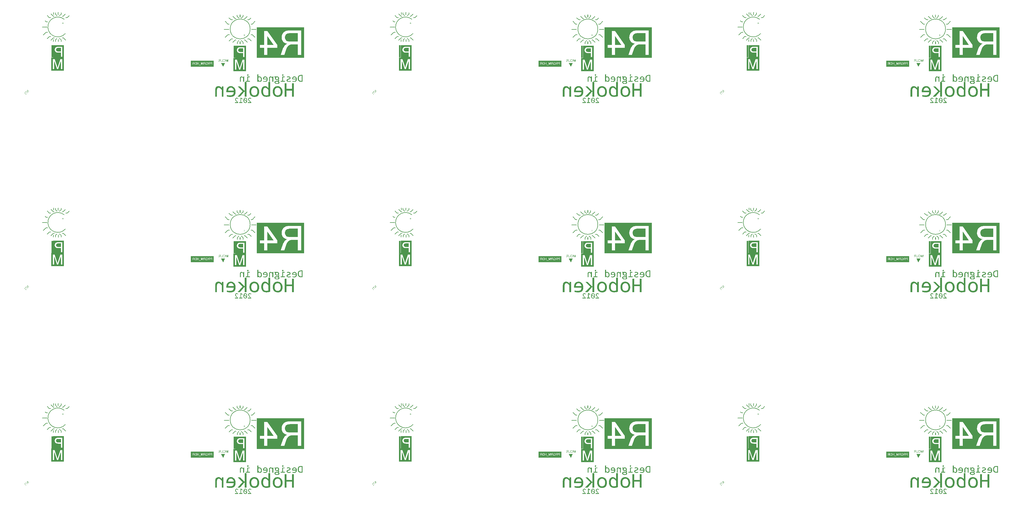
<source format=gbo>
%FSAX24Y24*%
%MOIN*%
G70*
G01*
G75*
G04 Layer_Color=32896*
%ADD10C,0.0630*%
%ADD11R,0.0630X0.0709*%
G04:AMPARAMS|DCode=12|XSize=24mil|YSize=59.1mil|CornerRadius=0.6mil|HoleSize=0mil|Usage=FLASHONLY|Rotation=270.000|XOffset=0mil|YOffset=0mil|HoleType=Round|Shape=RoundedRectangle|*
%AMROUNDEDRECTD12*
21,1,0.0240,0.0579,0,0,270.0*
21,1,0.0228,0.0591,0,0,270.0*
1,1,0.0012,-0.0289,-0.0114*
1,1,0.0012,-0.0289,0.0114*
1,1,0.0012,0.0289,0.0114*
1,1,0.0012,0.0289,-0.0114*
%
%ADD12ROUNDEDRECTD12*%
G04:AMPARAMS|DCode=13|XSize=24mil|YSize=59.1mil|CornerRadius=0.6mil|HoleSize=0mil|Usage=FLASHONLY|Rotation=180.000|XOffset=0mil|YOffset=0mil|HoleType=Round|Shape=RoundedRectangle|*
%AMROUNDEDRECTD13*
21,1,0.0240,0.0579,0,0,180.0*
21,1,0.0228,0.0591,0,0,180.0*
1,1,0.0012,-0.0114,0.0289*
1,1,0.0012,0.0114,0.0289*
1,1,0.0012,0.0114,-0.0289*
1,1,0.0012,-0.0114,-0.0289*
%
%ADD13ROUNDEDRECTD13*%
%ADD14O,0.0217X0.0689*%
%ADD15O,0.0689X0.0217*%
%ADD16O,0.0787X0.0248*%
%ADD17O,0.0866X0.0236*%
%ADD18R,0.1417X0.0591*%
%ADD19R,0.1378X0.0669*%
%ADD20R,0.0669X0.0984*%
%ADD21R,0.0945X0.1024*%
%ADD22R,0.0591X0.0512*%
%ADD23R,0.0236X0.0453*%
%ADD24R,0.0709X0.0630*%
%ADD25O,0.0591X0.0236*%
%ADD26R,0.0512X0.0591*%
%ADD27R,0.1024X0.0945*%
%ADD28O,0.0236X0.0787*%
%ADD29R,0.1063X0.0630*%
%ADD30R,0.0472X0.1575*%
%ADD31C,0.0394*%
%ADD32C,0.0118*%
%ADD33C,0.0236*%
%ADD34C,0.0330*%
%ADD35C,0.0079*%
%ADD36C,0.0197*%
%ADD37C,0.0157*%
%ADD38R,0.0394X0.0394*%
%ADD39P,0.1114X4X270.0*%
%ADD40R,0.0945X0.0984*%
%ADD41C,0.1250*%
%ADD42O,0.0472X0.0984*%
%ADD43C,0.0600*%
%ADD44C,0.0700*%
%ADD45R,0.0700X0.0700*%
%ADD46C,0.0394*%
%ADD47C,0.1600*%
%ADD48R,0.0591X0.0591*%
%ADD49C,0.0591*%
%ADD50R,0.0500X0.0500*%
%ADD51C,0.0500*%
%ADD52C,0.0709*%
%ADD53C,0.0315*%
%ADD54C,0.0400*%
%ADD55R,0.6594X0.5118*%
%ADD56C,0.1650*%
%ADD57C,0.0636*%
%ADD58C,0.0597*%
G04:AMPARAMS|DCode=59|XSize=83.622mil|YSize=83.622mil|CornerRadius=0mil|HoleSize=0mil|Usage=FLASHONLY|Rotation=0.000|XOffset=0mil|YOffset=0mil|HoleType=Round|Shape=Relief|Width=10mil|Gap=10mil|Entries=4|*
%AMTHD59*
7,0,0,0.0836,0.0636,0.0100,45*
%
%ADD59THD59*%
G04:AMPARAMS|DCode=60|XSize=90mil|YSize=90mil|CornerRadius=0mil|HoleSize=0mil|Usage=FLASHONLY|Rotation=0.000|XOffset=0mil|YOffset=0mil|HoleType=Round|Shape=Relief|Width=10mil|Gap=10mil|Entries=4|*
%AMTHD60*
7,0,0,0.0900,0.0700,0.0100,45*
%
%ADD60THD60*%
%ADD61C,0.0754*%
G04:AMPARAMS|DCode=62|XSize=95.433mil|YSize=95.433mil|CornerRadius=0mil|HoleSize=0mil|Usage=FLASHONLY|Rotation=0.000|XOffset=0mil|YOffset=0mil|HoleType=Round|Shape=Relief|Width=10mil|Gap=10mil|Entries=4|*
%AMTHD62*
7,0,0,0.0954,0.0754,0.0100,45*
%
%ADD62THD62*%
G04:AMPARAMS|DCode=63|XSize=88mil|YSize=88mil|CornerRadius=0mil|HoleSize=0mil|Usage=FLASHONLY|Rotation=0.000|XOffset=0mil|YOffset=0mil|HoleType=Round|Shape=Relief|Width=10mil|Gap=10mil|Entries=4|*
%AMTHD63*
7,0,0,0.0880,0.0680,0.0100,45*
%
%ADD63THD63*%
%ADD64C,0.0680*%
%ADD65C,0.0872*%
%ADD66C,0.0518*%
G04:AMPARAMS|DCode=67|XSize=71.811mil|YSize=71.811mil|CornerRadius=0mil|HoleSize=0mil|Usage=FLASHONLY|Rotation=0.000|XOffset=0mil|YOffset=0mil|HoleType=Round|Shape=Relief|Width=10mil|Gap=10mil|Entries=4|*
%AMTHD67*
7,0,0,0.0718,0.0518,0.0100,45*
%
%ADD67THD67*%
%ADD68C,0.0787*%
%ADD69C,0.0295*%
%ADD70R,0.5118X0.3543*%
%ADD71R,1.4173X0.3543*%
%ADD72C,0.0098*%
%ADD73C,0.0050*%
%ADD74C,0.0080*%
%ADD75C,0.0039*%
%ADD76C,0.0059*%
%ADD77C,0.0100*%
%ADD78R,0.1715X0.0705*%
%ADD79R,0.0815X0.0830*%
%ADD80R,0.0910X0.0580*%
%ADD81R,0.0310X0.1160*%
%ADD82R,0.1673X0.1525*%
%ADD83R,0.4331X0.0320*%
%ADD84R,0.0810X0.0092*%
%ADD85R,0.0663X0.0165*%
%ADD86R,0.0744X0.0120*%
%ADD87R,0.0220X0.0200*%
%ADD88R,0.0040X0.0150*%
%ADD89R,0.0050X0.0230*%
%ADD90R,0.0040X0.0190*%
%ADD91R,0.0110X0.0200*%
%ADD92R,0.0070X0.0160*%
%ADD93R,0.0049X0.0126*%
%ADD94C,0.1417*%
%ADD95R,0.0710X0.0789*%
G04:AMPARAMS|DCode=96|XSize=32mil|YSize=67.1mil|CornerRadius=4.6mil|HoleSize=0mil|Usage=FLASHONLY|Rotation=270.000|XOffset=0mil|YOffset=0mil|HoleType=Round|Shape=RoundedRectangle|*
%AMROUNDEDRECTD96*
21,1,0.0320,0.0579,0,0,270.0*
21,1,0.0228,0.0671,0,0,270.0*
1,1,0.0092,-0.0289,-0.0114*
1,1,0.0092,-0.0289,0.0114*
1,1,0.0092,0.0289,0.0114*
1,1,0.0092,0.0289,-0.0114*
%
%ADD96ROUNDEDRECTD96*%
G04:AMPARAMS|DCode=97|XSize=32mil|YSize=67.1mil|CornerRadius=4.6mil|HoleSize=0mil|Usage=FLASHONLY|Rotation=180.000|XOffset=0mil|YOffset=0mil|HoleType=Round|Shape=RoundedRectangle|*
%AMROUNDEDRECTD97*
21,1,0.0320,0.0579,0,0,180.0*
21,1,0.0228,0.0671,0,0,180.0*
1,1,0.0092,-0.0114,0.0289*
1,1,0.0092,0.0114,0.0289*
1,1,0.0092,0.0114,-0.0289*
1,1,0.0092,-0.0114,-0.0289*
%
%ADD97ROUNDEDRECTD97*%
%ADD98O,0.0374X0.0846*%
%ADD99O,0.0846X0.0374*%
%ADD100O,0.0867X0.0328*%
%ADD101O,0.0946X0.0316*%
%ADD102R,0.1497X0.0671*%
%ADD103R,0.1458X0.0749*%
%ADD104R,0.0749X0.1064*%
%ADD105R,0.1025X0.1104*%
%ADD106R,0.0671X0.0592*%
%ADD107R,0.0316X0.0533*%
%ADD108R,0.0789X0.0710*%
%ADD109O,0.0671X0.0316*%
%ADD110R,0.0592X0.0671*%
%ADD111R,0.1104X0.1025*%
%ADD112O,0.0316X0.0867*%
%ADD113R,0.1143X0.0710*%
%ADD114R,0.0552X0.1655*%
%ADD115C,0.1329*%
%ADD116O,0.0552X0.1064*%
%ADD117C,0.0780*%
%ADD118R,0.0780X0.0780*%
%ADD119C,0.2387*%
%ADD120R,0.0671X0.0671*%
%ADD121C,0.0671*%
%ADD122R,0.0580X0.0580*%
%ADD123C,0.0580*%
%ADD124C,0.0945*%
%ADD125C,0.0789*%
%ADD126C,0.0335*%
%ADD127R,0.0241X0.1575*%
G36*
X039912Y044527D02*
X039950Y044524D01*
X039964Y044521D01*
X039976D01*
X039982Y044518D01*
X039985D01*
X040023Y044506D01*
X040058Y044495D01*
X040069Y044486D01*
X040081Y044483D01*
X040087Y044477D01*
X040090D01*
X040128Y044454D01*
X040160Y044430D01*
X040174Y044422D01*
X040186Y044413D01*
X040192Y044407D01*
X040195Y044404D01*
X040233Y044369D01*
X040270Y044331D01*
X040285Y044317D01*
X040297Y044305D01*
X040303Y044296D01*
X040305Y044293D01*
X040314Y044506D01*
X040515D01*
Y043188D01*
X040288D01*
Y044060D01*
X040265Y044089D01*
X040244Y044113D01*
X040227Y044136D01*
X040209Y044156D01*
X040195Y044171D01*
X040186Y044183D01*
X040180Y044188D01*
X040177Y044191D01*
X040139Y044226D01*
X040110Y044253D01*
X040098Y044261D01*
X040090Y044267D01*
X040084Y044273D01*
X040081D01*
X040049Y044293D01*
X040023Y044308D01*
X040005Y044314D01*
X040002Y044317D01*
X039999D01*
X039970Y044325D01*
X039941Y044328D01*
X039929Y044331D01*
X039915D01*
X039874Y044328D01*
X039839Y044320D01*
X039810Y044308D01*
X039786Y044293D01*
X039766Y044279D01*
X039754Y044267D01*
X039746Y044258D01*
X039743Y044255D01*
X039722Y044226D01*
X039708Y044188D01*
X039699Y044150D01*
X039690Y044115D01*
X039687Y044080D01*
X039684Y044054D01*
Y044043D01*
Y044034D01*
Y044031D01*
Y044028D01*
Y043188D01*
X039457D01*
Y044045D01*
X039463Y044130D01*
X039474Y044203D01*
X039489Y044267D01*
X039509Y044317D01*
X039530Y044358D01*
X039544Y044384D01*
X039556Y044401D01*
X039562Y044407D01*
X039606Y044448D01*
X039655Y044477D01*
X039705Y044500D01*
X039754Y044515D01*
X039801Y044524D01*
X039821Y044527D01*
X039836D01*
X039851Y044530D01*
X039871D01*
X039912Y044527D01*
D02*
G37*
G36*
X041504D02*
X041551Y044521D01*
X041594Y044512D01*
X041632Y044503D01*
X041661Y044492D01*
X041685Y044483D01*
X041699Y044477D01*
X041705Y044474D01*
X041746Y044451D01*
X041781Y044427D01*
X041813Y044401D01*
X041842Y044378D01*
X041863Y044355D01*
X041880Y044337D01*
X041892Y044325D01*
X041895Y044323D01*
X041921Y044288D01*
X041944Y044250D01*
X041965Y044212D01*
X041982Y044180D01*
X041994Y044148D01*
X042003Y044124D01*
X042008Y044110D01*
X042011Y044107D01*
Y044104D01*
X042023Y044057D01*
X042032Y044011D01*
X042040Y043967D01*
X042043Y043929D01*
X042046Y043894D01*
X042049Y043868D01*
Y043850D01*
Y043847D01*
Y043844D01*
X042046Y043786D01*
X042043Y043731D01*
X042038Y043684D01*
X042032Y043640D01*
X042026Y043605D01*
X042020Y043579D01*
X042014Y043561D01*
Y043559D01*
Y043556D01*
X042000Y043512D01*
X041979Y043468D01*
X041962Y043433D01*
X041941Y043401D01*
X041924Y043378D01*
X041909Y043357D01*
X041900Y043346D01*
X041898Y043343D01*
X041865Y043311D01*
X041833Y043284D01*
X041798Y043261D01*
X041766Y043244D01*
X041740Y043229D01*
X041717Y043217D01*
X041702Y043212D01*
X041696Y043209D01*
X041650Y043194D01*
X041600Y043182D01*
X041551Y043177D01*
X041504Y043171D01*
X041466Y043168D01*
X041434Y043165D01*
X041358D01*
X041314Y043168D01*
X041274Y043171D01*
X041236Y043174D01*
X041206Y043177D01*
X041183Y043179D01*
X041169Y043182D01*
X041163D01*
X041119Y043188D01*
X041078Y043194D01*
X041043Y043203D01*
X041011Y043209D01*
X040985Y043214D01*
X040967Y043220D01*
X040953Y043223D01*
X040950D01*
Y043410D01*
X040982Y043401D01*
X041014Y043395D01*
X041026Y043392D01*
X041034Y043389D01*
X041040Y043386D01*
X041043D01*
X041081Y043381D01*
X041113Y043375D01*
X041128Y043372D01*
X041139D01*
X041145Y043369D01*
X041148D01*
X041186Y043366D01*
X041224Y043360D01*
X041239D01*
X041250Y043357D01*
X041259D01*
X041300Y043354D01*
X041373D01*
X041448Y043360D01*
X041513Y043372D01*
X041568Y043389D01*
X041615Y043410D01*
X041653Y043427D01*
X041679Y043445D01*
X041693Y043456D01*
X041699Y043462D01*
X041737Y043506D01*
X041763Y043556D01*
X041784Y043608D01*
X041796Y043658D01*
X041804Y043704D01*
X041807Y043725D01*
Y043742D01*
X041810Y043754D01*
Y043766D01*
Y043771D01*
Y043774D01*
X040886D01*
X040883Y043795D01*
Y043812D01*
Y043827D01*
Y043833D01*
X040880Y043862D01*
Y043888D01*
Y043900D01*
Y043908D01*
Y043914D01*
Y043917D01*
X040883Y043970D01*
X040886Y044016D01*
X040892Y044057D01*
X040897Y044095D01*
X040906Y044124D01*
X040912Y044148D01*
X040915Y044162D01*
X040918Y044168D01*
X040932Y044209D01*
X040950Y044247D01*
X040970Y044279D01*
X040988Y044308D01*
X041002Y044328D01*
X041017Y044346D01*
X041026Y044358D01*
X041029Y044360D01*
X041058Y044390D01*
X041087Y044416D01*
X041119Y044436D01*
X041145Y044454D01*
X041171Y044468D01*
X041192Y044477D01*
X041204Y044483D01*
X041209Y044486D01*
X041250Y044500D01*
X041291Y044512D01*
X041332Y044518D01*
X041370Y044524D01*
X041402Y044527D01*
X041428Y044530D01*
X041451D01*
X041504Y044527D01*
D02*
G37*
G36*
X043443Y043188D02*
X043216D01*
Y043894D01*
X042600Y043188D01*
X042285D01*
X042939Y043897D01*
X042320Y044506D01*
X042624D01*
X043216Y043903D01*
Y045043D01*
X043443D01*
Y043188D01*
D02*
G37*
G36*
X047423Y044527D02*
X047473Y044521D01*
X047517Y044512D01*
X047558Y044503D01*
X047590Y044495D01*
X047613Y044486D01*
X047628Y044480D01*
X047633Y044477D01*
X047674Y044457D01*
X047712Y044433D01*
X047747Y044410D01*
X047776Y044387D01*
X047800Y044366D01*
X047817Y044349D01*
X047829Y044337D01*
X047832Y044334D01*
X047861Y044299D01*
X047884Y044261D01*
X047907Y044226D01*
X047925Y044191D01*
X047940Y044162D01*
X047948Y044136D01*
X047954Y044121D01*
X047957Y044118D01*
Y044115D01*
X047972Y044069D01*
X047980Y044019D01*
X047989Y043973D01*
X047992Y043929D01*
X047995Y043894D01*
X047998Y043865D01*
Y043853D01*
Y043844D01*
Y043841D01*
Y043838D01*
X047995Y043780D01*
X047992Y043725D01*
X047986Y043675D01*
X047977Y043631D01*
X047969Y043596D01*
X047963Y043570D01*
X047960Y043553D01*
X047957Y043550D01*
Y043547D01*
X047940Y043503D01*
X047922Y043462D01*
X047902Y043424D01*
X047884Y043395D01*
X047867Y043369D01*
X047852Y043351D01*
X047843Y043340D01*
X047840Y043337D01*
X047808Y043308D01*
X047776Y043281D01*
X047747Y043258D01*
X047715Y043241D01*
X047689Y043226D01*
X047668Y043217D01*
X047657Y043212D01*
X047651Y043209D01*
X047607Y043194D01*
X047563Y043182D01*
X047520Y043177D01*
X047479Y043171D01*
X047447Y043168D01*
X047418Y043165D01*
X047394D01*
X047339Y043168D01*
X047289Y043174D01*
X047245Y043179D01*
X047205Y043191D01*
X047173Y043200D01*
X047149Y043206D01*
X047135Y043212D01*
X047129Y043214D01*
X047088Y043235D01*
X047047Y043258D01*
X047015Y043281D01*
X046986Y043302D01*
X046963Y043322D01*
X046945Y043340D01*
X046933Y043351D01*
X046931Y043354D01*
X046901Y043389D01*
X046875Y043427D01*
X046855Y043465D01*
X046837Y043500D01*
X046823Y043529D01*
X046814Y043553D01*
X046808Y043567D01*
X046805Y043573D01*
X046791Y043623D01*
X046779Y043672D01*
X046773Y043719D01*
X046767Y043763D01*
X046764Y043801D01*
X046761Y043830D01*
Y043841D01*
Y043850D01*
Y043853D01*
Y043856D01*
X046764Y043914D01*
X046767Y043970D01*
X046776Y044019D01*
X046782Y044063D01*
X046791Y044095D01*
X046799Y044121D01*
X046802Y044139D01*
X046805Y044145D01*
X046823Y044188D01*
X046840Y044229D01*
X046861Y044267D01*
X046881Y044296D01*
X046898Y044323D01*
X046913Y044340D01*
X046922Y044352D01*
X046925Y044355D01*
X046954Y044384D01*
X046986Y044410D01*
X047018Y044433D01*
X047047Y044451D01*
X047073Y044465D01*
X047094Y044474D01*
X047108Y044480D01*
X047114Y044483D01*
X047158Y044497D01*
X047202Y044509D01*
X047243Y044518D01*
X047283Y044524D01*
X047315Y044527D01*
X047345Y044530D01*
X047368D01*
X047423Y044527D01*
D02*
G37*
G36*
X043614Y046021D02*
X043626Y046020D01*
X043633Y046017D01*
X043635Y046015D01*
X043636D01*
X043648Y046010D01*
X043657Y046002D01*
X043662Y045998D01*
X043665Y045995D01*
X043673Y045986D01*
X043678Y045978D01*
X043683Y045970D01*
X043684Y045969D01*
Y045967D01*
X043687Y045956D01*
X043689Y045944D01*
X043690Y045935D01*
Y045934D01*
Y045932D01*
X043689Y045919D01*
X043687Y045908D01*
X043686Y045900D01*
X043684Y045899D01*
Y045897D01*
X043678Y045886D01*
X043673Y045877D01*
X043667Y045871D01*
X043665Y045868D01*
X043655Y045861D01*
X043646Y045855D01*
X043639Y045851D01*
X043636Y045849D01*
X043625Y045846D01*
X043613Y045845D01*
X043604Y045843D01*
X043601D01*
X043588Y045845D01*
X043576Y045846D01*
X043569Y045848D01*
X043566Y045849D01*
X043555Y045855D01*
X043546Y045861D01*
X043540Y045867D01*
X043538Y045868D01*
X043530Y045878D01*
X043524Y045887D01*
X043520Y045894D01*
X043518Y045897D01*
X043514Y045909D01*
X043512Y045921D01*
X043511Y045929D01*
Y045931D01*
Y045932D01*
X043512Y045945D01*
X043514Y045957D01*
X043517Y045964D01*
X043518Y045967D01*
X043524Y045979D01*
X043531Y045988D01*
X043536Y045994D01*
X043538Y045995D01*
X043547Y046004D01*
X043556Y046010D01*
X043563Y046014D01*
X043565Y046015D01*
X043566D01*
X043578Y046020D01*
X043590Y046021D01*
X043598Y046023D01*
X043601D01*
X043614Y046021D01*
D02*
G37*
G36*
X048050D02*
X048061Y046020D01*
X048068Y046017D01*
X048070Y046015D01*
X048071D01*
X048083Y046010D01*
X048092Y046002D01*
X048098Y045998D01*
X048101Y045995D01*
X048108Y045986D01*
X048114Y045978D01*
X048118Y045970D01*
X048120Y045969D01*
Y045967D01*
X048122Y045956D01*
X048124Y045944D01*
X048125Y045935D01*
Y045934D01*
Y045932D01*
X048124Y045919D01*
X048122Y045908D01*
X048121Y045900D01*
X048120Y045899D01*
Y045897D01*
X048114Y045886D01*
X048108Y045877D01*
X048102Y045871D01*
X048101Y045868D01*
X048090Y045861D01*
X048082Y045855D01*
X048074Y045851D01*
X048071Y045849D01*
X048060Y045846D01*
X048048Y045845D01*
X048039Y045843D01*
X048036D01*
X048023Y045845D01*
X048012Y045846D01*
X048004Y045848D01*
X048001Y045849D01*
X047990Y045855D01*
X047981Y045861D01*
X047975Y045867D01*
X047974Y045868D01*
X047965Y045878D01*
X047959Y045887D01*
X047955Y045894D01*
X047953Y045897D01*
X047949Y045909D01*
X047947Y045921D01*
X047946Y045929D01*
Y045931D01*
Y045932D01*
X047947Y045945D01*
X047949Y045957D01*
X047952Y045964D01*
X047953Y045967D01*
X047959Y045979D01*
X047966Y045988D01*
X047971Y045994D01*
X047974Y045995D01*
X047982Y046004D01*
X047991Y046010D01*
X047998Y046014D01*
X048000Y046015D01*
X048001D01*
X048013Y046020D01*
X048025Y046021D01*
X048033Y046023D01*
X048036D01*
X048050Y046021D01*
D02*
G37*
G36*
X044467Y044527D02*
X044516Y044521D01*
X044560Y044512D01*
X044601Y044503D01*
X044633Y044495D01*
X044656Y044486D01*
X044671Y044480D01*
X044677Y044477D01*
X044717Y044457D01*
X044755Y044433D01*
X044790Y044410D01*
X044819Y044387D01*
X044843Y044366D01*
X044860Y044349D01*
X044872Y044337D01*
X044875Y044334D01*
X044904Y044299D01*
X044927Y044261D01*
X044951Y044226D01*
X044968Y044191D01*
X044983Y044162D01*
X044991Y044136D01*
X044997Y044121D01*
X045000Y044118D01*
Y044115D01*
X045015Y044069D01*
X045024Y044019D01*
X045032Y043973D01*
X045035Y043929D01*
X045038Y043894D01*
X045041Y043865D01*
Y043853D01*
Y043844D01*
Y043841D01*
Y043838D01*
X045038Y043780D01*
X045035Y043725D01*
X045029Y043675D01*
X045021Y043631D01*
X045012Y043596D01*
X045006Y043570D01*
X045003Y043553D01*
X045000Y043550D01*
Y043547D01*
X044983Y043503D01*
X044965Y043462D01*
X044945Y043424D01*
X044927Y043395D01*
X044910Y043369D01*
X044895Y043351D01*
X044886Y043340D01*
X044884Y043337D01*
X044851Y043308D01*
X044819Y043281D01*
X044790Y043258D01*
X044758Y043241D01*
X044732Y043226D01*
X044711Y043217D01*
X044700Y043212D01*
X044694Y043209D01*
X044650Y043194D01*
X044607Y043182D01*
X044563Y043177D01*
X044522Y043171D01*
X044490Y043168D01*
X044461Y043165D01*
X044437D01*
X044382Y043168D01*
X044332Y043174D01*
X044289Y043179D01*
X044248Y043191D01*
X044216Y043200D01*
X044192Y043206D01*
X044178Y043212D01*
X044172Y043214D01*
X044131Y043235D01*
X044090Y043258D01*
X044058Y043281D01*
X044029Y043302D01*
X044006Y043322D01*
X043988Y043340D01*
X043977Y043351D01*
X043974Y043354D01*
X043945Y043389D01*
X043918Y043427D01*
X043898Y043465D01*
X043880Y043500D01*
X043866Y043529D01*
X043857Y043553D01*
X043851Y043567D01*
X043848Y043573D01*
X043834Y043623D01*
X043822Y043672D01*
X043816Y043719D01*
X043810Y043763D01*
X043808Y043801D01*
X043805Y043830D01*
Y043841D01*
Y043850D01*
Y043853D01*
Y043856D01*
X043808Y043914D01*
X043810Y043970D01*
X043819Y044019D01*
X043825Y044063D01*
X043834Y044095D01*
X043843Y044121D01*
X043845Y044139D01*
X043848Y044145D01*
X043866Y044188D01*
X043883Y044229D01*
X043904Y044267D01*
X043924Y044296D01*
X043942Y044323D01*
X043956Y044340D01*
X043965Y044352D01*
X043968Y044355D01*
X043997Y044384D01*
X044029Y044410D01*
X044061Y044433D01*
X044090Y044451D01*
X044117Y044465D01*
X044137Y044474D01*
X044152Y044480D01*
X044157Y044483D01*
X044201Y044497D01*
X044245Y044509D01*
X044286Y044518D01*
X044327Y044524D01*
X044359Y044527D01*
X044388Y044530D01*
X044411D01*
X044467Y044527D01*
D02*
G37*
G36*
X042204Y043054D02*
X042225Y043052D01*
X042244Y043048D01*
X042260Y043043D01*
X042273Y043039D01*
X042283Y043035D01*
X042289Y043032D01*
X042291Y043031D01*
X042292D01*
X042309Y043022D01*
X042324Y043012D01*
X042339Y043002D01*
X042351Y042992D01*
X042361Y042983D01*
X042368Y042977D01*
X042373Y042972D01*
X042375Y042970D01*
X042328Y042914D01*
X042317Y042924D01*
X042307Y042934D01*
X042296Y042942D01*
X042287Y042948D01*
X042279Y042954D01*
X042272Y042958D01*
X042268Y042960D01*
X042267Y042961D01*
X042253Y042968D01*
X042240Y042972D01*
X042228Y042975D01*
X042216Y042978D01*
X042206Y042979D01*
X042199Y042980D01*
X042181D01*
X042171Y042979D01*
X042164Y042977D01*
X042156Y042975D01*
X042150Y042973D01*
X042145Y042971D01*
X042143Y042970D01*
X042142D01*
X042128Y042961D01*
X042116Y042954D01*
X042112Y042949D01*
X042109Y042947D01*
X042108Y042945D01*
X042107Y042944D01*
X042098Y042931D01*
X042092Y042919D01*
X042089Y042913D01*
X042088Y042909D01*
X042087Y042907D01*
Y042906D01*
X042083Y042890D01*
X042082Y042875D01*
X042081Y042869D01*
Y042865D01*
Y042862D01*
Y042861D01*
X042082Y042843D01*
X042083Y042834D01*
Y042828D01*
X042084Y042822D01*
X042085Y042818D01*
X042086Y042815D01*
Y042814D01*
X042091Y042797D01*
X042097Y042783D01*
X042100Y042777D01*
X042104Y042772D01*
X042105Y042769D01*
X042106Y042768D01*
X042118Y042749D01*
X042124Y042740D01*
X042131Y042732D01*
X042136Y042725D01*
X042141Y042720D01*
X042144Y042715D01*
X042145Y042714D01*
X042155Y042703D01*
X042166Y042691D01*
X042177Y042679D01*
X042188Y042668D01*
X042198Y042659D01*
X042205Y042651D01*
X042210Y042646D01*
X042212Y042644D01*
X042377Y042479D01*
Y042403D01*
X041953D01*
Y042485D01*
X042265D01*
X042150Y042598D01*
X042134Y042613D01*
X042121Y042627D01*
X042109Y042639D01*
X042098Y042650D01*
X042091Y042659D01*
X042084Y042665D01*
X042080Y042669D01*
X042079Y042671D01*
X042068Y042683D01*
X042058Y042695D01*
X042049Y042706D01*
X042041Y042715D01*
X042036Y042724D01*
X042032Y042730D01*
X042029Y042734D01*
X042028Y042735D01*
X042015Y042758D01*
X042010Y042769D01*
X042005Y042779D01*
X042002Y042786D01*
X042000Y042793D01*
X041998Y042797D01*
Y042798D01*
X041992Y042822D01*
X041990Y042834D01*
X041989Y042844D01*
X041988Y042854D01*
Y042861D01*
Y042866D01*
Y042867D01*
X041989Y042884D01*
X041990Y042898D01*
X041992Y042911D01*
X041994Y042923D01*
X041998Y042933D01*
X042000Y042939D01*
X042001Y042945D01*
X042002Y042946D01*
X042007Y042959D01*
X042014Y042970D01*
X042021Y042980D01*
X042027Y042989D01*
X042034Y042995D01*
X042038Y043001D01*
X042041Y043004D01*
X042042Y043005D01*
X042062Y043021D01*
X042072Y043027D01*
X042082Y043032D01*
X042091Y043037D01*
X042097Y043040D01*
X042101Y043041D01*
X042103Y043042D01*
X042116Y043047D01*
X042130Y043050D01*
X042143Y043052D01*
X042155Y043054D01*
X042166D01*
X042174Y043055D01*
X042181D01*
X042204Y043054D01*
D02*
G37*
G36*
X043867D02*
X043887Y043052D01*
X043906Y043048D01*
X043922Y043043D01*
X043936Y043039D01*
X043945Y043035D01*
X043952Y043032D01*
X043953Y043031D01*
X043954D01*
X043972Y043022D01*
X043987Y043012D01*
X044001Y043002D01*
X044013Y042992D01*
X044023Y042983D01*
X044031Y042977D01*
X044035Y042972D01*
X044037Y042970D01*
X043990Y042914D01*
X043979Y042924D01*
X043969Y042934D01*
X043958Y042942D01*
X043950Y042948D01*
X043941Y042954D01*
X043934Y042958D01*
X043930Y042960D01*
X043929Y042961D01*
X043916Y042968D01*
X043903Y042972D01*
X043891Y042975D01*
X043879Y042978D01*
X043869Y042979D01*
X043861Y042980D01*
X043844D01*
X043834Y042979D01*
X043826Y042977D01*
X043819Y042975D01*
X043812Y042973D01*
X043808Y042971D01*
X043805Y042970D01*
X043804D01*
X043790Y042961D01*
X043778Y042954D01*
X043775Y042949D01*
X043772Y042947D01*
X043770Y042945D01*
X043769Y042944D01*
X043761Y042931D01*
X043754Y042919D01*
X043752Y042913D01*
X043751Y042909D01*
X043750Y042907D01*
Y042906D01*
X043745Y042890D01*
X043744Y042875D01*
X043743Y042869D01*
Y042865D01*
Y042862D01*
Y042861D01*
X043744Y042843D01*
X043745Y042834D01*
Y042828D01*
X043746Y042822D01*
X043748Y042818D01*
X043749Y042815D01*
Y042814D01*
X043753Y042797D01*
X043760Y042783D01*
X043763Y042777D01*
X043766Y042772D01*
X043767Y042769D01*
X043768Y042768D01*
X043780Y042749D01*
X043787Y042740D01*
X043793Y042732D01*
X043799Y042725D01*
X043803Y042720D01*
X043807Y042715D01*
X043808Y042714D01*
X043817Y042703D01*
X043828Y042691D01*
X043839Y042679D01*
X043850Y042668D01*
X043860Y042659D01*
X043868Y042651D01*
X043872Y042646D01*
X043874Y042644D01*
X044039Y042479D01*
Y042403D01*
X043615D01*
Y042485D01*
X043928D01*
X043812Y042598D01*
X043797Y042613D01*
X043784Y042627D01*
X043772Y042639D01*
X043761Y042650D01*
X043753Y042659D01*
X043746Y042665D01*
X043742Y042669D01*
X043741Y042671D01*
X043730Y042683D01*
X043720Y042695D01*
X043711Y042706D01*
X043704Y042715D01*
X043698Y042724D01*
X043694Y042730D01*
X043692Y042734D01*
X043691Y042735D01*
X043678Y042758D01*
X043672Y042769D01*
X043668Y042779D01*
X043664Y042786D01*
X043662Y042793D01*
X043660Y042797D01*
Y042798D01*
X043655Y042822D01*
X043652Y042834D01*
X043651Y042844D01*
X043650Y042854D01*
Y042861D01*
Y042866D01*
Y042867D01*
X043651Y042884D01*
X043652Y042898D01*
X043655Y042911D01*
X043657Y042923D01*
X043660Y042933D01*
X043662Y042939D01*
X043663Y042945D01*
X043664Y042946D01*
X043670Y042959D01*
X043676Y042970D01*
X043683Y042980D01*
X043690Y042989D01*
X043696Y042995D01*
X043701Y043001D01*
X043704Y043004D01*
X043705Y043005D01*
X043725Y043021D01*
X043734Y043027D01*
X043744Y043032D01*
X043753Y043037D01*
X043760Y043040D01*
X043764Y043041D01*
X043765Y043042D01*
X043778Y043047D01*
X043792Y043050D01*
X043805Y043052D01*
X043817Y043054D01*
X043828D01*
X043836Y043055D01*
X043844D01*
X043867Y043054D01*
D02*
G37*
G36*
X020154Y052541D02*
X020230D01*
Y052509D01*
X020154D01*
Y052429D01*
X020123D01*
Y052509D01*
X020048D01*
Y052541D01*
X020123D01*
Y052622D01*
X020154D01*
Y052541D01*
D02*
G37*
G36*
X042935Y042942D02*
X042905Y042868D01*
X042751Y042951D01*
Y042483D01*
X042916D01*
Y042403D01*
X042512D01*
Y042483D01*
X042656D01*
Y043049D01*
X042732D01*
X042935Y042942D01*
D02*
G37*
G36*
X049450Y043188D02*
X049217D01*
Y043976D01*
X048496D01*
Y043188D01*
X048263D01*
Y044903D01*
X048496D01*
Y044177D01*
X049217D01*
Y044903D01*
X049450D01*
Y043188D01*
D02*
G37*
G36*
X046429Y043264D02*
X046342Y043235D01*
X046301Y043220D01*
X046266Y043212D01*
X046234Y043203D01*
X046210Y043200D01*
X046196Y043194D01*
X046190D01*
X046143Y043188D01*
X046100Y043182D01*
X046062Y043179D01*
X046024Y043177D01*
X045995Y043174D01*
X045951D01*
X045895Y043177D01*
X045846Y043182D01*
X045799Y043188D01*
X045761Y043197D01*
X045729Y043206D01*
X045703Y043214D01*
X045688Y043217D01*
X045683Y043220D01*
X045639Y043241D01*
X045601Y043261D01*
X045566Y043284D01*
X045537Y043308D01*
X045513Y043325D01*
X045496Y043343D01*
X045484Y043354D01*
X045481Y043357D01*
X045452Y043392D01*
X045426Y043430D01*
X045403Y043465D01*
X045385Y043500D01*
X045371Y043529D01*
X045359Y043556D01*
X045353Y043570D01*
X045350Y043576D01*
X045336Y043626D01*
X045324Y043678D01*
X045315Y043728D01*
X045309Y043771D01*
X045306Y043812D01*
X045303Y043844D01*
Y043856D01*
Y043865D01*
Y043868D01*
Y043871D01*
Y043926D01*
X045309Y043976D01*
X045312Y044022D01*
X045318Y044060D01*
X045324Y044092D01*
X045327Y044118D01*
X045333Y044133D01*
Y044139D01*
X045344Y044183D01*
X045359Y044223D01*
X045373Y044258D01*
X045388Y044288D01*
X045400Y044314D01*
X045411Y044331D01*
X045417Y044343D01*
X045420Y044346D01*
X045443Y044378D01*
X045467Y044404D01*
X045490Y044427D01*
X045513Y044445D01*
X045534Y044460D01*
X045548Y044471D01*
X045560Y044477D01*
X045563Y044480D01*
X045595Y044497D01*
X045630Y044509D01*
X045662Y044518D01*
X045694Y044524D01*
X045720Y044527D01*
X045741Y044530D01*
X045761D01*
X045808Y044527D01*
X045852Y044521D01*
X045895Y044512D01*
X045930Y044503D01*
X045960Y044492D01*
X045983Y044483D01*
X045997Y044477D01*
X046003Y044474D01*
X046044Y044451D01*
X046082Y044422D01*
X046117Y044390D01*
X046149Y044360D01*
X046175Y044331D01*
X046196Y044308D01*
X046207Y044293D01*
X046213Y044291D01*
X046213Y044288D01*
Y044290D01*
X046213Y044291D01*
X046202Y044530D01*
Y045043D01*
X046429D01*
Y043264D01*
D02*
G37*
G36*
X043297Y043054D02*
X043317Y043052D01*
X043335Y043048D01*
X043351Y043043D01*
X043363Y043039D01*
X043373Y043035D01*
X043378Y043032D01*
X043380Y043031D01*
X043397Y043021D01*
X043411Y043010D01*
X043424Y043000D01*
X043434Y042989D01*
X043443Y042979D01*
X043449Y042971D01*
X043454Y042966D01*
X043455Y042963D01*
X043464Y042946D01*
X043474Y042928D01*
X043482Y042911D01*
X043488Y042895D01*
X043493Y042880D01*
X043496Y042868D01*
X043497Y042864D01*
X043498Y042862D01*
X043499Y042860D01*
Y042859D01*
X043504Y042836D01*
X043507Y042812D01*
X043510Y042790D01*
X043511Y042769D01*
X043513Y042750D01*
X043514Y042743D01*
Y042736D01*
Y042732D01*
Y042727D01*
Y042725D01*
Y042724D01*
X043513Y042693D01*
X043511Y042664D01*
X043509Y042639D01*
X043506Y042617D01*
X043505Y042608D01*
X043503Y042600D01*
X043502Y042593D01*
X043501Y042586D01*
X043499Y042582D01*
Y042579D01*
X043498Y042577D01*
Y042575D01*
X043492Y042554D01*
X043484Y042533D01*
X043476Y042515D01*
X043469Y042501D01*
X043462Y042489D01*
X043457Y042480D01*
X043454Y042475D01*
X043452Y042473D01*
X043440Y042459D01*
X043428Y042446D01*
X043416Y042436D01*
X043404Y042428D01*
X043394Y042421D01*
X043387Y042416D01*
X043382Y042414D01*
X043380Y042413D01*
X043364Y042406D01*
X043348Y042402D01*
X043331Y042398D01*
X043317Y042396D01*
X043304Y042395D01*
X043294Y042394D01*
X043285D01*
X043263Y042395D01*
X043244Y042397D01*
X043226Y042402D01*
X043211Y042406D01*
X043199Y042409D01*
X043189Y042414D01*
X043184Y042416D01*
X043181Y042417D01*
X043165Y042427D01*
X043151Y042438D01*
X043138Y042449D01*
X043128Y042460D01*
X043119Y042469D01*
X043113Y042477D01*
X043108Y042483D01*
X043107Y042485D01*
X043096Y042502D01*
X043087Y042520D01*
X043080Y042537D01*
X043073Y042554D01*
X043069Y042568D01*
X043064Y042579D01*
X043063Y042583D01*
Y042586D01*
X043062Y042587D01*
Y042589D01*
X043057Y042612D01*
X043053Y042636D01*
X043050Y042659D01*
X043049Y042679D01*
X043048Y042698D01*
X043047Y042706D01*
Y042712D01*
Y042716D01*
Y042721D01*
Y042723D01*
Y042724D01*
X043048Y042755D01*
X043049Y042783D01*
X043052Y042808D01*
X043055Y042830D01*
X043057Y042839D01*
X043058Y042848D01*
X043059Y042854D01*
X043061Y042861D01*
X043062Y042865D01*
Y042868D01*
X043063Y042871D01*
Y042872D01*
X043070Y042895D01*
X043078Y042914D01*
X043085Y042933D01*
X043093Y042947D01*
X043099Y042959D01*
X043105Y042968D01*
X043109Y042973D01*
X043110Y042975D01*
X043122Y042990D01*
X043134Y043002D01*
X043146Y043013D01*
X043157Y043020D01*
X043167Y043027D01*
X043175Y043032D01*
X043180Y043035D01*
X043182Y043036D01*
X043199Y043042D01*
X043214Y043047D01*
X043231Y043051D01*
X043245Y043053D01*
X043257Y043054D01*
X043267Y043055D01*
X043275D01*
X043297Y043054D01*
D02*
G37*
G36*
X049532Y045757D02*
X049556Y045754D01*
X049578Y045750D01*
X049596Y045746D01*
X049611Y045740D01*
X049623Y045736D01*
X049630Y045733D01*
X049633Y045731D01*
X049653Y045719D01*
X049671Y045708D01*
X049687Y045695D01*
X049701Y045683D01*
X049712Y045671D01*
X049720Y045663D01*
X049726Y045657D01*
X049728Y045655D01*
X049741Y045638D01*
X049752Y045619D01*
X049763Y045600D01*
X049771Y045584D01*
X049777Y045568D01*
X049782Y045556D01*
X049785Y045549D01*
X049786Y045547D01*
Y045546D01*
X049792Y045523D01*
X049796Y045499D01*
X049801Y045477D01*
X049802Y045459D01*
X049804Y045441D01*
X049805Y045428D01*
Y045419D01*
Y045418D01*
Y045416D01*
X049804Y045387D01*
X049802Y045359D01*
X049799Y045336D01*
X049796Y045314D01*
X049793Y045297D01*
X049790Y045284D01*
X049787Y045275D01*
Y045273D01*
Y045272D01*
X049780Y045250D01*
X049770Y045228D01*
X049761Y045211D01*
X049751Y045195D01*
X049742Y045183D01*
X049735Y045173D01*
X049731Y045167D01*
X049729Y045165D01*
X049713Y045149D01*
X049697Y045136D01*
X049680Y045125D01*
X049664Y045116D01*
X049650Y045109D01*
X049639Y045103D01*
X049631Y045100D01*
X049629Y045098D01*
X049605Y045091D01*
X049580Y045085D01*
X049556Y045082D01*
X049532Y045079D01*
X049513Y045078D01*
X049497Y045077D01*
X049459D01*
X049438Y045078D01*
X049417Y045079D01*
X049398Y045081D01*
X049384Y045082D01*
X049372Y045084D01*
X049365Y045085D01*
X049362D01*
X049340Y045088D01*
X049319Y045091D01*
X049302Y045095D01*
X049286Y045098D01*
X049273Y045101D01*
X049264Y045104D01*
X049257Y045106D01*
X049255D01*
Y045199D01*
X049271Y045195D01*
X049287Y045192D01*
X049293Y045190D01*
X049298Y045189D01*
X049300Y045187D01*
X049302D01*
X049321Y045184D01*
X049337Y045181D01*
X049344Y045180D01*
X049350D01*
X049353Y045179D01*
X049354D01*
X049373Y045177D01*
X049392Y045174D01*
X049400D01*
X049405Y045173D01*
X049410D01*
X049430Y045171D01*
X049467D01*
X049505Y045174D01*
X049537Y045180D01*
X049564Y045189D01*
X049588Y045199D01*
X049607Y045208D01*
X049620Y045216D01*
X049627Y045222D01*
X049630Y045225D01*
X049649Y045247D01*
X049662Y045272D01*
X049672Y045298D01*
X049678Y045323D01*
X049682Y045346D01*
X049684Y045356D01*
Y045365D01*
X049685Y045371D01*
Y045377D01*
Y045380D01*
Y045381D01*
X049223D01*
X049222Y045391D01*
Y045400D01*
Y045407D01*
Y045410D01*
X049220Y045425D01*
Y045438D01*
Y045444D01*
Y045448D01*
Y045451D01*
Y045453D01*
X049222Y045479D01*
X049223Y045502D01*
X049226Y045523D01*
X049229Y045542D01*
X049233Y045556D01*
X049236Y045568D01*
X049238Y045575D01*
X049239Y045578D01*
X049247Y045598D01*
X049255Y045617D01*
X049265Y045633D01*
X049274Y045648D01*
X049282Y045658D01*
X049289Y045667D01*
X049293Y045673D01*
X049295Y045674D01*
X049309Y045689D01*
X049324Y045702D01*
X049340Y045712D01*
X049353Y045721D01*
X049366Y045728D01*
X049376Y045733D01*
X049382Y045736D01*
X049385Y045737D01*
X049405Y045744D01*
X049426Y045750D01*
X049446Y045753D01*
X049465Y045756D01*
X049481Y045757D01*
X049494Y045759D01*
X049506D01*
X049532Y045757D01*
D02*
G37*
G36*
X043179Y051012D02*
X043255D01*
Y050980D01*
X043179D01*
Y050900D01*
X043148D01*
Y050980D01*
X043073D01*
Y051012D01*
X043148D01*
Y051093D01*
X043179D01*
Y051012D01*
D02*
G37*
G36*
X047347Y045756D02*
X047364Y045753D01*
X047380Y045750D01*
X047392Y045747D01*
X047402Y045744D01*
X047408Y045743D01*
X047411Y045741D01*
X047428Y045734D01*
X047444Y045727D01*
X047458Y045719D01*
X047469Y045712D01*
X047479Y045705D01*
X047487Y045699D01*
X047491Y045696D01*
X047493Y045695D01*
X047504Y045683D01*
X047514Y045670D01*
X047523Y045658D01*
X047532Y045647D01*
X047538Y045636D01*
X047542Y045629D01*
X047544Y045623D01*
X047545Y045622D01*
X047551Y045606D01*
X047555Y045590D01*
X047558Y045574D01*
X047560Y045559D01*
X047561Y045547D01*
X047563Y045537D01*
Y045531D01*
Y045528D01*
Y045511D01*
X047561Y045498D01*
Y045492D01*
X047560Y045488D01*
Y045486D01*
Y045485D01*
X047557Y045472D01*
X047554Y045460D01*
X047551Y045451D01*
X047549Y045450D01*
Y045448D01*
X047544Y045437D01*
X047539Y045426D01*
X047535Y045421D01*
X047533Y045418D01*
X047526Y045407D01*
X047519Y045397D01*
X047513Y045391D01*
X047512Y045389D01*
X047530Y045364D01*
X047538Y045352D01*
X047545Y045342D01*
X047551Y045333D01*
X047554Y045326D01*
X047557Y045321D01*
X047558Y045320D01*
X047564Y045307D01*
X047568Y045294D01*
X047573Y045281D01*
X047574Y045269D01*
X047576Y045257D01*
X047577Y045250D01*
Y045244D01*
Y045243D01*
Y045233D01*
X047576Y045222D01*
X047574Y045215D01*
Y045214D01*
Y045212D01*
X047570Y045200D01*
X047567Y045190D01*
X047564Y045184D01*
X047563Y045181D01*
X047555Y045171D01*
X047549Y045164D01*
X047544Y045158D01*
X047542Y045155D01*
X047532Y045148D01*
X047523Y045142D01*
X047516Y045138D01*
X047513Y045136D01*
X047529Y045123D01*
X047544Y045112D01*
X047555Y045100D01*
X047564Y045090D01*
X047573Y045081D01*
X047577Y045074D01*
X047580Y045069D01*
X047582Y045068D01*
X047589Y045053D01*
X047595Y045040D01*
X047598Y045026D01*
X047600Y045012D01*
X047602Y045001D01*
X047603Y044992D01*
Y044986D01*
Y044985D01*
X047602Y044972D01*
X047600Y044958D01*
X047598Y044947D01*
X047595Y044937D01*
X047592Y044928D01*
X047590Y044922D01*
X047587Y044918D01*
Y044916D01*
X047580Y044904D01*
X047573Y044894D01*
X047564Y044886D01*
X047555Y044877D01*
X047547Y044871D01*
X047541Y044867D01*
X047536Y044864D01*
X047535Y044862D01*
X047520Y044853D01*
X047506Y044846D01*
X047490Y044840D01*
X047475Y044836D01*
X047462Y044832D01*
X047452Y044829D01*
X047446Y044826D01*
X047443D01*
X047421Y044821D01*
X047398Y044818D01*
X047374Y044816D01*
X047353Y044814D01*
X047334D01*
X047319Y044813D01*
X047306D01*
X047275Y044814D01*
X047248Y044816D01*
X047224Y044818D01*
X047202Y044823D01*
X047185Y044826D01*
X047172Y044829D01*
X047165Y044830D01*
X047162Y044832D01*
X047140Y044839D01*
X047119Y044846D01*
X047103Y044855D01*
X047089Y044862D01*
X047077Y044869D01*
X047068Y044875D01*
X047062Y044878D01*
X047061Y044880D01*
X047046Y044891D01*
X047035Y044903D01*
X047025Y044915D01*
X047017Y044925D01*
X047011Y044934D01*
X047006Y044942D01*
X047004Y044947D01*
X047003Y044948D01*
X046995Y044963D01*
X046991Y044977D01*
X046987Y044992D01*
X046985Y045005D01*
X046984Y045015D01*
X046982Y045024D01*
Y045030D01*
Y045031D01*
Y045046D01*
X046985Y045059D01*
X046988Y045072D01*
X046991Y045082D01*
X046994Y045090D01*
X046997Y045095D01*
X046998Y045100D01*
X047000Y045101D01*
X047014Y045122D01*
X047029Y045138D01*
X047036Y045144D01*
X047042Y045149D01*
X047045Y045151D01*
X047046Y045152D01*
X047070Y045167D01*
X047093Y045177D01*
X047103Y045181D01*
X047111Y045184D01*
X047116Y045186D01*
X047118D01*
X047148Y045193D01*
X047165Y045195D01*
X047178Y045196D01*
X047191Y045198D01*
X047208D01*
X047382Y045205D01*
X047396Y045206D01*
X047408Y045208D01*
X047418Y045211D01*
X047428Y045214D01*
X047434Y045216D01*
X047440Y045219D01*
X047443Y045222D01*
X047444D01*
X047452Y045228D01*
X047458Y045235D01*
X047462Y045243D01*
X047465Y045250D01*
X047466Y045256D01*
X047468Y045260D01*
Y045263D01*
Y045265D01*
X047466Y045279D01*
X047463Y045291D01*
X047462Y045298D01*
X047460Y045301D01*
X047453Y045313D01*
X047447Y045324D01*
X047442Y045333D01*
X047440Y045335D01*
Y045336D01*
X047431Y045332D01*
X047423Y045327D01*
X047404Y045320D01*
X047396Y045317D01*
X047389Y045316D01*
X047385Y045314D01*
X047383D01*
X047356Y045310D01*
X047342Y045307D01*
X047331D01*
X047321Y045305D01*
X047306D01*
X047286Y045307D01*
X047265Y045308D01*
X047248Y045311D01*
X047233Y045314D01*
X047220Y045317D01*
X047211Y045319D01*
X047204Y045321D01*
X047202D01*
X047185Y045329D01*
X047169Y045336D01*
X047156Y045343D01*
X047144Y045351D01*
X047134Y045358D01*
X047127Y045364D01*
X047122Y045367D01*
X047121Y045368D01*
X047108Y045380D01*
X047097Y045393D01*
X047089Y045405D01*
X047080Y045416D01*
X047074Y045426D01*
X047070Y045434D01*
X047068Y045440D01*
X047067Y045441D01*
X047061Y045457D01*
X047055Y045473D01*
X047052Y045489D01*
X047051Y045504D01*
X047049Y045515D01*
X047048Y045526D01*
Y045531D01*
Y045534D01*
X047049Y045559D01*
X047051Y045571D01*
X047052Y045581D01*
X047055Y045588D01*
X047057Y045594D01*
X047058Y045598D01*
Y045600D01*
X047067Y045622D01*
X047077Y045638D01*
X047080Y045645D01*
X047084Y045650D01*
X047086Y045652D01*
X047087Y045654D01*
X046981D01*
Y045747D01*
X047220D01*
X047233Y045750D01*
X047246Y045753D01*
X047255Y045754D01*
X047259D01*
X047275Y045757D01*
X047291Y045759D01*
X047326D01*
X047347Y045756D01*
D02*
G37*
G36*
X044931Y045737D02*
X044953Y045743D01*
X044973Y045747D01*
X044980Y045749D01*
X044986D01*
X044991Y045750D01*
X044992D01*
X045014Y045753D01*
X045034Y045754D01*
X045053D01*
X045080Y045753D01*
X045104Y045752D01*
X045128Y045747D01*
X045147Y045743D01*
X045163Y045738D01*
X045176Y045736D01*
X045183Y045733D01*
X045186Y045731D01*
X045208Y045721D01*
X045227Y045711D01*
X045244Y045699D01*
X045259Y045689D01*
X045272Y045679D01*
X045281Y045670D01*
X045287Y045664D01*
X045288Y045663D01*
X045303Y045645D01*
X045316Y045626D01*
X045327Y045607D01*
X045336Y045590D01*
X045343Y045575D01*
X045349Y045564D01*
X045352Y045555D01*
X045354Y045553D01*
Y045552D01*
X045361Y045527D01*
X045367Y045501D01*
X045370Y045476D01*
X045373Y045453D01*
X045374Y045432D01*
X045376Y045418D01*
Y045412D01*
Y045407D01*
Y045405D01*
Y045403D01*
Y045377D01*
X045374Y045352D01*
X045371Y045329D01*
X045368Y045308D01*
X045367Y045292D01*
X045364Y045279D01*
X045362Y045272D01*
Y045269D01*
X045357Y045247D01*
X045349Y045228D01*
X045342Y045211D01*
X045335Y045195D01*
X045329Y045183D01*
X045323Y045173D01*
X045320Y045167D01*
X045319Y045165D01*
X045307Y045151D01*
X045295Y045138D01*
X045284Y045126D01*
X045272Y045117D01*
X045262Y045110D01*
X045255Y045104D01*
X045249Y045101D01*
X045247Y045100D01*
X045230Y045093D01*
X045214Y045087D01*
X045196Y045082D01*
X045182Y045079D01*
X045169Y045078D01*
X045157Y045077D01*
X045148D01*
X045123Y045078D01*
X045101Y045081D01*
X045081Y045087D01*
X045064Y045093D01*
X045048Y045098D01*
X045037Y045104D01*
X045030Y045107D01*
X045027Y045109D01*
X045007Y045123D01*
X044988Y045139D01*
X044970Y045157D01*
X044954Y045173D01*
X044941Y045189D01*
X044932Y045200D01*
X044925Y045209D01*
X044924Y045211D01*
Y045212D01*
X044919Y045088D01*
X044816D01*
Y046015D01*
X044931D01*
Y045737D01*
D02*
G37*
G36*
X041088Y047627D02*
X041049D01*
Y047890D01*
X040961Y047627D01*
X040924D01*
X040835Y047890D01*
Y047627D01*
X040797D01*
Y047936D01*
X040858D01*
X040943Y047678D01*
X041026Y047936D01*
X041088D01*
Y047627D01*
D02*
G37*
G36*
X040175D02*
X040134D01*
Y047759D01*
X040058D01*
X040050Y047758D01*
X040043Y047758D01*
X040040Y047757D01*
X040038Y047756D01*
X040037Y047755D01*
X040037D01*
X040028Y047753D01*
X040023Y047749D01*
X040018Y047747D01*
X040018Y047745D01*
X040017D01*
X040010Y047740D01*
X040006Y047735D01*
X040002Y047731D01*
X040002Y047730D01*
Y047729D01*
X039997Y047723D01*
X039993Y047716D01*
X039991Y047712D01*
X039991Y047710D01*
Y047710D01*
X039961Y047627D01*
X039917D01*
X039948Y047711D01*
X039951Y047719D01*
X039955Y047726D01*
X039959Y047734D01*
X039963Y047739D01*
X039971Y047749D01*
X039979Y047756D01*
X039986Y047761D01*
X039992Y047765D01*
X039996Y047766D01*
X039996Y047767D01*
X039997D01*
Y047768D01*
X039986Y047771D01*
X039981Y047772D01*
X039977Y047774D01*
X039974Y047776D01*
X039971Y047777D01*
X039969Y047778D01*
X039969D01*
X039960Y047784D01*
X039953Y047790D01*
X039948Y047794D01*
X039948Y047795D01*
X039947Y047796D01*
X039941Y047804D01*
X039937Y047812D01*
X039935Y047815D01*
X039934Y047817D01*
X039933Y047819D01*
Y047820D01*
X039930Y047830D01*
X039929Y047840D01*
X039928Y047844D01*
Y047847D01*
Y047849D01*
Y047850D01*
X039929Y047863D01*
X039930Y047869D01*
X039932Y047875D01*
X039933Y047879D01*
X039934Y047883D01*
X039935Y047885D01*
Y047886D01*
X039942Y047898D01*
X039945Y047903D01*
X039948Y047908D01*
X039951Y047911D01*
X039954Y047914D01*
X039956Y047915D01*
X039956Y047916D01*
X039962Y047920D01*
X039968Y047923D01*
X039972Y047925D01*
X039973Y047926D01*
X039974D01*
X039980Y047929D01*
X039986Y047931D01*
X039991Y047932D01*
X039992Y047933D01*
X039993D01*
X040001Y047934D01*
X040007Y047935D01*
X040010Y047936D01*
X040015D01*
X040023Y047936D01*
X040175D01*
Y047627D01*
D02*
G37*
G36*
X040416D02*
X040224D01*
Y047664D01*
X040375D01*
Y047936D01*
X040416D01*
Y047627D01*
D02*
G37*
G36*
X040609Y047941D02*
X040621Y047941D01*
X040631Y047938D01*
X040640Y047936D01*
X040647Y047934D01*
X040652Y047933D01*
X040656Y047931D01*
X040658Y047930D01*
X040667Y047926D01*
X040676Y047921D01*
X040683Y047916D01*
X040690Y047910D01*
X040696Y047906D01*
X040699Y047902D01*
X040702Y047899D01*
X040703Y047898D01*
X040709Y047890D01*
X040715Y047882D01*
X040720Y047873D01*
X040725Y047865D01*
X040728Y047858D01*
X040730Y047852D01*
X040731Y047849D01*
X040732Y047847D01*
X040736Y047836D01*
X040738Y047825D01*
X040740Y047814D01*
X040741Y047804D01*
X040741Y047795D01*
X040742Y047788D01*
Y047783D01*
Y047782D01*
Y047782D01*
X040741Y047769D01*
X040741Y047756D01*
X040739Y047745D01*
X040737Y047735D01*
X040735Y047727D01*
X040733Y047720D01*
X040733Y047717D01*
X040732Y047715D01*
X040728Y047704D01*
X040723Y047695D01*
X040718Y047686D01*
X040714Y047679D01*
X040710Y047672D01*
X040706Y047668D01*
X040704Y047665D01*
X040704Y047664D01*
X040696Y047657D01*
X040688Y047651D01*
X040681Y047645D01*
X040674Y047641D01*
X040667Y047637D01*
X040662Y047635D01*
X040659Y047634D01*
X040658Y047633D01*
X040647Y047629D01*
X040637Y047626D01*
X040627Y047625D01*
X040618Y047624D01*
X040609Y047623D01*
X040604Y047622D01*
X040588D01*
X040579Y047623D01*
X040571Y047624D01*
X040564Y047626D01*
X040558Y047626D01*
X040553Y047628D01*
X040550Y047629D01*
X040550D01*
X040542Y047632D01*
X040534Y047634D01*
X040528Y047638D01*
X040523Y047641D01*
X040518Y047644D01*
X040515Y047646D01*
X040513Y047648D01*
X040512Y047648D01*
X040500Y047659D01*
X040496Y047664D01*
X040492Y047669D01*
X040489Y047674D01*
X040487Y047677D01*
X040486Y047680D01*
X040485Y047680D01*
X040481Y047688D01*
X040478Y047696D01*
X040476Y047703D01*
X040475Y047710D01*
X040474Y047716D01*
X040473Y047720D01*
X040472Y047724D01*
Y047725D01*
X040515D01*
X040517Y047713D01*
X040518Y047708D01*
X040519Y047704D01*
X040521Y047701D01*
X040522Y047698D01*
X040523Y047696D01*
Y047696D01*
X040528Y047687D01*
X040533Y047680D01*
X040536Y047677D01*
X040537Y047675D01*
X040539Y047675D01*
X040540Y047674D01*
X040548Y047668D01*
X040557Y047664D01*
X040561Y047663D01*
X040563Y047661D01*
X040565Y047661D01*
X040566D01*
X040577Y047659D01*
X040588Y047657D01*
X040592Y047656D01*
X040599D01*
X040607Y047657D01*
X040615Y047658D01*
X040622Y047659D01*
X040628Y047661D01*
X040633Y047662D01*
X040637Y047663D01*
X040639Y047664D01*
X040640D01*
X040652Y047672D01*
X040658Y047676D01*
X040663Y047680D01*
X040667Y047683D01*
X040670Y047686D01*
X040671Y047688D01*
X040672Y047689D01*
X040681Y047702D01*
X040685Y047709D01*
X040687Y047715D01*
X040690Y047720D01*
X040691Y047725D01*
X040693Y047728D01*
Y047729D01*
X040696Y047747D01*
X040698Y047755D01*
X040698Y047764D01*
Y047771D01*
X040699Y047777D01*
Y047780D01*
Y047782D01*
Y047793D01*
X040698Y047803D01*
X040697Y047812D01*
X040696Y047820D01*
X040695Y047826D01*
X040693Y047831D01*
X040693Y047834D01*
Y047835D01*
X040690Y047844D01*
X040686Y047851D01*
X040683Y047858D01*
X040679Y047863D01*
X040677Y047868D01*
X040674Y047871D01*
X040673Y047874D01*
X040672Y047874D01*
X040667Y047880D01*
X040661Y047884D01*
X040655Y047889D01*
X040650Y047893D01*
X040646Y047895D01*
X040642Y047897D01*
X040640Y047898D01*
X040639D01*
X040632Y047901D01*
X040625Y047903D01*
X040618Y047904D01*
X040611Y047906D01*
X040605D01*
X040601Y047906D01*
X040597D01*
X040585Y047906D01*
X040580Y047905D01*
X040575Y047904D01*
X040572Y047903D01*
X040568Y047903D01*
X040566Y047902D01*
X040566D01*
X040556Y047898D01*
X040548Y047894D01*
X040545Y047892D01*
X040542Y047890D01*
X040541Y047890D01*
X040540Y047889D01*
X040532Y047882D01*
X040526Y047876D01*
X040525Y047873D01*
X040523Y047871D01*
X040522Y047869D01*
Y047868D01*
X040518Y047860D01*
X040516Y047851D01*
X040515Y047847D01*
X040515Y047844D01*
Y047843D01*
Y047842D01*
X040472D01*
X040474Y047850D01*
X040475Y047858D01*
X040478Y047865D01*
X040480Y047871D01*
X040482Y047876D01*
X040484Y047880D01*
X040485Y047882D01*
X040486Y047883D01*
X040490Y047890D01*
X040494Y047896D01*
X040499Y047901D01*
X040503Y047906D01*
X040507Y047909D01*
X040510Y047912D01*
X040512Y047914D01*
X040513Y047914D01*
X040526Y047923D01*
X040532Y047927D01*
X040538Y047930D01*
X040543Y047932D01*
X040548Y047933D01*
X040550Y047935D01*
X040551D01*
X040568Y047939D01*
X040575Y047941D01*
X040583Y047941D01*
X040589Y047942D01*
X040598D01*
X040609Y047941D01*
D02*
G37*
G36*
X048270Y045652D02*
X048076D01*
Y045183D01*
X048292D01*
Y045088D01*
X047764D01*
Y045183D01*
X047961D01*
Y045747D01*
X048270D01*
Y045652D01*
D02*
G37*
G36*
X050550Y045088D02*
X050337D01*
X050309Y045091D01*
X050285Y045093D01*
X050263Y045095D01*
X050245Y045098D01*
X050232Y045100D01*
X050223Y045103D01*
X050220D01*
X050197Y045109D01*
X050175Y045116D01*
X050156Y045123D01*
X050140Y045130D01*
X050127Y045136D01*
X050117Y045142D01*
X050110Y045145D01*
X050108Y045147D01*
X050091Y045157D01*
X050075Y045168D01*
X050060Y045180D01*
X050048Y045190D01*
X050038Y045199D01*
X050031Y045208D01*
X050027Y045212D01*
X050025Y045214D01*
X050002Y045244D01*
X049993Y045260D01*
X049986Y045273D01*
X049980Y045285D01*
X049976Y045294D01*
X049973Y045301D01*
X049971Y045303D01*
X049958Y045339D01*
X049952Y045356D01*
X049948Y045373D01*
X049945Y045387D01*
X049942Y045397D01*
X049941Y045405D01*
Y045407D01*
X049935Y045450D01*
X049933Y045470D01*
X049932Y045488D01*
X049930Y045504D01*
Y045515D01*
Y045523D01*
Y045526D01*
X049932Y045565D01*
X049935Y045600D01*
X049939Y045633D01*
X049946Y045666D01*
X049954Y045693D01*
X049961Y045719D01*
X049971Y045743D01*
X049980Y045763D01*
X049989Y045782D01*
X049997Y045798D01*
X050006Y045811D01*
X050013Y045823D01*
X050021Y045832D01*
X050025Y045838D01*
X050028Y045841D01*
X050029Y045842D01*
X050048Y045861D01*
X050070Y045876D01*
X050094Y045890D01*
X050118Y045902D01*
X050143Y045912D01*
X050168Y045921D01*
X050193Y045927D01*
X050216Y045932D01*
X050239Y045937D01*
X050261Y045940D01*
X050280Y045943D01*
X050296Y045944D01*
X050311Y045945D01*
X050550D01*
Y045088D01*
D02*
G37*
G36*
X045836Y045757D02*
X045860Y045754D01*
X045881Y045750D01*
X045900Y045746D01*
X045915Y045740D01*
X045927Y045736D01*
X045934Y045733D01*
X045937Y045731D01*
X045957Y045719D01*
X045975Y045708D01*
X045991Y045695D01*
X046005Y045683D01*
X046016Y045671D01*
X046024Y045663D01*
X046030Y045657D01*
X046032Y045655D01*
X046045Y045638D01*
X046056Y045619D01*
X046067Y045600D01*
X046075Y045584D01*
X046081Y045568D01*
X046086Y045556D01*
X046089Y045549D01*
X046090Y045547D01*
Y045546D01*
X046096Y045523D01*
X046100Y045499D01*
X046105Y045477D01*
X046106Y045459D01*
X046107Y045441D01*
X046109Y045428D01*
Y045419D01*
Y045418D01*
Y045416D01*
X046107Y045387D01*
X046106Y045359D01*
X046103Y045336D01*
X046100Y045314D01*
X046097Y045297D01*
X046094Y045284D01*
X046091Y045275D01*
Y045273D01*
Y045272D01*
X046084Y045250D01*
X046074Y045228D01*
X046065Y045211D01*
X046055Y045195D01*
X046046Y045183D01*
X046039Y045173D01*
X046035Y045167D01*
X046033Y045165D01*
X046017Y045149D01*
X046001Y045136D01*
X045984Y045125D01*
X045968Y045116D01*
X045954Y045109D01*
X045943Y045103D01*
X045935Y045100D01*
X045933Y045098D01*
X045909Y045091D01*
X045884Y045085D01*
X045860Y045082D01*
X045836Y045079D01*
X045817Y045078D01*
X045801Y045077D01*
X045763D01*
X045742Y045078D01*
X045721Y045079D01*
X045702Y045081D01*
X045688Y045082D01*
X045676Y045084D01*
X045669Y045085D01*
X045666D01*
X045644Y045088D01*
X045623Y045091D01*
X045606Y045095D01*
X045590Y045098D01*
X045577Y045101D01*
X045568Y045104D01*
X045561Y045106D01*
X045559D01*
Y045199D01*
X045575Y045195D01*
X045591Y045192D01*
X045597Y045190D01*
X045602Y045189D01*
X045604Y045187D01*
X045606D01*
X045625Y045184D01*
X045641Y045181D01*
X045648Y045180D01*
X045654D01*
X045657Y045179D01*
X045658D01*
X045677Y045177D01*
X045696Y045174D01*
X045704D01*
X045709Y045173D01*
X045714D01*
X045734Y045171D01*
X045771D01*
X045809Y045174D01*
X045841Y045180D01*
X045868Y045189D01*
X045892Y045199D01*
X045911Y045208D01*
X045924Y045216D01*
X045931Y045222D01*
X045934Y045225D01*
X045953Y045247D01*
X045966Y045272D01*
X045976Y045298D01*
X045982Y045323D01*
X045986Y045346D01*
X045988Y045356D01*
Y045365D01*
X045989Y045371D01*
Y045377D01*
Y045380D01*
Y045381D01*
X045527D01*
X045526Y045391D01*
Y045400D01*
Y045407D01*
Y045410D01*
X045524Y045425D01*
Y045438D01*
Y045444D01*
Y045448D01*
Y045451D01*
Y045453D01*
X045526Y045479D01*
X045527Y045502D01*
X045530Y045523D01*
X045533Y045542D01*
X045537Y045556D01*
X045540Y045568D01*
X045542Y045575D01*
X045543Y045578D01*
X045551Y045598D01*
X045559Y045617D01*
X045569Y045633D01*
X045578Y045648D01*
X045586Y045658D01*
X045593Y045667D01*
X045597Y045673D01*
X045599Y045674D01*
X045613Y045689D01*
X045628Y045702D01*
X045644Y045712D01*
X045657Y045721D01*
X045670Y045728D01*
X045680Y045733D01*
X045686Y045736D01*
X045689Y045737D01*
X045709Y045744D01*
X045730Y045750D01*
X045750Y045753D01*
X045769Y045756D01*
X045785Y045757D01*
X045798Y045759D01*
X045810D01*
X045836Y045757D01*
D02*
G37*
G36*
X046519D02*
X046538Y045756D01*
X046545Y045754D01*
X046551D01*
X046554Y045753D01*
X046555D01*
X046574Y045747D01*
X046592Y045741D01*
X046597Y045737D01*
X046603Y045736D01*
X046606Y045733D01*
X046608D01*
X046627Y045721D01*
X046643Y045709D01*
X046650Y045705D01*
X046656Y045701D01*
X046659Y045698D01*
X046660Y045696D01*
X046679Y045679D01*
X046698Y045660D01*
X046705Y045652D01*
X046711Y045647D01*
X046714Y045642D01*
X046715Y045641D01*
X046720Y045747D01*
X046820D01*
Y045088D01*
X046707D01*
Y045524D01*
X046695Y045539D01*
X046685Y045550D01*
X046676Y045562D01*
X046667Y045572D01*
X046660Y045580D01*
X046656Y045585D01*
X046653Y045588D01*
X046651Y045590D01*
X046632Y045607D01*
X046618Y045620D01*
X046612Y045625D01*
X046608Y045628D01*
X046605Y045631D01*
X046603D01*
X046587Y045641D01*
X046574Y045648D01*
X046565Y045651D01*
X046564Y045652D01*
X046562D01*
X046548Y045657D01*
X046533Y045658D01*
X046527Y045660D01*
X046520D01*
X046500Y045658D01*
X046482Y045654D01*
X046468Y045648D01*
X046456Y045641D01*
X046446Y045633D01*
X046440Y045628D01*
X046436Y045623D01*
X046434Y045622D01*
X046424Y045607D01*
X046417Y045588D01*
X046412Y045569D01*
X046408Y045552D01*
X046406Y045534D01*
X046405Y045521D01*
Y045515D01*
Y045511D01*
Y045510D01*
Y045508D01*
Y045088D01*
X046291D01*
Y045517D01*
X046294Y045559D01*
X046300Y045596D01*
X046307Y045628D01*
X046317Y045652D01*
X046328Y045673D01*
X046335Y045686D01*
X046341Y045695D01*
X046344Y045698D01*
X046366Y045718D01*
X046390Y045733D01*
X046415Y045744D01*
X046440Y045752D01*
X046463Y045756D01*
X046473Y045757D01*
X046481D01*
X046488Y045759D01*
X046498D01*
X046519Y045757D01*
D02*
G37*
G36*
X048773D02*
X048799Y045756D01*
X048821Y045753D01*
X048840Y045750D01*
X048856Y045746D01*
X048866Y045743D01*
X048873Y045741D01*
X048876Y045740D01*
X048895Y045733D01*
X048911Y045724D01*
X048926Y045717D01*
X048937Y045709D01*
X048946Y045702D01*
X048953Y045696D01*
X048958Y045693D01*
X048959Y045692D01*
X048970Y045682D01*
X048980Y045670D01*
X048987Y045660D01*
X048993Y045651D01*
X048997Y045642D01*
X049000Y045636D01*
X049003Y045632D01*
Y045631D01*
X049010Y045607D01*
X049012Y045597D01*
X049013Y045588D01*
X049015Y045581D01*
Y045575D01*
Y045572D01*
Y045571D01*
Y045556D01*
X049012Y045542D01*
X049010Y045528D01*
X049007Y045518D01*
X049005Y045510D01*
X049003Y045504D01*
X049000Y045499D01*
Y045498D01*
X048987Y045476D01*
X048972Y045460D01*
X048967Y045453D01*
X048961Y045448D01*
X048958Y045445D01*
X048956Y045444D01*
X048935Y045428D01*
X048913Y045416D01*
X048904Y045412D01*
X048897Y045407D01*
X048892Y045406D01*
X048891Y045405D01*
X048862Y045393D01*
X048849Y045389D01*
X048835Y045384D01*
X048825Y045380D01*
X048816Y045378D01*
X048811Y045375D01*
X048809D01*
X048787Y045370D01*
X048770Y045364D01*
X048754Y045358D01*
X048741Y045354D01*
X048729Y045349D01*
X048722Y045346D01*
X048717Y045343D01*
X048716D01*
X048704Y045339D01*
X048693Y045333D01*
X048684Y045329D01*
X048676Y045326D01*
X048672Y045321D01*
X048668Y045320D01*
X048665Y045317D01*
X048653Y045307D01*
X048646Y045298D01*
X048643Y045292D01*
X048641Y045289D01*
X048637Y045279D01*
X048636Y045269D01*
X048634Y045262D01*
Y045260D01*
Y045259D01*
X048636Y045244D01*
X048640Y045231D01*
X048647Y045219D01*
X048655Y045211D01*
X048662Y045203D01*
X048669Y045199D01*
X048674Y045196D01*
X048675Y045195D01*
X048691Y045187D01*
X048710Y045181D01*
X048730Y045179D01*
X048751Y045176D01*
X048768Y045174D01*
X048783Y045173D01*
X048796D01*
X048838Y045174D01*
X048857Y045176D01*
X048875Y045177D01*
X048889D01*
X048900Y045179D01*
X048907Y045180D01*
X048910D01*
X048952Y045187D01*
X048971Y045192D01*
X048988Y045196D01*
X049003Y045200D01*
X049013Y045203D01*
X049021Y045206D01*
X049023D01*
Y045101D01*
X048984Y045093D01*
X048967Y045090D01*
X048949Y045087D01*
X048936Y045085D01*
X048924Y045084D01*
X048918Y045082D01*
X048916D01*
X048872Y045079D01*
X048851Y045078D01*
X048832D01*
X048816Y045077D01*
X048792D01*
X048768Y045078D01*
X048749Y045079D01*
X048741Y045081D01*
X048735D01*
X048730Y045082D01*
X048729D01*
X048706Y045087D01*
X048694Y045088D01*
X048685Y045091D01*
X048678Y045093D01*
X048671Y045094D01*
X048668Y045095D01*
X048666D01*
X048644Y045103D01*
X048627Y045110D01*
X048620Y045114D01*
X048614Y045116D01*
X048611Y045119D01*
X048609D01*
X048590Y045132D01*
X048574Y045144D01*
X048569Y045148D01*
X048564Y045152D01*
X048563Y045154D01*
X048561Y045155D01*
X048548Y045173D01*
X048538Y045189D01*
X048534Y045195D01*
X048531Y045200D01*
X048529Y045203D01*
Y045205D01*
X048522Y045227D01*
X048518Y045247D01*
X048516Y045254D01*
Y045262D01*
Y045266D01*
Y045268D01*
X048518Y045294D01*
X048519Y045304D01*
X048522Y045314D01*
X048523Y045321D01*
X048526Y045329D01*
X048528Y045332D01*
Y045333D01*
X048532Y045343D01*
X048538Y045354D01*
X048550Y045370D01*
X048555Y045375D01*
X048560Y045380D01*
X048563Y045383D01*
X048564Y045384D01*
X048585Y045400D01*
X048605Y045415D01*
X048615Y045419D01*
X048621Y045424D01*
X048627Y045425D01*
X048628Y045426D01*
X048644Y045434D01*
X048660Y045440D01*
X048676Y045447D01*
X048693Y045451D01*
X048707Y045457D01*
X048717Y045460D01*
X048725Y045461D01*
X048727Y045463D01*
X048746Y045469D01*
X048762Y045473D01*
X048777Y045477D01*
X048790Y045482D01*
X048800Y045486D01*
X048808Y045488D01*
X048812Y045491D01*
X048814D01*
X048825Y045496D01*
X048835Y045501D01*
X048844Y045505D01*
X048853Y045510D01*
X048859Y045514D01*
X048863Y045515D01*
X048865Y045518D01*
X048866D01*
X048878Y045528D01*
X048886Y045537D01*
X048891Y045543D01*
X048892Y045546D01*
X048895Y045558D01*
X048897Y045568D01*
X048898Y045575D01*
Y045577D01*
Y045578D01*
X048897Y045591D01*
X048894Y045601D01*
X048892Y045609D01*
X048891Y045612D01*
X048884Y045622D01*
X048876Y045631D01*
X048869Y045636D01*
X048866Y045638D01*
X048850Y045645D01*
X048835Y045652D01*
X048828Y045654D01*
X048822Y045655D01*
X048819Y045657D01*
X048818D01*
X048795Y045661D01*
X048771Y045663D01*
X048761Y045664D01*
X048746D01*
X048717Y045663D01*
X048704Y045661D01*
X048691D01*
X048679Y045660D01*
X048671Y045658D01*
X048663Y045657D01*
X048662D01*
X048625Y045651D01*
X048608Y045648D01*
X048593Y045645D01*
X048579Y045642D01*
X048569Y045641D01*
X048563Y045638D01*
X048560D01*
Y045740D01*
X048579Y045743D01*
X048598Y045747D01*
X048614Y045749D01*
X048628Y045752D01*
X048641Y045753D01*
X048650D01*
X048658Y045754D01*
X048659D01*
X048693Y045757D01*
X048707D01*
X048719Y045759D01*
X048745D01*
X048773Y045757D01*
D02*
G37*
G36*
X042823D02*
X042842Y045756D01*
X042849Y045754D01*
X042855D01*
X042858Y045753D01*
X042859D01*
X042878Y045747D01*
X042895Y045741D01*
X042901Y045737D01*
X042907Y045736D01*
X042910Y045733D01*
X042912D01*
X042930Y045721D01*
X042947Y045709D01*
X042954Y045705D01*
X042960Y045701D01*
X042963Y045698D01*
X042964Y045696D01*
X042983Y045679D01*
X043002Y045660D01*
X043009Y045652D01*
X043015Y045647D01*
X043018Y045642D01*
X043019Y045641D01*
X043024Y045747D01*
X043124D01*
Y045088D01*
X043011D01*
Y045524D01*
X042999Y045539D01*
X042989Y045550D01*
X042980Y045562D01*
X042971Y045572D01*
X042964Y045580D01*
X042960Y045585D01*
X042957Y045588D01*
X042955Y045590D01*
X042936Y045607D01*
X042922Y045620D01*
X042916Y045625D01*
X042912Y045628D01*
X042909Y045631D01*
X042907D01*
X042891Y045641D01*
X042878Y045648D01*
X042869Y045651D01*
X042868Y045652D01*
X042866D01*
X042852Y045657D01*
X042837Y045658D01*
X042831Y045660D01*
X042824D01*
X042804Y045658D01*
X042786Y045654D01*
X042772Y045648D01*
X042760Y045641D01*
X042750Y045633D01*
X042744Y045628D01*
X042739Y045623D01*
X042738Y045622D01*
X042728Y045607D01*
X042721Y045588D01*
X042716Y045569D01*
X042712Y045552D01*
X042710Y045534D01*
X042709Y045521D01*
Y045515D01*
Y045511D01*
Y045510D01*
Y045508D01*
Y045088D01*
X042595D01*
Y045517D01*
X042598Y045559D01*
X042604Y045596D01*
X042611Y045628D01*
X042621Y045652D01*
X042632Y045673D01*
X042639Y045686D01*
X042645Y045695D01*
X042648Y045698D01*
X042670Y045718D01*
X042694Y045733D01*
X042719Y045744D01*
X042744Y045752D01*
X042767Y045756D01*
X042777Y045757D01*
X042785D01*
X042792Y045759D01*
X042802D01*
X042823Y045757D01*
D02*
G37*
G36*
X043834Y045652D02*
X043641D01*
Y045183D01*
X043856D01*
Y045088D01*
X043329D01*
Y045183D01*
X043525D01*
Y045747D01*
X043834D01*
Y045652D01*
D02*
G37*
G36*
X043371Y048011D02*
Y046436D01*
X041769D01*
Y048097D01*
X042009D01*
Y049672D01*
X043371D01*
Y048011D01*
D02*
G37*
G36*
X039268Y047001D02*
X036364D01*
Y047754D01*
X039268D01*
Y047001D01*
D02*
G37*
G36*
X020271Y048070D02*
Y046495D01*
X018668D01*
Y048156D01*
X018909D01*
Y049731D01*
X020271D01*
Y048070D01*
D02*
G37*
G36*
X040458Y046977D02*
X040208Y047457D01*
X040718D01*
X040458Y046977D01*
D02*
G37*
G36*
X050750Y048113D02*
X044750D01*
Y051991D01*
X050750D01*
Y048113D01*
D02*
G37*
%LPC*%
G36*
X045071Y045660D02*
X045062D01*
X045037Y045658D01*
X045026Y045657D01*
X045015D01*
X045007Y045655D01*
X045001Y045654D01*
X044996Y045652D01*
X044995D01*
X044970Y045647D01*
X044959Y045642D01*
X044950Y045639D01*
X044943Y045636D01*
X044935Y045635D01*
X044932Y045632D01*
X044931D01*
Y045327D01*
X044951Y045301D01*
X044970Y045278D01*
X044986Y045257D01*
X045002Y045241D01*
X045015Y045228D01*
X045024Y045219D01*
X045030Y045214D01*
X045033Y045212D01*
X045050Y045199D01*
X045068Y045190D01*
X045083Y045183D01*
X045097Y045179D01*
X045109Y045176D01*
X045117Y045174D01*
X045125D01*
X045148Y045177D01*
X045167Y045183D01*
X045185Y045193D01*
X045198Y045203D01*
X045209Y045214D01*
X045218Y045224D01*
X045222Y045230D01*
X045224Y045233D01*
X045236Y045257D01*
X045244Y045285D01*
X045250Y045314D01*
X045255Y045343D01*
X045257Y045370D01*
Y045381D01*
X045259Y045391D01*
Y045399D01*
Y045405D01*
Y045409D01*
Y045410D01*
Y045434D01*
X045256Y045456D01*
X045255Y045476D01*
X045250Y045494D01*
X045247Y045511D01*
X045243Y045527D01*
X045239Y045540D01*
X045233Y045553D01*
X045228Y045564D01*
X045224Y045572D01*
X045220Y045581D01*
X045215Y045587D01*
X045209Y045596D01*
X045208Y045598D01*
X045186Y045619D01*
X045163Y045633D01*
X045139Y045645D01*
X045115Y045652D01*
X045094Y045657D01*
X045078Y045658D01*
X045071Y045660D01*
D02*
G37*
G36*
X037928Y047549D02*
X037873D01*
X037796Y047314D01*
X037720Y047549D01*
X037663D01*
Y047267D01*
X037699D01*
Y047506D01*
X037779Y047267D01*
X037813D01*
X037893Y047506D01*
Y047267D01*
X037928D01*
Y047549D01*
D02*
G37*
G36*
X047318Y045673D02*
X047306D01*
X047284Y045671D01*
X047274Y045670D01*
X047265Y045668D01*
X047259Y045666D01*
X047253Y045664D01*
X047251Y045663D01*
X047249D01*
X047232Y045654D01*
X047217Y045644D01*
X047211Y045641D01*
X047207Y045636D01*
X047205Y045635D01*
X047204Y045633D01*
X047191Y045619D01*
X047182Y045604D01*
X047179Y045597D01*
X047176Y045593D01*
X047175Y045590D01*
Y045588D01*
X047167Y045569D01*
X047165Y045550D01*
X047163Y045543D01*
Y045537D01*
Y045533D01*
Y045531D01*
X047165Y045511D01*
X047167Y045494D01*
X047170Y045488D01*
X047172Y045482D01*
X047173Y045479D01*
Y045477D01*
X047182Y045460D01*
X047191Y045445D01*
X047195Y045440D01*
X047198Y045435D01*
X047200Y045434D01*
X047201Y045432D01*
X047216Y045419D01*
X047230Y045410D01*
X047236Y045406D01*
X047242Y045403D01*
X047245Y045402D01*
X047246D01*
X047267Y045396D01*
X047286Y045393D01*
X047294Y045391D01*
X047306D01*
X047328Y045393D01*
X047338Y045394D01*
X047347Y045396D01*
X047354Y045397D01*
X047360Y045399D01*
X047363Y045400D01*
X047364D01*
X047382Y045409D01*
X047395Y045419D01*
X047401Y045424D01*
X047405Y045426D01*
X047407Y045428D01*
X047408Y045429D01*
X047421Y045444D01*
X047430Y045459D01*
X047433Y045464D01*
X047436Y045469D01*
X047437Y045472D01*
Y045473D01*
X047443Y045494D01*
X047446Y045512D01*
X047447Y045520D01*
Y045526D01*
Y045530D01*
Y045531D01*
X047446Y045552D01*
X047443Y045568D01*
X047442Y045575D01*
X047440Y045580D01*
X047439Y045582D01*
Y045584D01*
X047430Y045601D01*
X047421Y045616D01*
X047417Y045622D01*
X047414Y045626D01*
X047411Y045628D01*
Y045629D01*
X047396Y045642D01*
X047382Y045651D01*
X047376Y045655D01*
X047372Y045658D01*
X047369Y045660D01*
X047367D01*
X047345Y045667D01*
X047326Y045671D01*
X047318Y045673D01*
D02*
G37*
G36*
X045829Y045667D02*
X045800D01*
X045785Y045664D01*
X045772Y045663D01*
X045762Y045660D01*
X045753Y045657D01*
X045746Y045654D01*
X045742Y045652D01*
X045740Y045651D01*
X045717Y045638D01*
X045708Y045632D01*
X045699Y045625D01*
X045693Y045619D01*
X045689Y045615D01*
X045686Y045612D01*
X045685Y045610D01*
X045670Y045590D01*
X045660Y045569D01*
X045657Y045561D01*
X045654Y045553D01*
X045653Y045549D01*
Y045547D01*
X045645Y045520D01*
X045644Y045507D01*
X045642Y045495D01*
Y045485D01*
Y045476D01*
Y045470D01*
Y045469D01*
X045989D01*
X045985Y045499D01*
X045984Y045514D01*
X045981Y045526D01*
X045978Y045536D01*
X045975Y045543D01*
X045973Y045547D01*
Y045549D01*
X045962Y045574D01*
X045956Y045585D01*
X045950Y045594D01*
X045944Y045601D01*
X045940Y045607D01*
X045938Y045610D01*
X045937Y045612D01*
X045919Y045629D01*
X045902Y045642D01*
X045895Y045647D01*
X045889Y045650D01*
X045886Y045652D01*
X045884D01*
X045860Y045661D01*
X045848Y045664D01*
X045838Y045666D01*
X045829Y045667D01*
D02*
G37*
G36*
X050433Y045846D02*
X050308D01*
X050285Y045843D01*
X050264Y045841D01*
X050245Y045838D01*
X050231Y045835D01*
X050219Y045832D01*
X050213Y045830D01*
X050210Y045829D01*
X050191Y045822D01*
X050174Y045813D01*
X050159Y045803D01*
X050146Y045794D01*
X050136Y045785D01*
X050129Y045778D01*
X050124Y045773D01*
X050123Y045772D01*
X050111Y045757D01*
X050099Y045740D01*
X050091Y045722D01*
X050083Y045706D01*
X050078Y045692D01*
X050073Y045680D01*
X050072Y045673D01*
X050070Y045671D01*
Y045670D01*
X050064Y045645D01*
X050060Y045619D01*
X050057Y045594D01*
X050054Y045569D01*
Y045549D01*
X050053Y045531D01*
Y045526D01*
Y045521D01*
Y045518D01*
Y045517D01*
X050054Y045488D01*
X050056Y045459D01*
X050060Y045432D01*
X050066Y045409D01*
X050072Y045386D01*
X050081Y045365D01*
X050089Y045345D01*
X050099Y045327D01*
X050121Y045295D01*
X050146Y045269D01*
X050172Y045247D01*
X050200Y045230D01*
X050228Y045216D01*
X050254Y045206D01*
X050279Y045199D01*
X050301Y045195D01*
X050320Y045192D01*
X050334Y045189D01*
X050433D01*
Y045846D01*
D02*
G37*
G36*
X049525Y045667D02*
X049496D01*
X049481Y045664D01*
X049468Y045663D01*
X049458Y045660D01*
X049449Y045657D01*
X049442Y045654D01*
X049438Y045652D01*
X049436Y045651D01*
X049413Y045638D01*
X049404Y045632D01*
X049395Y045625D01*
X049389Y045619D01*
X049385Y045615D01*
X049382Y045612D01*
X049381Y045610D01*
X049366Y045590D01*
X049356Y045569D01*
X049353Y045561D01*
X049350Y045553D01*
X049349Y045549D01*
Y045547D01*
X049341Y045520D01*
X049340Y045507D01*
X049338Y045495D01*
Y045485D01*
Y045476D01*
Y045470D01*
Y045469D01*
X049685D01*
X049681Y045499D01*
X049680Y045514D01*
X049677Y045526D01*
X049674Y045536D01*
X049671Y045543D01*
X049669Y045547D01*
Y045549D01*
X049658Y045574D01*
X049652Y045585D01*
X049646Y045594D01*
X049640Y045601D01*
X049636Y045607D01*
X049634Y045610D01*
X049633Y045612D01*
X049615Y045629D01*
X049598Y045642D01*
X049591Y045647D01*
X049585Y045650D01*
X049582Y045652D01*
X049580D01*
X049556Y045661D01*
X049544Y045664D01*
X049534Y045666D01*
X049525Y045667D01*
D02*
G37*
G36*
X037369Y047549D02*
X037332D01*
Y047434D01*
X037185D01*
Y047549D01*
X037147D01*
Y047267D01*
X037185D01*
Y047400D01*
X037332D01*
Y047267D01*
X037369D01*
Y047549D01*
D02*
G37*
G36*
X040134Y047902D02*
X040037D01*
X040025Y047901D01*
X040015Y047900D01*
X040006Y047898D01*
X039999Y047895D01*
X039993Y047893D01*
X039990Y047891D01*
X039988Y047890D01*
X039987Y047889D01*
X039981Y047884D01*
X039977Y047877D01*
X039975Y047871D01*
X039972Y047865D01*
X039971Y047859D01*
X039970Y047854D01*
Y047851D01*
Y047850D01*
X039971Y047839D01*
X039972Y047832D01*
X039973Y047829D01*
X039974Y047827D01*
X039975Y047825D01*
Y047825D01*
X039978Y047818D01*
X039982Y047812D01*
X039985Y047809D01*
X039986Y047808D01*
X039987D01*
X039994Y047804D01*
X040002Y047801D01*
X040004Y047800D01*
X040007Y047799D01*
X040009Y047798D01*
X040010D01*
X040020Y047797D01*
X040031Y047796D01*
X040036Y047796D01*
X040134D01*
Y047902D01*
D02*
G37*
G36*
X043171Y047897D02*
X042922D01*
X042623Y047002D01*
Y047001D01*
X042621Y046997D01*
X042619Y046992D01*
X042616Y046982D01*
X042608Y046961D01*
X042599Y046933D01*
X042590Y046902D01*
X042579Y046871D01*
X042570Y046842D01*
X042563Y046817D01*
X042561Y046820D01*
X042559Y046829D01*
X042554Y046846D01*
X042546Y046868D01*
X042537Y046897D01*
X042524Y046931D01*
X042512Y046971D01*
X042495Y047019D01*
X042193Y047897D01*
X041969D01*
Y046636D01*
X042129D01*
Y047691D01*
X042497Y046636D01*
X042647D01*
X043011Y047709D01*
Y046636D01*
X043171D01*
Y047897D01*
D02*
G37*
G36*
Y049472D02*
X042654D01*
X042626Y049470D01*
X042596Y049468D01*
X042563Y049466D01*
X042532Y049463D01*
X042504Y049459D01*
X042501D01*
X042488Y049455D01*
X042472Y049452D01*
X042450Y049446D01*
X042426Y049437D01*
X042401Y049426D01*
X042373Y049414D01*
X042350Y049399D01*
X042346Y049397D01*
X042339Y049392D01*
X042328Y049381D01*
X042313Y049368D01*
X042297Y049352D01*
X042280Y049330D01*
X042262Y049306D01*
X042248Y049279D01*
X042246Y049275D01*
X042242Y049266D01*
X042235Y049250D01*
X042227Y049228D01*
X042222Y049202D01*
X042215Y049173D01*
X042211Y049140D01*
X042209Y049106D01*
Y049104D01*
Y049098D01*
Y049091D01*
X042211Y049078D01*
X042213Y049066D01*
X042215Y049049D01*
X042218Y049031D01*
X042222Y049011D01*
X042235Y048969D01*
X042242Y048947D01*
X042253Y048923D01*
X042266Y048900D01*
X042278Y048878D01*
X042295Y048856D01*
X042313Y048834D01*
X042315Y048832D01*
X042319Y048829D01*
X042324Y048823D01*
X042333Y048818D01*
X042344Y048809D01*
X042359Y048800D01*
X042377Y048789D01*
X042397Y048779D01*
X042421Y048769D01*
X042448Y048758D01*
X042477Y048749D01*
X042512Y048741D01*
X042548Y048734D01*
X042588Y048728D01*
X042634Y048725D01*
X042681Y048723D01*
X043004D01*
Y048211D01*
X043171D01*
Y049472D01*
D02*
G37*
G36*
X020071Y047956D02*
X019821D01*
X019522Y047062D01*
Y047060D01*
X019521Y047056D01*
X019519Y047051D01*
X019515Y047041D01*
X019508Y047020D01*
X019499Y046992D01*
X019490Y046961D01*
X019479Y046930D01*
X019470Y046901D01*
X019462Y046876D01*
X019461Y046879D01*
X019459Y046888D01*
X019453Y046905D01*
X019446Y046927D01*
X019437Y046956D01*
X019424Y046990D01*
X019411Y047031D01*
X019395Y047078D01*
X019092Y047956D01*
X018868D01*
Y046695D01*
X019029D01*
Y047750D01*
X019397Y046695D01*
X019546D01*
X019911Y047768D01*
Y046695D01*
X020071D01*
Y047956D01*
D02*
G37*
G36*
Y049531D02*
X019553D01*
X019526Y049529D01*
X019495Y049527D01*
X019462Y049525D01*
X019431Y049522D01*
X019404Y049518D01*
X019400D01*
X019388Y049514D01*
X019371Y049511D01*
X019349Y049505D01*
X019326Y049496D01*
X019300Y049485D01*
X019273Y049473D01*
X019249Y049458D01*
X019246Y049456D01*
X019238Y049451D01*
X019227Y049440D01*
X019213Y049427D01*
X019196Y049411D01*
X019180Y049389D01*
X019162Y049365D01*
X019147Y049338D01*
X019145Y049334D01*
X019142Y049325D01*
X019134Y049309D01*
X019127Y049287D01*
X019122Y049261D01*
X019114Y049232D01*
X019111Y049199D01*
X019109Y049165D01*
Y049163D01*
Y049157D01*
Y049150D01*
X019111Y049137D01*
X019112Y049125D01*
X019114Y049108D01*
X019118Y049090D01*
X019122Y049070D01*
X019134Y049028D01*
X019142Y049006D01*
X019153Y048982D01*
X019165Y048959D01*
X019178Y048937D01*
X019194Y048915D01*
X019213Y048893D01*
X019215Y048891D01*
X019218Y048888D01*
X019224Y048882D01*
X019233Y048877D01*
X019244Y048868D01*
X019258Y048859D01*
X019276Y048848D01*
X019297Y048839D01*
X019320Y048828D01*
X019348Y048817D01*
X019377Y048808D01*
X019411Y048800D01*
X019448Y048793D01*
X019488Y048788D01*
X019533Y048784D01*
X019581Y048782D01*
X019903D01*
Y048270D01*
X020071D01*
Y049531D01*
D02*
G37*
G36*
X047412Y045106D02*
X047411D01*
X047239Y045100D01*
X047216Y045098D01*
X047195Y045095D01*
X047178Y045091D01*
X047163Y045088D01*
X047153Y045084D01*
X047144Y045081D01*
X047140Y045079D01*
X047138Y045078D01*
X047127Y045071D01*
X047119Y045060D01*
X047113Y045052D01*
X047109Y045042D01*
X047106Y045033D01*
X047105Y045026D01*
Y045021D01*
Y045020D01*
X047106Y045004D01*
X047109Y044991D01*
X047112Y044985D01*
X047113Y044980D01*
X047115Y044979D01*
Y044977D01*
X047125Y044963D01*
X047135Y044951D01*
X047144Y044944D01*
X047147Y044942D01*
X047148Y044941D01*
X047157Y044935D01*
X047167Y044931D01*
X047186Y044922D01*
X047195Y044919D01*
X047202Y044916D01*
X047207Y044915D01*
X047208D01*
X047223Y044912D01*
X047237Y044909D01*
X047253Y044907D01*
X047267Y044906D01*
X047280Y044904D01*
X047299D01*
X047329Y044906D01*
X047357Y044907D01*
X047380Y044912D01*
X047399Y044916D01*
X047414Y044919D01*
X047426Y044923D01*
X047431Y044925D01*
X047434Y044926D01*
X047450Y044935D01*
X047462Y044947D01*
X047471Y044957D01*
X047477Y044969D01*
X047479Y044979D01*
X047481Y044988D01*
X047482Y044993D01*
Y044995D01*
Y045005D01*
X047481Y045014D01*
X047479Y045020D01*
Y045023D01*
X047477Y045033D01*
X047474Y045043D01*
X047471Y045049D01*
X047469Y045052D01*
X047462Y045062D01*
X047455Y045069D01*
X047449Y045075D01*
X047447Y045078D01*
X047436Y045088D01*
X047424Y045097D01*
X047414Y045103D01*
X047412Y045106D01*
D02*
G37*
G36*
X038398Y047554D02*
X038393D01*
X038389Y047554D01*
X038383D01*
X038376Y047552D01*
X038368Y047551D01*
X038360Y047550D01*
X038352Y047547D01*
X038351Y047547D01*
X038348Y047546D01*
X038344Y047545D01*
X038339Y047542D01*
X038333Y047540D01*
X038327Y047537D01*
X038314Y047529D01*
X038313Y047529D01*
X038311Y047527D01*
X038308Y047525D01*
X038305Y047521D01*
X038300Y047517D01*
X038296Y047512D01*
X038291Y047507D01*
X038287Y047501D01*
X038287Y047500D01*
X038286Y047498D01*
X038284Y047495D01*
X038282Y047490D01*
X038280Y047484D01*
X038278Y047478D01*
X038276Y047471D01*
X038275Y047464D01*
X038314D01*
Y047464D01*
Y047465D01*
X038315Y047468D01*
X038316Y047473D01*
X038318Y047479D01*
X038321Y047486D01*
X038326Y047493D01*
X038331Y047500D01*
X038339Y047506D01*
X038340Y047507D01*
X038343Y047509D01*
X038348Y047511D01*
X038355Y047514D01*
X038363Y047517D01*
X038373Y047520D01*
X038385Y047521D01*
X038397Y047522D01*
X038401D01*
X038405Y047521D01*
X038410Y047521D01*
X038416Y047520D01*
X038423Y047519D01*
X038430Y047517D01*
X038437Y047514D01*
X038437Y047514D01*
X038439Y047512D01*
X038443Y047511D01*
X038447Y047509D01*
X038452Y047505D01*
X038457Y047501D01*
X038462Y047497D01*
X038467Y047492D01*
X038468Y047491D01*
X038469Y047489D01*
X038472Y047486D01*
X038474Y047482D01*
X038478Y047477D01*
X038481Y047471D01*
X038484Y047464D01*
X038487Y047456D01*
Y047455D01*
X038488Y047453D01*
X038489Y047448D01*
X038491Y047443D01*
X038492Y047435D01*
X038493Y047427D01*
X038493Y047418D01*
X038494Y047408D01*
Y047408D01*
Y047407D01*
Y047404D01*
X038493Y047399D01*
X038493Y047392D01*
X038492Y047385D01*
X038491Y047377D01*
X038489Y047369D01*
X038487Y047360D01*
X038487Y047359D01*
X038486Y047357D01*
X038484Y047353D01*
X038482Y047348D01*
X038479Y047342D01*
X038476Y047337D01*
X038472Y047330D01*
X038467Y047324D01*
X038467Y047324D01*
X038465Y047322D01*
X038462Y047319D01*
X038458Y047316D01*
X038454Y047313D01*
X038449Y047309D01*
X038443Y047305D01*
X038437Y047302D01*
X038436Y047302D01*
X038433Y047301D01*
X038430Y047300D01*
X038425Y047298D01*
X038419Y047297D01*
X038412Y047295D01*
X038405Y047295D01*
X038397Y047294D01*
X038394D01*
X038391Y047295D01*
X038387D01*
X038382Y047295D01*
X038376Y047297D01*
X038370Y047298D01*
X038363Y047299D01*
X038356Y047302D01*
X038348Y047304D01*
X038341Y047307D01*
X038333Y047311D01*
X038326Y047316D01*
X038319Y047321D01*
X038312Y047327D01*
X038306Y047334D01*
Y047378D01*
X038381D01*
Y047411D01*
X038270D01*
Y047267D01*
X038297D01*
X038306Y047297D01*
X038307Y047296D01*
X038307Y047295D01*
X038310Y047293D01*
X038312Y047291D01*
X038315Y047289D01*
X038319Y047285D01*
X038323Y047283D01*
X038328Y047279D01*
X038335Y047276D01*
X038341Y047273D01*
X038348Y047270D01*
X038357Y047268D01*
X038366Y047266D01*
X038375Y047264D01*
X038386Y047263D01*
X038397Y047262D01*
X038402D01*
X038408Y047263D01*
X038416Y047263D01*
X038424Y047264D01*
X038433Y047267D01*
X038443Y047269D01*
X038453Y047272D01*
X038454Y047273D01*
X038457Y047274D01*
X038462Y047277D01*
X038467Y047280D01*
X038474Y047284D01*
X038481Y047289D01*
X038488Y047295D01*
X038496Y047302D01*
X038496Y047303D01*
X038498Y047305D01*
X038502Y047309D01*
X038505Y047315D01*
X038510Y047322D01*
X038515Y047329D01*
X038519Y047338D01*
X038523Y047348D01*
Y047349D01*
X038524Y047349D01*
X038524Y047351D01*
X038525Y047353D01*
X038526Y047359D01*
X038528Y047366D01*
X038530Y047375D01*
X038531Y047385D01*
X038532Y047396D01*
X038533Y047408D01*
Y047409D01*
Y047410D01*
Y047411D01*
Y047414D01*
X038532Y047420D01*
X038532Y047428D01*
X038530Y047438D01*
X038529Y047448D01*
X038527Y047458D01*
X038523Y047468D01*
Y047469D01*
X038523Y047469D01*
X038522Y047473D01*
X038519Y047478D01*
X038516Y047484D01*
X038512Y047491D01*
X038507Y047499D01*
X038502Y047507D01*
X038496Y047514D01*
X038495Y047515D01*
X038492Y047517D01*
X038488Y047521D01*
X038483Y047525D01*
X038477Y047530D01*
X038470Y047535D01*
X038462Y047540D01*
X038453Y047544D01*
X038452D01*
X038452Y047544D01*
X038448Y047545D01*
X038443Y047547D01*
X038437Y047549D01*
X038428Y047551D01*
X038419Y047552D01*
X038409Y047554D01*
X038398Y047554D01*
D02*
G37*
G36*
X041489Y044346D02*
X041431D01*
X041402Y044340D01*
X041376Y044337D01*
X041355Y044331D01*
X041338Y044325D01*
X041323Y044320D01*
X041314Y044317D01*
X041311Y044314D01*
X041265Y044288D01*
X041247Y044276D01*
X041230Y044261D01*
X041218Y044250D01*
X041209Y044241D01*
X041204Y044235D01*
X041201Y044232D01*
X041171Y044191D01*
X041151Y044150D01*
X041145Y044133D01*
X041139Y044118D01*
X041136Y044110D01*
Y044107D01*
X041122Y044051D01*
X041119Y044025D01*
X041116Y044002D01*
Y043981D01*
Y043964D01*
Y043952D01*
Y043949D01*
X041810D01*
X041801Y044011D01*
X041798Y044040D01*
X041793Y044063D01*
X041787Y044083D01*
X041781Y044098D01*
X041778Y044107D01*
Y044110D01*
X041755Y044159D01*
X041743Y044183D01*
X041731Y044200D01*
X041720Y044215D01*
X041711Y044226D01*
X041708Y044232D01*
X041705Y044235D01*
X041670Y044270D01*
X041635Y044296D01*
X041621Y044305D01*
X041609Y044311D01*
X041603Y044317D01*
X041600D01*
X041551Y044334D01*
X041527Y044340D01*
X041507Y044343D01*
X041489Y044346D01*
D02*
G37*
G36*
X037632Y047234D02*
X037399D01*
Y047201D01*
X037632D01*
Y047234D01*
D02*
G37*
G36*
X047397Y044334D02*
X047348D01*
X047318Y044328D01*
X047292Y044325D01*
X047269Y044320D01*
X047248Y044314D01*
X047234Y044308D01*
X047225Y044305D01*
X047222Y044302D01*
X047173Y044273D01*
X047152Y044258D01*
X047135Y044244D01*
X047120Y044229D01*
X047108Y044218D01*
X047103Y044212D01*
X047100Y044209D01*
X047082Y044185D01*
X047068Y044159D01*
X047044Y044113D01*
X047036Y044089D01*
X047030Y044072D01*
X047024Y044060D01*
Y044057D01*
X047015Y044022D01*
X047006Y043987D01*
X047001Y043949D01*
X046998Y043917D01*
X046995Y043888D01*
Y043865D01*
Y043850D01*
Y043844D01*
X046998Y043774D01*
X047001Y043742D01*
X047006Y043716D01*
X047009Y043693D01*
X047015Y043672D01*
X047018Y043661D01*
Y043658D01*
X047027Y043626D01*
X047038Y043596D01*
X047047Y043570D01*
X047059Y043547D01*
X047071Y043529D01*
X047076Y043515D01*
X047082Y043506D01*
X047085Y043503D01*
X047123Y043459D01*
X047143Y043439D01*
X047161Y043424D01*
X047178Y043413D01*
X047193Y043404D01*
X047202Y043398D01*
X047205Y043395D01*
X047234Y043384D01*
X047263Y043375D01*
X047292Y043366D01*
X047318Y043363D01*
X047345Y043360D01*
X047362Y043357D01*
X047412D01*
X047444Y043363D01*
X047470Y043366D01*
X047496Y043372D01*
X047514Y043378D01*
X047531Y043381D01*
X047540Y043386D01*
X047543D01*
X047590Y043416D01*
X047610Y043430D01*
X047628Y043445D01*
X047642Y043456D01*
X047654Y043468D01*
X047660Y043474D01*
X047662Y043477D01*
X047695Y043526D01*
X047718Y043576D01*
X047727Y043596D01*
X047732Y043614D01*
X047738Y043626D01*
Y043629D01*
X047753Y043701D01*
X047759Y043739D01*
X047762Y043771D01*
Y043801D01*
X047765Y043824D01*
Y043838D01*
Y043844D01*
X047762Y043914D01*
X047759Y043946D01*
X047753Y043976D01*
X047750Y043999D01*
X047747Y044016D01*
X047744Y044028D01*
Y044031D01*
X047735Y044063D01*
X047724Y044092D01*
X047715Y044118D01*
X047703Y044142D01*
X047692Y044159D01*
X047686Y044174D01*
X047680Y044183D01*
X047677Y044185D01*
X047639Y044232D01*
X047619Y044250D01*
X047598Y044264D01*
X047584Y044276D01*
X047569Y044285D01*
X047560Y044290D01*
X047558Y044293D01*
X047528Y044308D01*
X047499Y044317D01*
X047470Y044325D01*
X047441Y044328D01*
X047418Y044331D01*
X047397Y044334D01*
D02*
G37*
G36*
X036799Y047549D02*
X036661D01*
X036653Y047549D01*
X036650D01*
X036647Y047548D01*
X036641Y047547D01*
X036634Y047546D01*
X036633D01*
X036632Y047545D01*
X036631D01*
X036628Y047545D01*
X036622Y047543D01*
X036616Y047540D01*
X036616D01*
X036615Y047540D01*
X036613Y047539D01*
X036611Y047538D01*
X036606Y047535D01*
X036600Y047530D01*
X036600Y047530D01*
X036598Y047529D01*
X036596Y047526D01*
X036593Y047523D01*
X036590Y047519D01*
X036586Y047514D01*
X036584Y047509D01*
X036581Y047503D01*
X036580Y047502D01*
X036580Y047500D01*
X036579Y047497D01*
X036577Y047493D01*
X036576Y047488D01*
X036575Y047483D01*
X036574Y047476D01*
Y047470D01*
Y047470D01*
Y047468D01*
Y047465D01*
X036575Y047461D01*
X036575Y047457D01*
X036576Y047453D01*
X036579Y047443D01*
Y047442D01*
X036579Y047440D01*
X036580Y047438D01*
X036582Y047435D01*
X036586Y047428D01*
X036591Y047420D01*
X036592Y047420D01*
X036593Y047419D01*
X036595Y047417D01*
X036597Y047415D01*
X036603Y047410D01*
X036611Y047404D01*
X036612D01*
X036614Y047403D01*
X036616Y047402D01*
X036619Y047401D01*
X036623Y047399D01*
X036627Y047398D01*
X036637Y047395D01*
X036637D01*
X036636Y047394D01*
X036632Y047393D01*
X036627Y047390D01*
X036621Y047385D01*
X036617Y047382D01*
X036614Y047379D01*
X036610Y047374D01*
X036606Y047369D01*
X036602Y047364D01*
X036599Y047358D01*
X036596Y047352D01*
X036592Y047344D01*
X036564Y047267D01*
X036605D01*
X036631Y047342D01*
Y047343D01*
X036632Y047344D01*
X036633Y047346D01*
X036634Y047348D01*
X036637Y047354D01*
X036641Y047360D01*
Y047361D01*
X036642Y047362D01*
X036645Y047365D01*
X036650Y047370D01*
X036655Y047374D01*
X036656Y047375D01*
X036656Y047375D01*
X036658Y047376D01*
X036660Y047378D01*
X036666Y047381D01*
X036673Y047384D01*
X036673D01*
X036675Y047384D01*
X036676Y047385D01*
X036679Y047386D01*
X036686Y047387D01*
X036693Y047388D01*
X036762D01*
Y047267D01*
X036799D01*
Y047549D01*
D02*
G37*
G36*
X050356Y051597D02*
X048833D01*
X048752Y051590D01*
X048709D01*
X048680Y051583D01*
X048614Y051575D01*
X048534Y051561D01*
X048527D01*
X048519Y051554D01*
X048468Y051546D01*
X048410Y051524D01*
X048344Y051495D01*
X048337D01*
X048330Y051488D01*
X048286Y051466D01*
X048228Y051437D01*
X048169Y051393D01*
X048162Y051386D01*
X048147Y051371D01*
X048118Y051342D01*
X048089Y051313D01*
X048060Y051269D01*
X048024Y051218D01*
X047958Y051094D01*
Y051087D01*
X047943Y051065D01*
X047936Y051029D01*
X047921Y050985D01*
X047907Y050927D01*
X047900Y050868D01*
X047885Y050730D01*
Y050722D01*
Y050701D01*
Y050671D01*
X047892Y050635D01*
X047907Y050533D01*
X047936Y050431D01*
Y050424D01*
X047943Y050409D01*
X047958Y050387D01*
X047972Y050351D01*
X048016Y050278D01*
X048075Y050190D01*
X048082Y050183D01*
X048089Y050176D01*
X048133Y050132D01*
X048206Y050074D01*
X048293Y050015D01*
X048301D01*
X048315Y050001D01*
X048344Y049993D01*
X048373Y049979D01*
X048417Y049957D01*
X048468Y049942D01*
X048578Y049913D01*
Y049906D01*
X048570D01*
X048563Y049899D01*
X048527Y049884D01*
X048468Y049848D01*
X048395Y049797D01*
X048315Y049724D01*
X048235Y049629D01*
X048191Y049571D01*
X048155Y049498D01*
X048118Y049425D01*
X048082Y049345D01*
X047776Y048506D01*
X048220D01*
X048512Y049330D01*
Y049337D01*
X048519Y049352D01*
X048541Y049396D01*
X048578Y049461D01*
X048621Y049527D01*
Y049534D01*
X048629Y049541D01*
X048665Y049585D01*
X048709Y049636D01*
X048774Y049687D01*
X048782D01*
X048789Y049702D01*
X048833Y049724D01*
X048891Y049760D01*
X048971Y049789D01*
X048978D01*
X048986Y049797D01*
X049008Y049804D01*
X049037Y049811D01*
X049110Y049819D01*
X049190Y049826D01*
X049948D01*
Y048506D01*
X050356D01*
Y051597D01*
D02*
G37*
G36*
X046084Y051517D02*
X045676D01*
Y049775D01*
X045144D01*
Y049396D01*
X045676D01*
Y048506D01*
X046084D01*
Y049396D01*
X047324D01*
Y049775D01*
X046084Y051517D01*
D02*
G37*
G36*
X043138Y042786D02*
X043137Y042774D01*
Y042763D01*
X043135Y042760D01*
Y042757D01*
Y042755D01*
Y042754D01*
X043134Y042742D01*
X043133Y042731D01*
Y042727D01*
Y042724D01*
Y042722D01*
Y042721D01*
Y042698D01*
X043135Y042677D01*
X043137Y042659D01*
X043139Y042642D01*
X043141Y042629D01*
X043142Y042619D01*
X043144Y042613D01*
Y042612D01*
Y042610D01*
X043149Y042594D01*
X043153Y042578D01*
X043157Y042565D01*
X043163Y042552D01*
X043167Y042544D01*
X043170Y042536D01*
X043173Y042532D01*
X043174Y042531D01*
X043181Y042520D01*
X043189Y042510D01*
X043197Y042501D01*
X043203Y042495D01*
X043210Y042489D01*
X043215Y042486D01*
X043219Y042484D01*
X043220Y042483D01*
X043231Y042477D01*
X043240Y042474D01*
X043251Y042471D01*
X043260Y042469D01*
X043269Y042468D01*
X043275Y042467D01*
X043281D01*
X043299Y042468D01*
X043307Y042469D01*
X043314Y042472D01*
X043320Y042473D01*
X043325Y042474D01*
X043327Y042475D01*
X043328D01*
X043342Y042483D01*
X043353Y042490D01*
X043357Y042493D01*
X043361Y042497D01*
X043363Y042498D01*
X043364Y042499D01*
X043375Y042512D01*
X043384Y042524D01*
X043387Y042528D01*
X043389Y042533D01*
X043390Y042535D01*
X043391Y042536D01*
X043399Y042552D01*
X043404Y042569D01*
X043407Y042574D01*
X043409Y042580D01*
X043410Y042583D01*
Y042584D01*
X043138Y042786D01*
D02*
G37*
G36*
X043286Y042982D02*
X043281D01*
X043263Y042981D01*
X043256Y042980D01*
X043249Y042978D01*
X043244Y042977D01*
X043239Y042974D01*
X043237Y042973D01*
X043236D01*
X043222Y042966D01*
X043210Y042958D01*
X043205Y042955D01*
X043202Y042951D01*
X043201Y042950D01*
X043200Y042949D01*
X043189Y042938D01*
X043180Y042926D01*
X043177Y042922D01*
X043175Y042918D01*
X043173Y042915D01*
Y042914D01*
X043165Y042898D01*
X043159Y042884D01*
X043157Y042877D01*
X043155Y042873D01*
X043154Y042869D01*
Y042868D01*
X043426Y042667D01*
X043427Y042678D01*
Y042687D01*
Y042693D01*
Y042695D01*
Y042696D01*
Y042707D01*
Y042716D01*
Y042724D01*
Y042725D01*
Y042726D01*
Y042749D01*
X043426Y042770D01*
X043424Y042789D01*
X043422Y042805D01*
X043421Y042818D01*
X043419Y042828D01*
X043417Y042834D01*
Y042837D01*
X043413Y042854D01*
X043409Y042869D01*
X043404Y042883D01*
X043400Y042895D01*
X043396Y042904D01*
X043392Y042911D01*
X043390Y042915D01*
X043389Y042916D01*
X043381Y042928D01*
X043374Y042938D01*
X043365Y042946D01*
X043358Y042954D01*
X043352Y042959D01*
X043346Y042962D01*
X043343Y042965D01*
X043342Y042966D01*
X043331Y042971D01*
X043321Y042975D01*
X043310Y042978D01*
X043302Y042980D01*
X043293Y042981D01*
X043286Y042982D01*
D02*
G37*
G36*
X037084Y047549D02*
X036989D01*
X036985Y047549D01*
X036981Y047548D01*
X036972Y047547D01*
X036961Y047545D01*
X036949Y047542D01*
X036936Y047537D01*
X036923Y047532D01*
X036909Y047524D01*
X036896Y047515D01*
X036890Y047510D01*
X036884Y047504D01*
X036878Y047497D01*
X036873Y047490D01*
X036868Y047483D01*
X036864Y047474D01*
X036860Y047465D01*
X036857Y047455D01*
X036854Y047445D01*
X036852Y047434D01*
X036851Y047422D01*
X036850Y047409D01*
Y047409D01*
Y047408D01*
Y047406D01*
Y047403D01*
X036851Y047400D01*
X036852Y047396D01*
X036853Y047387D01*
X036855Y047376D01*
X036858Y047364D01*
X036863Y047352D01*
X036868Y047338D01*
X036876Y047325D01*
X036885Y047312D01*
X036891Y047306D01*
X036897Y047300D01*
X036904Y047294D01*
X036912Y047289D01*
X036919Y047284D01*
X036928Y047280D01*
X036937Y047277D01*
X036947Y047273D01*
X036958Y047270D01*
X036969Y047269D01*
X036981Y047268D01*
X036995Y047267D01*
X037084D01*
Y047549D01*
D02*
G37*
G36*
X044440Y044334D02*
X044391D01*
X044362Y044328D01*
X044335Y044325D01*
X044312Y044320D01*
X044292Y044314D01*
X044277Y044308D01*
X044268Y044305D01*
X044265Y044302D01*
X044216Y044273D01*
X044195Y044258D01*
X044178Y044244D01*
X044163Y044229D01*
X044152Y044218D01*
X044146Y044212D01*
X044143Y044209D01*
X044125Y044185D01*
X044111Y044159D01*
X044087Y044113D01*
X044079Y044089D01*
X044073Y044072D01*
X044067Y044060D01*
Y044057D01*
X044058Y044022D01*
X044050Y043987D01*
X044044Y043949D01*
X044041Y043917D01*
X044038Y043888D01*
Y043865D01*
Y043850D01*
Y043844D01*
X044041Y043774D01*
X044044Y043742D01*
X044050Y043716D01*
X044052Y043693D01*
X044058Y043672D01*
X044061Y043661D01*
Y043658D01*
X044070Y043626D01*
X044082Y043596D01*
X044090Y043570D01*
X044102Y043547D01*
X044114Y043529D01*
X044120Y043515D01*
X044125Y043506D01*
X044128Y043503D01*
X044166Y043459D01*
X044187Y043439D01*
X044204Y043424D01*
X044222Y043413D01*
X044236Y043404D01*
X044245Y043398D01*
X044248Y043395D01*
X044277Y043384D01*
X044306Y043375D01*
X044335Y043366D01*
X044362Y043363D01*
X044388Y043360D01*
X044405Y043357D01*
X044455D01*
X044487Y043363D01*
X044513Y043366D01*
X044539Y043372D01*
X044557Y043378D01*
X044574Y043381D01*
X044583Y043386D01*
X044586D01*
X044633Y043416D01*
X044653Y043430D01*
X044671Y043445D01*
X044685Y043456D01*
X044697Y043468D01*
X044703Y043474D01*
X044706Y043477D01*
X044738Y043526D01*
X044761Y043576D01*
X044770Y043596D01*
X044776Y043614D01*
X044781Y043626D01*
Y043629D01*
X044796Y043701D01*
X044802Y043739D01*
X044805Y043771D01*
Y043801D01*
X044808Y043824D01*
Y043838D01*
Y043844D01*
X044805Y043914D01*
X044802Y043946D01*
X044796Y043976D01*
X044793Y043999D01*
X044790Y044016D01*
X044787Y044028D01*
Y044031D01*
X044779Y044063D01*
X044767Y044092D01*
X044758Y044118D01*
X044746Y044142D01*
X044735Y044159D01*
X044729Y044174D01*
X044723Y044183D01*
X044720Y044185D01*
X044682Y044232D01*
X044662Y044250D01*
X044642Y044264D01*
X044627Y044276D01*
X044612Y044285D01*
X044604Y044290D01*
X044601Y044293D01*
X044572Y044308D01*
X044542Y044317D01*
X044513Y044325D01*
X044484Y044328D01*
X044461Y044331D01*
X044440Y044334D01*
D02*
G37*
G36*
X038213Y047549D02*
X038075D01*
X038067Y047549D01*
X038063D01*
X038060Y047548D01*
X038054Y047547D01*
X038048Y047546D01*
X038047D01*
X038046Y047545D01*
X038044D01*
X038042Y047545D01*
X038036Y047543D01*
X038030Y047540D01*
X038029D01*
X038028Y047540D01*
X038027Y047539D01*
X038025Y047538D01*
X038019Y047535D01*
X038014Y047530D01*
X038013Y047530D01*
X038012Y047529D01*
X038009Y047526D01*
X038007Y047523D01*
X038003Y047519D01*
X038000Y047514D01*
X037997Y047509D01*
X037994Y047503D01*
X037994Y047502D01*
X037993Y047500D01*
X037992Y047497D01*
X037991Y047493D01*
X037990Y047488D01*
X037989Y047483D01*
X037988Y047476D01*
Y047470D01*
Y047470D01*
Y047468D01*
Y047465D01*
X037988Y047461D01*
X037989Y047457D01*
X037989Y047453D01*
X037992Y047443D01*
Y047442D01*
X037993Y047440D01*
X037994Y047438D01*
X037995Y047435D01*
X037999Y047428D01*
X038005Y047420D01*
X038005Y047420D01*
X038007Y047419D01*
X038008Y047417D01*
X038010Y047415D01*
X038017Y047410D01*
X038025Y047404D01*
X038025D01*
X038027Y047403D01*
X038029Y047402D01*
X038033Y047401D01*
X038037Y047399D01*
X038041Y047398D01*
X038051Y047395D01*
X038050D01*
X038050Y047394D01*
X038046Y047393D01*
X038041Y047390D01*
X038034Y047385D01*
X038031Y047382D01*
X038027Y047379D01*
X038024Y047374D01*
X038020Y047369D01*
X038016Y047364D01*
X038013Y047358D01*
X038009Y047352D01*
X038006Y047344D01*
X037978Y047267D01*
X038018D01*
X038045Y047342D01*
Y047343D01*
X038045Y047344D01*
X038047Y047346D01*
X038048Y047348D01*
X038051Y047354D01*
X038055Y047360D01*
Y047361D01*
X038056Y047362D01*
X038059Y047365D01*
X038063Y047370D01*
X038069Y047374D01*
X038069Y047375D01*
X038070Y047375D01*
X038071Y047376D01*
X038074Y047378D01*
X038079Y047381D01*
X038086Y047384D01*
X038087D01*
X038088Y047384D01*
X038090Y047385D01*
X038093Y047386D01*
X038099Y047387D01*
X038107Y047388D01*
X038176D01*
Y047267D01*
X038213D01*
Y047549D01*
D02*
G37*
G36*
X038805D02*
X038666D01*
X038659Y047549D01*
X038655D01*
X038652Y047548D01*
X038646Y047547D01*
X038639Y047546D01*
X038639D01*
X038638Y047545D01*
X038636D01*
X038634Y047545D01*
X038628Y047543D01*
X038621Y047540D01*
X038621D01*
X038620Y047540D01*
X038618Y047539D01*
X038616Y047538D01*
X038611Y047535D01*
X038605Y047530D01*
X038605Y047530D01*
X038603Y047529D01*
X038601Y047526D01*
X038598Y047523D01*
X038595Y047519D01*
X038592Y047514D01*
X038589Y047509D01*
X038586Y047503D01*
X038585Y047502D01*
X038585Y047500D01*
X038584Y047497D01*
X038583Y047493D01*
X038582Y047488D01*
X038580Y047483D01*
X038579Y047476D01*
Y047470D01*
Y047470D01*
Y047468D01*
Y047465D01*
X038580Y047461D01*
X038580Y047457D01*
X038581Y047453D01*
X038584Y047443D01*
Y047442D01*
X038584Y047440D01*
X038585Y047438D01*
X038587Y047435D01*
X038591Y047428D01*
X038597Y047420D01*
X038597Y047420D01*
X038598Y047419D01*
X038600Y047417D01*
X038602Y047415D01*
X038608Y047410D01*
X038616Y047404D01*
X038617D01*
X038619Y047403D01*
X038621Y047402D01*
X038624Y047401D01*
X038628Y047399D01*
X038633Y047398D01*
X038643Y047395D01*
X038642D01*
X038641Y047394D01*
X038638Y047393D01*
X038633Y047390D01*
X038626Y047385D01*
X038623Y047382D01*
X038619Y047379D01*
X038615Y047374D01*
X038612Y047369D01*
X038608Y047364D01*
X038604Y047358D01*
X038601Y047352D01*
X038598Y047344D01*
X038569Y047267D01*
X038610D01*
X038636Y047342D01*
Y047343D01*
X038637Y047344D01*
X038638Y047346D01*
X038639Y047348D01*
X038643Y047354D01*
X038646Y047360D01*
Y047361D01*
X038648Y047362D01*
X038650Y047365D01*
X038655Y047370D01*
X038660Y047374D01*
X038661Y047375D01*
X038661Y047375D01*
X038663Y047376D01*
X038665Y047378D01*
X038671Y047381D01*
X038678Y047384D01*
X038679D01*
X038680Y047384D01*
X038681Y047385D01*
X038684Y047386D01*
X038691Y047387D01*
X038699Y047388D01*
X038767D01*
Y047267D01*
X038805D01*
Y047549D01*
D02*
G37*
G36*
X045825Y044331D02*
X045782D01*
X045758Y044325D01*
X045738Y044320D01*
X045720Y044314D01*
X045706Y044308D01*
X045694Y044302D01*
X045688Y044299D01*
X045685Y044296D01*
X045650Y044267D01*
X045624Y044235D01*
X045613Y044220D01*
X045607Y044209D01*
X045601Y044200D01*
Y044197D01*
X045580Y044148D01*
X045566Y044101D01*
X045560Y044080D01*
X045557Y044063D01*
X045554Y044051D01*
Y044048D01*
X045543Y043984D01*
X045540Y043952D01*
Y043923D01*
X045537Y043897D01*
Y043876D01*
Y043865D01*
Y043859D01*
Y043806D01*
X045543Y043763D01*
X045548Y043722D01*
X045554Y043687D01*
X045560Y043658D01*
X045566Y043637D01*
X045569Y043626D01*
X045572Y043620D01*
X045583Y043585D01*
X045598Y043556D01*
X045613Y043529D01*
X045627Y043506D01*
X045639Y043489D01*
X045650Y043477D01*
X045656Y043468D01*
X045659Y043465D01*
X045680Y043445D01*
X045700Y043427D01*
X045741Y043401D01*
X045758Y043392D01*
X045773Y043386D01*
X045782Y043381D01*
X045785D01*
X045837Y043366D01*
X045863Y043363D01*
X045884Y043360D01*
X045904Y043357D01*
X045933D01*
X045980Y043360D01*
X046003Y043363D01*
X046024Y043366D01*
X046041D01*
X046056Y043369D01*
X046065Y043372D01*
X046067D01*
X046117Y043384D01*
X046140Y043392D01*
X046161Y043398D01*
X046178Y043404D01*
X046190Y043410D01*
X046199Y043413D01*
X046202D01*
Y044051D01*
X046181Y044080D01*
X046161Y044104D01*
X046140Y044127D01*
X046123Y044148D01*
X046111Y044162D01*
X046100Y044174D01*
X046094Y044180D01*
X046091Y044183D01*
X046050Y044220D01*
X046018Y044247D01*
X046006Y044258D01*
X045997Y044264D01*
X045992Y044270D01*
X045989D01*
X045954Y044290D01*
X045925Y044305D01*
X045913Y044311D01*
X045904Y044314D01*
X045898Y044317D01*
X045895D01*
X045863Y044325D01*
X045834Y044328D01*
X045825Y044331D01*
D02*
G37*
G36*
X039068Y047549D02*
X038955D01*
X038950Y047549D01*
X038943Y047548D01*
X038937Y047547D01*
X038922Y047545D01*
X038921D01*
X038919Y047545D01*
X038915Y047544D01*
X038911Y047542D01*
X038905Y047540D01*
X038899Y047538D01*
X038887Y047532D01*
X038887Y047531D01*
X038885Y047530D01*
X038882Y047528D01*
X038878Y047525D01*
X038875Y047522D01*
X038871Y047517D01*
X038867Y047512D01*
X038863Y047507D01*
X038863Y047506D01*
X038862Y047504D01*
X038861Y047501D01*
X038858Y047496D01*
X038857Y047490D01*
X038856Y047483D01*
X038855Y047475D01*
X038854Y047466D01*
Y047466D01*
Y047465D01*
Y047463D01*
X038855Y047459D01*
Y047456D01*
X038856Y047452D01*
X038857Y047443D01*
X038861Y047432D01*
X038866Y047421D01*
X038868Y047416D01*
X038872Y047411D01*
X038876Y047406D01*
X038881Y047401D01*
X038882D01*
X038882Y047400D01*
X038884Y047399D01*
X038886Y047398D01*
X038889Y047396D01*
X038892Y047395D01*
X038896Y047393D01*
X038901Y047391D01*
X038906Y047389D01*
X038912Y047386D01*
X038918Y047385D01*
X038926Y047383D01*
X038933Y047382D01*
X038942Y047381D01*
X038951Y047380D01*
X039031D01*
Y047267D01*
X039068D01*
Y047549D01*
D02*
G37*
%LPD*%
G36*
X037047Y047300D02*
X036990D01*
X036985Y047301D01*
X036978Y047302D01*
X036969Y047302D01*
X036961Y047304D01*
X036953Y047305D01*
X036944Y047308D01*
X036943Y047308D01*
X036941Y047309D01*
X036937Y047311D01*
X036933Y047313D01*
X036927Y047317D01*
X036922Y047320D01*
X036917Y047324D01*
X036912Y047329D01*
X036911Y047330D01*
X036909Y047332D01*
X036908Y047335D01*
X036905Y047339D01*
X036902Y047344D01*
X036899Y047349D01*
X036897Y047356D01*
X036894Y047363D01*
Y047364D01*
X036894Y047367D01*
X036893Y047371D01*
X036892Y047376D01*
X036891Y047384D01*
X036890Y047391D01*
X036889Y047400D01*
Y047409D01*
Y047410D01*
Y047410D01*
Y047414D01*
Y047418D01*
X036890Y047424D01*
X036890Y047431D01*
X036892Y047439D01*
X036894Y047454D01*
Y047455D01*
X036895Y047457D01*
X036897Y047461D01*
X036898Y047465D01*
X036900Y047471D01*
X036904Y047476D01*
X036907Y047482D01*
X036912Y047487D01*
X036912Y047488D01*
X036914Y047489D01*
X036917Y047492D01*
X036920Y047495D01*
X036925Y047498D01*
X036930Y047502D01*
X036937Y047505D01*
X036944Y047508D01*
X036945Y047509D01*
X036948Y047509D01*
X036953Y047510D01*
X036958Y047512D01*
X036966Y047514D01*
X036974Y047515D01*
X036984Y047515D01*
X036995Y047516D01*
X037047D01*
Y047300D01*
D02*
G37*
G36*
X043004Y048872D02*
X042665D01*
X042652Y048874D01*
X042639D01*
X042625Y048876D01*
X042590Y048880D01*
X042552Y048887D01*
X042514Y048898D01*
X042479Y048912D01*
X042463Y048922D01*
X042450Y048933D01*
X042446Y048936D01*
X042439Y048943D01*
X042428Y048958D01*
X042415Y048976D01*
X042402Y049000D01*
X042391Y049029D01*
X042384Y049062D01*
X042381Y049100D01*
Y049102D01*
Y049104D01*
Y049113D01*
X042382Y049129D01*
X042386Y049148D01*
X042390Y049168D01*
X042397Y049191D01*
X042408Y049213D01*
X042421Y049235D01*
X042422Y049237D01*
X042428Y049244D01*
X042437Y049253D01*
X042448Y049266D01*
X042464Y049279D01*
X042483Y049290D01*
X042503Y049301D01*
X042526Y049310D01*
X042528D01*
X042535Y049312D01*
X042546Y049313D01*
X042561Y049317D01*
X042583Y049319D01*
X042610Y049321D01*
X042643Y049322D01*
X043004D01*
Y048872D01*
D02*
G37*
G36*
X046857Y049775D02*
X046084D01*
Y050883D01*
X046857Y049775D01*
D02*
G37*
G36*
X038767Y047421D02*
X038679D01*
X038673Y047422D01*
X038665Y047423D01*
X038656Y047424D01*
X038648Y047426D01*
X038640Y047429D01*
X038634Y047432D01*
X038633Y047433D01*
X038631Y047434D01*
X038629Y047437D01*
X038625Y047441D01*
X038623Y047446D01*
X038620Y047453D01*
X038618Y047461D01*
X038618Y047470D01*
Y047471D01*
Y047473D01*
X038618Y047475D01*
X038619Y047478D01*
X038619Y047481D01*
X038621Y047485D01*
X038623Y047490D01*
X038625Y047494D01*
X038629Y047499D01*
X038633Y047503D01*
X038638Y047507D01*
X038643Y047511D01*
X038650Y047514D01*
X038659Y047516D01*
X038668Y047517D01*
X038679Y047518D01*
X038767D01*
Y047421D01*
D02*
G37*
G36*
X038176D02*
X038087D01*
X038081Y047422D01*
X038073Y047423D01*
X038065Y047424D01*
X038057Y047426D01*
X038049Y047429D01*
X038042Y047432D01*
X038042Y047433D01*
X038039Y047434D01*
X038037Y047437D01*
X038034Y047441D01*
X038031Y047446D01*
X038028Y047453D01*
X038027Y047461D01*
X038026Y047470D01*
Y047471D01*
Y047473D01*
X038027Y047475D01*
X038027Y047478D01*
X038028Y047481D01*
X038029Y047485D01*
X038031Y047490D01*
X038034Y047494D01*
X038037Y047499D01*
X038041Y047503D01*
X038046Y047507D01*
X038052Y047511D01*
X038059Y047514D01*
X038067Y047516D01*
X038076Y047517D01*
X038087Y047518D01*
X038176D01*
Y047421D01*
D02*
G37*
G36*
X036762D02*
X036673D01*
X036667Y047422D01*
X036660Y047423D01*
X036651Y047424D01*
X036643Y047426D01*
X036635Y047429D01*
X036628Y047432D01*
X036628Y047433D01*
X036626Y047434D01*
X036623Y047437D01*
X036620Y047441D01*
X036617Y047446D01*
X036615Y047453D01*
X036613Y047461D01*
X036612Y047470D01*
Y047471D01*
Y047473D01*
X036613Y047475D01*
X036614Y047478D01*
X036614Y047481D01*
X036616Y047485D01*
X036617Y047490D01*
X036620Y047494D01*
X036623Y047499D01*
X036627Y047503D01*
X036632Y047507D01*
X036638Y047511D01*
X036645Y047514D01*
X036653Y047516D01*
X036663Y047517D01*
X036673Y047518D01*
X036762D01*
Y047421D01*
D02*
G37*
G36*
X019903Y048931D02*
X019564D01*
X019552Y048933D01*
X019539D01*
X019524Y048935D01*
X019490Y048939D01*
X019451Y048946D01*
X019413Y048957D01*
X019379Y048972D01*
X019362Y048981D01*
X019349Y048992D01*
X019346Y048995D01*
X019338Y049003D01*
X019327Y049017D01*
X019315Y049035D01*
X019302Y049059D01*
X019291Y049088D01*
X019284Y049121D01*
X019280Y049159D01*
Y049161D01*
Y049163D01*
Y049172D01*
X019282Y049188D01*
X019286Y049207D01*
X019289Y049227D01*
X019297Y049250D01*
X019307Y049272D01*
X019320Y049294D01*
X019322Y049296D01*
X019327Y049303D01*
X019337Y049312D01*
X019348Y049325D01*
X019364Y049338D01*
X019382Y049349D01*
X019402Y049360D01*
X019426Y049369D01*
X019428D01*
X019435Y049371D01*
X019446Y049372D01*
X019461Y049376D01*
X019482Y049378D01*
X019510Y049380D01*
X019542Y049381D01*
X019903D01*
Y048931D01*
D02*
G37*
G36*
X049948Y050190D02*
X048964D01*
X048920Y050198D01*
X048811Y050205D01*
X048701Y050219D01*
X048694D01*
X048680Y050227D01*
X048650Y050234D01*
X048621Y050241D01*
X048548Y050270D01*
X048475Y050314D01*
X048468D01*
X048461Y050329D01*
X048424Y050358D01*
X048388Y050416D01*
X048352Y050482D01*
Y050489D01*
X048344Y050504D01*
X048337Y050526D01*
X048330Y050555D01*
X048315Y050628D01*
X048308Y050730D01*
Y050744D01*
Y050773D01*
X048315Y050825D01*
X048330Y050883D01*
X048352Y050941D01*
X048381Y051007D01*
X048417Y051072D01*
X048475Y051123D01*
X048483Y051131D01*
X048505Y051145D01*
X048541Y051167D01*
X048599Y051189D01*
X048665Y051211D01*
X048752Y051233D01*
X048855Y051247D01*
X048971Y051255D01*
X049948D01*
Y050190D01*
D02*
G37*
G36*
X039031Y047414D02*
X038953D01*
X038947Y047414D01*
X038939Y047415D01*
X038931Y047417D01*
X038922Y047419D01*
X038915Y047422D01*
X038908Y047426D01*
X038907Y047427D01*
X038906Y047429D01*
X038903Y047432D01*
X038900Y047436D01*
X038897Y047442D01*
X038895Y047449D01*
X038893Y047456D01*
X038892Y047466D01*
Y047466D01*
Y047469D01*
X038893Y047471D01*
Y047475D01*
X038895Y047483D01*
X038896Y047487D01*
X038898Y047491D01*
Y047491D01*
X038900Y047492D01*
X038901Y047494D01*
X038902Y047496D01*
X038907Y047501D01*
X038913Y047506D01*
X038914D01*
X038915Y047507D01*
X038917Y047508D01*
X038920Y047509D01*
X038922Y047511D01*
X038926Y047512D01*
X038935Y047514D01*
X038935D01*
X038937Y047514D01*
X038939D01*
X038942Y047515D01*
X038946Y047515D01*
X038951D01*
X038960Y047516D01*
X039031D01*
Y047414D01*
D02*
G37*
G36*
X084006Y044527D02*
X084044Y044524D01*
X084059Y044521D01*
X084070D01*
X084076Y044518D01*
X084079D01*
X084117Y044506D01*
X084152Y044495D01*
X084164Y044486D01*
X084175Y044483D01*
X084181Y044477D01*
X084184D01*
X084222Y044454D01*
X084254Y044430D01*
X084269Y044422D01*
X084280Y044413D01*
X084286Y044407D01*
X084289Y044404D01*
X084327Y044369D01*
X084365Y044331D01*
X084380Y044317D01*
X084391Y044305D01*
X084397Y044296D01*
X084400Y044293D01*
X084409Y044506D01*
X084610D01*
Y043188D01*
X084382D01*
Y044060D01*
X084359Y044089D01*
X084339Y044113D01*
X084321Y044136D01*
X084304Y044156D01*
X084289Y044171D01*
X084280Y044183D01*
X084275Y044188D01*
X084272Y044191D01*
X084234Y044226D01*
X084205Y044253D01*
X084193Y044261D01*
X084184Y044267D01*
X084178Y044273D01*
X084175D01*
X084143Y044293D01*
X084117Y044308D01*
X084100Y044314D01*
X084097Y044317D01*
X084094D01*
X084065Y044325D01*
X084035Y044328D01*
X084024Y044331D01*
X084009D01*
X083968Y044328D01*
X083933Y044320D01*
X083904Y044308D01*
X083881Y044293D01*
X083860Y044279D01*
X083849Y044267D01*
X083840Y044258D01*
X083837Y044255D01*
X083817Y044226D01*
X083802Y044188D01*
X083793Y044150D01*
X083785Y044115D01*
X083782Y044080D01*
X083779Y044054D01*
Y044043D01*
Y044034D01*
Y044031D01*
Y044028D01*
Y043188D01*
X083551D01*
Y044045D01*
X083557Y044130D01*
X083569Y044203D01*
X083583Y044267D01*
X083604Y044317D01*
X083624Y044358D01*
X083639Y044384D01*
X083651Y044401D01*
X083656Y044407D01*
X083700Y044448D01*
X083750Y044477D01*
X083799Y044500D01*
X083849Y044515D01*
X083895Y044524D01*
X083916Y044527D01*
X083930D01*
X083945Y044530D01*
X083965D01*
X084006Y044527D01*
D02*
G37*
G36*
X085598D02*
X085645Y044521D01*
X085689Y044512D01*
X085727Y044503D01*
X085756Y044492D01*
X085779Y044483D01*
X085794Y044477D01*
X085800Y044474D01*
X085840Y044451D01*
X085875Y044427D01*
X085907Y044401D01*
X085937Y044378D01*
X085957Y044355D01*
X085975Y044337D01*
X085986Y044325D01*
X085989Y044323D01*
X086015Y044288D01*
X086039Y044250D01*
X086059Y044212D01*
X086077Y044180D01*
X086088Y044148D01*
X086097Y044124D01*
X086103Y044110D01*
X086106Y044107D01*
Y044104D01*
X086117Y044057D01*
X086126Y044011D01*
X086135Y043967D01*
X086138Y043929D01*
X086141Y043894D01*
X086144Y043868D01*
Y043850D01*
Y043847D01*
Y043844D01*
X086141Y043786D01*
X086138Y043731D01*
X086132Y043684D01*
X086126Y043640D01*
X086120Y043605D01*
X086115Y043579D01*
X086109Y043561D01*
Y043559D01*
Y043556D01*
X086094Y043512D01*
X086074Y043468D01*
X086056Y043433D01*
X086036Y043401D01*
X086018Y043378D01*
X086004Y043357D01*
X085995Y043346D01*
X085992Y043343D01*
X085960Y043311D01*
X085928Y043284D01*
X085893Y043261D01*
X085861Y043244D01*
X085835Y043229D01*
X085811Y043217D01*
X085797Y043212D01*
X085791Y043209D01*
X085744Y043194D01*
X085695Y043182D01*
X085645Y043177D01*
X085598Y043171D01*
X085560Y043168D01*
X085528Y043165D01*
X085453D01*
X085409Y043168D01*
X085368Y043171D01*
X085330Y043174D01*
X085301Y043177D01*
X085278Y043179D01*
X085263Y043182D01*
X085257D01*
X085213Y043188D01*
X085173Y043194D01*
X085138Y043203D01*
X085106Y043209D01*
X085079Y043214D01*
X085062Y043220D01*
X085047Y043223D01*
X085044D01*
Y043410D01*
X085076Y043401D01*
X085108Y043395D01*
X085120Y043392D01*
X085129Y043389D01*
X085135Y043386D01*
X085138D01*
X085176Y043381D01*
X085208Y043375D01*
X085222Y043372D01*
X085234D01*
X085240Y043369D01*
X085243D01*
X085281Y043366D01*
X085318Y043360D01*
X085333D01*
X085345Y043357D01*
X085353D01*
X085394Y043354D01*
X085467D01*
X085543Y043360D01*
X085607Y043372D01*
X085663Y043389D01*
X085709Y043410D01*
X085747Y043427D01*
X085773Y043445D01*
X085788Y043456D01*
X085794Y043462D01*
X085832Y043506D01*
X085858Y043556D01*
X085878Y043608D01*
X085890Y043658D01*
X085899Y043704D01*
X085902Y043725D01*
Y043742D01*
X085905Y043754D01*
Y043766D01*
Y043771D01*
Y043774D01*
X084980D01*
X084977Y043795D01*
Y043812D01*
Y043827D01*
Y043833D01*
X084974Y043862D01*
Y043888D01*
Y043900D01*
Y043908D01*
Y043914D01*
Y043917D01*
X084977Y043970D01*
X084980Y044016D01*
X084986Y044057D01*
X084992Y044095D01*
X085001Y044124D01*
X085006Y044148D01*
X085009Y044162D01*
X085012Y044168D01*
X085027Y044209D01*
X085044Y044247D01*
X085065Y044279D01*
X085082Y044308D01*
X085097Y044328D01*
X085111Y044346D01*
X085120Y044358D01*
X085123Y044360D01*
X085152Y044390D01*
X085181Y044416D01*
X085213Y044436D01*
X085240Y044454D01*
X085266Y044468D01*
X085286Y044477D01*
X085298Y044483D01*
X085304Y044486D01*
X085345Y044500D01*
X085386Y044512D01*
X085426Y044518D01*
X085464Y044524D01*
X085496Y044527D01*
X085523Y044530D01*
X085546D01*
X085598Y044527D01*
D02*
G37*
G36*
X087538Y043188D02*
X087310D01*
Y043894D01*
X086695Y043188D01*
X086380D01*
X087033Y043897D01*
X086415Y044506D01*
X086718D01*
X087310Y043903D01*
Y045043D01*
X087538D01*
Y043188D01*
D02*
G37*
G36*
X091518Y044527D02*
X091567Y044521D01*
X091611Y044512D01*
X091652Y044503D01*
X091684Y044495D01*
X091707Y044486D01*
X091722Y044480D01*
X091728Y044477D01*
X091769Y044457D01*
X091807Y044433D01*
X091842Y044410D01*
X091871Y044387D01*
X091894Y044366D01*
X091912Y044349D01*
X091923Y044337D01*
X091926Y044334D01*
X091955Y044299D01*
X091979Y044261D01*
X092002Y044226D01*
X092019Y044191D01*
X092034Y044162D01*
X092043Y044136D01*
X092049Y044121D01*
X092051Y044118D01*
Y044115D01*
X092066Y044069D01*
X092075Y044019D01*
X092084Y043973D01*
X092086Y043929D01*
X092089Y043894D01*
X092092Y043865D01*
Y043853D01*
Y043844D01*
Y043841D01*
Y043838D01*
X092089Y043780D01*
X092086Y043725D01*
X092081Y043675D01*
X092072Y043631D01*
X092063Y043596D01*
X092057Y043570D01*
X092054Y043553D01*
X092051Y043550D01*
Y043547D01*
X092034Y043503D01*
X092017Y043462D01*
X091996Y043424D01*
X091979Y043395D01*
X091961Y043369D01*
X091947Y043351D01*
X091938Y043340D01*
X091935Y043337D01*
X091903Y043308D01*
X091871Y043281D01*
X091842Y043258D01*
X091809Y043241D01*
X091783Y043226D01*
X091763Y043217D01*
X091751Y043212D01*
X091745Y043209D01*
X091702Y043194D01*
X091658Y043182D01*
X091614Y043177D01*
X091573Y043171D01*
X091541Y043168D01*
X091512Y043165D01*
X091489D01*
X091433Y043168D01*
X091384Y043174D01*
X091340Y043179D01*
X091299Y043191D01*
X091267Y043200D01*
X091244Y043206D01*
X091229Y043212D01*
X091223Y043214D01*
X091183Y043235D01*
X091142Y043258D01*
X091110Y043281D01*
X091080Y043302D01*
X091057Y043322D01*
X091040Y043340D01*
X091028Y043351D01*
X091025Y043354D01*
X090996Y043389D01*
X090970Y043427D01*
X090949Y043465D01*
X090932Y043500D01*
X090917Y043529D01*
X090908Y043553D01*
X090903Y043567D01*
X090900Y043573D01*
X090885Y043623D01*
X090873Y043672D01*
X090868Y043719D01*
X090862Y043763D01*
X090859Y043801D01*
X090856Y043830D01*
Y043841D01*
Y043850D01*
Y043853D01*
Y043856D01*
X090859Y043914D01*
X090862Y043970D01*
X090871Y044019D01*
X090876Y044063D01*
X090885Y044095D01*
X090894Y044121D01*
X090897Y044139D01*
X090900Y044145D01*
X090917Y044188D01*
X090935Y044229D01*
X090955Y044267D01*
X090975Y044296D01*
X090993Y044323D01*
X091008Y044340D01*
X091016Y044352D01*
X091019Y044355D01*
X091048Y044384D01*
X091080Y044410D01*
X091113Y044433D01*
X091142Y044451D01*
X091168Y044465D01*
X091188Y044474D01*
X091203Y044480D01*
X091209Y044483D01*
X091253Y044497D01*
X091296Y044509D01*
X091337Y044518D01*
X091378Y044524D01*
X091410Y044527D01*
X091439Y044530D01*
X091462D01*
X091518Y044527D01*
D02*
G37*
G36*
X087709Y046021D02*
X087720Y046020D01*
X087728Y046017D01*
X087729Y046015D01*
X087731D01*
X087742Y046010D01*
X087751Y046002D01*
X087757Y045998D01*
X087760Y045995D01*
X087767Y045986D01*
X087773Y045978D01*
X087777Y045970D01*
X087779Y045969D01*
Y045967D01*
X087782Y045956D01*
X087783Y045944D01*
X087785Y045935D01*
Y045934D01*
Y045932D01*
X087783Y045919D01*
X087782Y045908D01*
X087780Y045900D01*
X087779Y045899D01*
Y045897D01*
X087773Y045886D01*
X087767Y045877D01*
X087761Y045871D01*
X087760Y045868D01*
X087750Y045861D01*
X087741Y045855D01*
X087734Y045851D01*
X087731Y045849D01*
X087719Y045846D01*
X087707Y045845D01*
X087699Y045843D01*
X087696D01*
X087683Y045845D01*
X087671Y045846D01*
X087664Y045848D01*
X087661Y045849D01*
X087649Y045855D01*
X087640Y045861D01*
X087634Y045867D01*
X087633Y045868D01*
X087624Y045878D01*
X087618Y045887D01*
X087614Y045894D01*
X087613Y045897D01*
X087608Y045909D01*
X087607Y045921D01*
X087605Y045929D01*
Y045931D01*
Y045932D01*
X087607Y045945D01*
X087608Y045957D01*
X087611Y045964D01*
X087613Y045967D01*
X087618Y045979D01*
X087626Y045988D01*
X087630Y045994D01*
X087633Y045995D01*
X087642Y046004D01*
X087650Y046010D01*
X087658Y046014D01*
X087659Y046015D01*
X087661D01*
X087672Y046020D01*
X087684Y046021D01*
X087693Y046023D01*
X087696D01*
X087709Y046021D01*
D02*
G37*
G36*
X092144D02*
X092156Y046020D01*
X092163Y046017D01*
X092164Y046015D01*
X092166D01*
X092178Y046010D01*
X092186Y046002D01*
X092192Y045998D01*
X092195Y045995D01*
X092202Y045986D01*
X092208Y045978D01*
X092213Y045970D01*
X092214Y045969D01*
Y045967D01*
X092217Y045956D01*
X092218Y045944D01*
X092220Y045935D01*
Y045934D01*
Y045932D01*
X092218Y045919D01*
X092217Y045908D01*
X092215Y045900D01*
X092214Y045899D01*
Y045897D01*
X092208Y045886D01*
X092202Y045877D01*
X092197Y045871D01*
X092195Y045868D01*
X092185Y045861D01*
X092176Y045855D01*
X092169Y045851D01*
X092166Y045849D01*
X092154Y045846D01*
X092143Y045845D01*
X092134Y045843D01*
X092131D01*
X092118Y045845D01*
X092106Y045846D01*
X092099Y045848D01*
X092096Y045849D01*
X092084Y045855D01*
X092075Y045861D01*
X092070Y045867D01*
X092068Y045868D01*
X092059Y045878D01*
X092054Y045887D01*
X092049Y045894D01*
X092048Y045897D01*
X092043Y045909D01*
X092042Y045921D01*
X092041Y045929D01*
Y045931D01*
Y045932D01*
X092042Y045945D01*
X092043Y045957D01*
X092046Y045964D01*
X092048Y045967D01*
X092054Y045979D01*
X092061Y045988D01*
X092065Y045994D01*
X092068Y045995D01*
X092077Y046004D01*
X092086Y046010D01*
X092093Y046014D01*
X092094Y046015D01*
X092096D01*
X092108Y046020D01*
X092119Y046021D01*
X092128Y046023D01*
X092131D01*
X092144Y046021D01*
D02*
G37*
G36*
X088561Y044527D02*
X088611Y044521D01*
X088654Y044512D01*
X088695Y044503D01*
X088727Y044495D01*
X088751Y044486D01*
X088765Y044480D01*
X088771Y044477D01*
X088812Y044457D01*
X088850Y044433D01*
X088885Y044410D01*
X088914Y044387D01*
X088937Y044366D01*
X088955Y044349D01*
X088966Y044337D01*
X088969Y044334D01*
X088998Y044299D01*
X089022Y044261D01*
X089045Y044226D01*
X089063Y044191D01*
X089077Y044162D01*
X089086Y044136D01*
X089092Y044121D01*
X089095Y044118D01*
Y044115D01*
X089109Y044069D01*
X089118Y044019D01*
X089127Y043973D01*
X089130Y043929D01*
X089133Y043894D01*
X089136Y043865D01*
Y043853D01*
Y043844D01*
Y043841D01*
Y043838D01*
X089133Y043780D01*
X089130Y043725D01*
X089124Y043675D01*
X089115Y043631D01*
X089106Y043596D01*
X089101Y043570D01*
X089098Y043553D01*
X089095Y043550D01*
Y043547D01*
X089077Y043503D01*
X089060Y043462D01*
X089039Y043424D01*
X089022Y043395D01*
X089004Y043369D01*
X088990Y043351D01*
X088981Y043340D01*
X088978Y043337D01*
X088946Y043308D01*
X088914Y043281D01*
X088885Y043258D01*
X088853Y043241D01*
X088826Y043226D01*
X088806Y043217D01*
X088794Y043212D01*
X088788Y043209D01*
X088745Y043194D01*
X088701Y043182D01*
X088657Y043177D01*
X088616Y043171D01*
X088584Y043168D01*
X088555Y043165D01*
X088532D01*
X088476Y043168D01*
X088427Y043174D01*
X088383Y043179D01*
X088342Y043191D01*
X088310Y043200D01*
X088287Y043206D01*
X088272Y043212D01*
X088267Y043214D01*
X088226Y043235D01*
X088185Y043258D01*
X088153Y043281D01*
X088124Y043302D01*
X088100Y043322D01*
X088083Y043340D01*
X088071Y043351D01*
X088068Y043354D01*
X088039Y043389D01*
X088013Y043427D01*
X087992Y043465D01*
X087975Y043500D01*
X087960Y043529D01*
X087952Y043553D01*
X087946Y043567D01*
X087943Y043573D01*
X087928Y043623D01*
X087917Y043672D01*
X087911Y043719D01*
X087905Y043763D01*
X087902Y043801D01*
X087899Y043830D01*
Y043841D01*
Y043850D01*
Y043853D01*
Y043856D01*
X087902Y043914D01*
X087905Y043970D01*
X087914Y044019D01*
X087920Y044063D01*
X087928Y044095D01*
X087937Y044121D01*
X087940Y044139D01*
X087943Y044145D01*
X087960Y044188D01*
X087978Y044229D01*
X087998Y044267D01*
X088019Y044296D01*
X088036Y044323D01*
X088051Y044340D01*
X088059Y044352D01*
X088062Y044355D01*
X088092Y044384D01*
X088124Y044410D01*
X088156Y044433D01*
X088185Y044451D01*
X088211Y044465D01*
X088232Y044474D01*
X088246Y044480D01*
X088252Y044483D01*
X088296Y044497D01*
X088339Y044509D01*
X088380Y044518D01*
X088421Y044524D01*
X088453Y044527D01*
X088482Y044530D01*
X088506D01*
X088561Y044527D01*
D02*
G37*
G36*
X086299Y043054D02*
X086319Y043052D01*
X086338Y043048D01*
X086354Y043043D01*
X086368Y043039D01*
X086377Y043035D01*
X086384Y043032D01*
X086385Y043031D01*
X086386D01*
X086404Y043022D01*
X086419Y043012D01*
X086433Y043002D01*
X086445Y042992D01*
X086455Y042983D01*
X086463Y042977D01*
X086467Y042972D01*
X086469Y042970D01*
X086422Y042914D01*
X086411Y042924D01*
X086401Y042934D01*
X086391Y042942D01*
X086382Y042948D01*
X086373Y042954D01*
X086366Y042958D01*
X086362Y042960D01*
X086361Y042961D01*
X086348Y042968D01*
X086335Y042972D01*
X086323Y042975D01*
X086311Y042978D01*
X086301Y042979D01*
X086293Y042980D01*
X086276D01*
X086266Y042979D01*
X086258Y042977D01*
X086251Y042975D01*
X086244Y042973D01*
X086240Y042971D01*
X086238Y042970D01*
X086236D01*
X086222Y042961D01*
X086210Y042954D01*
X086207Y042949D01*
X086204Y042947D01*
X086203Y042945D01*
X086201Y042944D01*
X086193Y042931D01*
X086186Y042919D01*
X086184Y042913D01*
X086183Y042909D01*
X086182Y042907D01*
Y042906D01*
X086177Y042890D01*
X086176Y042875D01*
X086175Y042869D01*
Y042865D01*
Y042862D01*
Y042861D01*
X086176Y042843D01*
X086177Y042834D01*
Y042828D01*
X086178Y042822D01*
X086180Y042818D01*
X086181Y042815D01*
Y042814D01*
X086185Y042797D01*
X086192Y042783D01*
X086195Y042777D01*
X086198Y042772D01*
X086199Y042769D01*
X086200Y042768D01*
X086212Y042749D01*
X086219Y042740D01*
X086225Y042732D01*
X086231Y042725D01*
X086235Y042720D01*
X086239Y042715D01*
X086240Y042714D01*
X086250Y042703D01*
X086260Y042691D01*
X086271Y042679D01*
X086282Y042668D01*
X086292Y042659D01*
X086300Y042651D01*
X086304Y042646D01*
X086306Y042644D01*
X086471Y042479D01*
Y042403D01*
X086047D01*
Y042485D01*
X086360D01*
X086244Y042598D01*
X086229Y042613D01*
X086216Y042627D01*
X086204Y042639D01*
X086193Y042650D01*
X086185Y042659D01*
X086178Y042665D01*
X086174Y042669D01*
X086173Y042671D01*
X086162Y042683D01*
X086152Y042695D01*
X086144Y042706D01*
X086136Y042715D01*
X086130Y042724D01*
X086126Y042730D01*
X086124Y042734D01*
X086123Y042735D01*
X086110Y042758D01*
X086104Y042769D01*
X086100Y042779D01*
X086097Y042786D01*
X086094Y042793D01*
X086092Y042797D01*
Y042798D01*
X086087Y042822D01*
X086084Y042834D01*
X086083Y042844D01*
X086082Y042854D01*
Y042861D01*
Y042866D01*
Y042867D01*
X086083Y042884D01*
X086084Y042898D01*
X086087Y042911D01*
X086089Y042923D01*
X086092Y042933D01*
X086094Y042939D01*
X086095Y042945D01*
X086097Y042946D01*
X086102Y042959D01*
X086109Y042970D01*
X086115Y042980D01*
X086122Y042989D01*
X086128Y042995D01*
X086133Y043001D01*
X086136Y043004D01*
X086137Y043005D01*
X086157Y043021D01*
X086166Y043027D01*
X086176Y043032D01*
X086185Y043037D01*
X086192Y043040D01*
X086196Y043041D01*
X086197Y043042D01*
X086210Y043047D01*
X086224Y043050D01*
X086238Y043052D01*
X086250Y043054D01*
X086260D01*
X086268Y043055D01*
X086276D01*
X086299Y043054D01*
D02*
G37*
G36*
X087961D02*
X087982Y043052D01*
X088001Y043048D01*
X088017Y043043D01*
X088030Y043039D01*
X088040Y043035D01*
X088046Y043032D01*
X088048Y043031D01*
X088049D01*
X088066Y043022D01*
X088081Y043012D01*
X088096Y043002D01*
X088108Y042992D01*
X088117Y042983D01*
X088125Y042977D01*
X088129Y042972D01*
X088132Y042970D01*
X088085Y042914D01*
X088074Y042924D01*
X088064Y042934D01*
X088053Y042942D01*
X088044Y042948D01*
X088035Y042954D01*
X088029Y042958D01*
X088025Y042960D01*
X088023Y042961D01*
X088010Y042968D01*
X087997Y042972D01*
X087985Y042975D01*
X087973Y042978D01*
X087963Y042979D01*
X087956Y042980D01*
X087938D01*
X087928Y042979D01*
X087921Y042977D01*
X087913Y042975D01*
X087907Y042973D01*
X087902Y042971D01*
X087900Y042970D01*
X087899D01*
X087885Y042961D01*
X087873Y042954D01*
X087869Y042949D01*
X087866Y042947D01*
X087865Y042945D01*
X087864Y042944D01*
X087855Y042931D01*
X087849Y042919D01*
X087846Y042913D01*
X087845Y042909D01*
X087844Y042907D01*
Y042906D01*
X087840Y042890D01*
X087839Y042875D01*
X087838Y042869D01*
Y042865D01*
Y042862D01*
Y042861D01*
X087839Y042843D01*
X087840Y042834D01*
Y042828D01*
X087841Y042822D01*
X087842Y042818D01*
X087843Y042815D01*
Y042814D01*
X087847Y042797D01*
X087854Y042783D01*
X087857Y042777D01*
X087861Y042772D01*
X087862Y042769D01*
X087863Y042768D01*
X087875Y042749D01*
X087881Y042740D01*
X087888Y042732D01*
X087893Y042725D01*
X087898Y042720D01*
X087901Y042715D01*
X087902Y042714D01*
X087912Y042703D01*
X087923Y042691D01*
X087934Y042679D01*
X087945Y042668D01*
X087955Y042659D01*
X087962Y042651D01*
X087967Y042646D01*
X087969Y042644D01*
X088134Y042479D01*
Y042403D01*
X087710D01*
Y042485D01*
X088022D01*
X087907Y042598D01*
X087891Y042613D01*
X087878Y042627D01*
X087866Y042639D01*
X087855Y042650D01*
X087847Y042659D01*
X087841Y042665D01*
X087837Y042669D01*
X087835Y042671D01*
X087825Y042683D01*
X087815Y042695D01*
X087806Y042706D01*
X087798Y042715D01*
X087793Y042724D01*
X087788Y042730D01*
X087786Y042734D01*
X087785Y042735D01*
X087772Y042758D01*
X087767Y042769D01*
X087762Y042779D01*
X087759Y042786D01*
X087757Y042793D01*
X087755Y042797D01*
Y042798D01*
X087749Y042822D01*
X087747Y042834D01*
X087746Y042844D01*
X087745Y042854D01*
Y042861D01*
Y042866D01*
Y042867D01*
X087746Y042884D01*
X087747Y042898D01*
X087749Y042911D01*
X087751Y042923D01*
X087755Y042933D01*
X087757Y042939D01*
X087758Y042945D01*
X087759Y042946D01*
X087764Y042959D01*
X087771Y042970D01*
X087778Y042980D01*
X087784Y042989D01*
X087791Y042995D01*
X087795Y043001D01*
X087798Y043004D01*
X087799Y043005D01*
X087819Y043021D01*
X087829Y043027D01*
X087839Y043032D01*
X087847Y043037D01*
X087854Y043040D01*
X087858Y043041D01*
X087860Y043042D01*
X087873Y043047D01*
X087887Y043050D01*
X087900Y043052D01*
X087912Y043054D01*
X087923D01*
X087931Y043055D01*
X087938D01*
X087961Y043054D01*
D02*
G37*
G36*
X064249Y052541D02*
X064324D01*
Y052509D01*
X064249D01*
Y052429D01*
X064217D01*
Y052509D01*
X064142D01*
Y052541D01*
X064217D01*
Y052622D01*
X064249D01*
Y052541D01*
D02*
G37*
G36*
X087030Y042942D02*
X086999Y042868D01*
X086845Y042951D01*
Y042483D01*
X087010D01*
Y042403D01*
X086607D01*
Y042483D01*
X086750D01*
Y043049D01*
X086827D01*
X087030Y042942D01*
D02*
G37*
G36*
X093544Y043188D02*
X093311D01*
Y043976D01*
X092591D01*
Y043188D01*
X092358D01*
Y044903D01*
X092591D01*
Y044177D01*
X093311D01*
Y044903D01*
X093544D01*
Y043188D01*
D02*
G37*
G36*
X090524Y043264D02*
X090436Y043235D01*
X090395Y043220D01*
X090360Y043212D01*
X090328Y043203D01*
X090305Y043200D01*
X090290Y043194D01*
X090284D01*
X090238Y043188D01*
X090194Y043182D01*
X090156Y043179D01*
X090118Y043177D01*
X090089Y043174D01*
X090045D01*
X089990Y043177D01*
X089940Y043182D01*
X089894Y043188D01*
X089856Y043197D01*
X089824Y043206D01*
X089797Y043214D01*
X089783Y043217D01*
X089777Y043220D01*
X089733Y043241D01*
X089695Y043261D01*
X089660Y043284D01*
X089631Y043308D01*
X089608Y043325D01*
X089590Y043343D01*
X089579Y043354D01*
X089576Y043357D01*
X089547Y043392D01*
X089520Y043430D01*
X089497Y043465D01*
X089480Y043500D01*
X089465Y043529D01*
X089453Y043556D01*
X089448Y043570D01*
X089445Y043576D01*
X089430Y043626D01*
X089418Y043678D01*
X089410Y043728D01*
X089404Y043771D01*
X089401Y043812D01*
X089398Y043844D01*
Y043856D01*
Y043865D01*
Y043868D01*
Y043871D01*
Y043926D01*
X089404Y043976D01*
X089407Y044022D01*
X089413Y044060D01*
X089418Y044092D01*
X089421Y044118D01*
X089427Y044133D01*
Y044139D01*
X089439Y044183D01*
X089453Y044223D01*
X089468Y044258D01*
X089482Y044288D01*
X089494Y044314D01*
X089506Y044331D01*
X089512Y044343D01*
X089515Y044346D01*
X089538Y044378D01*
X089561Y044404D01*
X089585Y044427D01*
X089608Y044445D01*
X089628Y044460D01*
X089643Y044471D01*
X089655Y044477D01*
X089657Y044480D01*
X089690Y044497D01*
X089725Y044509D01*
X089757Y044518D01*
X089789Y044524D01*
X089815Y044527D01*
X089835Y044530D01*
X089856D01*
X089902Y044527D01*
X089946Y044521D01*
X089990Y044512D01*
X090025Y044503D01*
X090054Y044492D01*
X090077Y044483D01*
X090092Y044477D01*
X090098Y044474D01*
X090139Y044451D01*
X090177Y044422D01*
X090211Y044390D01*
X090244Y044360D01*
X090270Y044331D01*
X090290Y044308D01*
X090302Y044293D01*
X090308Y044291D01*
X090308Y044288D01*
Y044290D01*
X090308Y044291D01*
X090296Y044530D01*
Y045043D01*
X090524D01*
Y043264D01*
D02*
G37*
G36*
X087392Y043054D02*
X087411Y043052D01*
X087430Y043048D01*
X087445Y043043D01*
X087457Y043039D01*
X087467Y043035D01*
X087473Y043032D01*
X087475Y043031D01*
X087491Y043021D01*
X087505Y043010D01*
X087519Y043000D01*
X087528Y042989D01*
X087537Y042979D01*
X087544Y042971D01*
X087548Y042966D01*
X087549Y042963D01*
X087559Y042946D01*
X087569Y042928D01*
X087576Y042911D01*
X087583Y042895D01*
X087587Y042880D01*
X087591Y042868D01*
X087592Y042864D01*
X087593Y042862D01*
X087594Y042860D01*
Y042859D01*
X087598Y042836D01*
X087602Y042812D01*
X087605Y042790D01*
X087606Y042769D01*
X087607Y042750D01*
X087608Y042743D01*
Y042736D01*
Y042732D01*
Y042727D01*
Y042725D01*
Y042724D01*
X087607Y042693D01*
X087606Y042664D01*
X087604Y042639D01*
X087600Y042617D01*
X087599Y042608D01*
X087597Y042600D01*
X087596Y042593D01*
X087595Y042586D01*
X087594Y042582D01*
Y042579D01*
X087593Y042577D01*
Y042575D01*
X087586Y042554D01*
X087579Y042533D01*
X087571Y042515D01*
X087563Y042501D01*
X087557Y042489D01*
X087551Y042480D01*
X087548Y042475D01*
X087547Y042473D01*
X087535Y042459D01*
X087523Y042446D01*
X087511Y042436D01*
X087499Y042428D01*
X087489Y042421D01*
X087481Y042416D01*
X087477Y042414D01*
X087475Y042413D01*
X087458Y042406D01*
X087442Y042402D01*
X087426Y042398D01*
X087411Y042396D01*
X087398Y042395D01*
X087388Y042394D01*
X087380D01*
X087358Y042395D01*
X087338Y042397D01*
X087321Y042402D01*
X087305Y042406D01*
X087293Y042409D01*
X087284Y042414D01*
X087278Y042416D01*
X087276Y042417D01*
X087259Y042427D01*
X087245Y042438D01*
X087232Y042449D01*
X087222Y042460D01*
X087214Y042469D01*
X087207Y042477D01*
X087203Y042483D01*
X087202Y042485D01*
X087191Y042502D01*
X087182Y042520D01*
X087174Y042537D01*
X087168Y042554D01*
X087163Y042568D01*
X087159Y042579D01*
X087158Y042583D01*
Y042586D01*
X087157Y042587D01*
Y042589D01*
X087151Y042612D01*
X087148Y042636D01*
X087145Y042659D01*
X087144Y042679D01*
X087143Y042698D01*
X087141Y042706D01*
Y042712D01*
Y042716D01*
Y042721D01*
Y042723D01*
Y042724D01*
X087143Y042755D01*
X087144Y042783D01*
X087147Y042808D01*
X087149Y042830D01*
X087151Y042839D01*
X087152Y042848D01*
X087153Y042854D01*
X087156Y042861D01*
X087157Y042865D01*
Y042868D01*
X087158Y042871D01*
Y042872D01*
X087164Y042895D01*
X087172Y042914D01*
X087180Y042933D01*
X087187Y042947D01*
X087194Y042959D01*
X087199Y042968D01*
X087204Y042973D01*
X087205Y042975D01*
X087217Y042990D01*
X087229Y043002D01*
X087241Y043013D01*
X087252Y043020D01*
X087262Y043027D01*
X087269Y043032D01*
X087275Y043035D01*
X087277Y043036D01*
X087293Y043042D01*
X087309Y043047D01*
X087325Y043051D01*
X087339Y043053D01*
X087351Y043054D01*
X087361Y043055D01*
X087370D01*
X087392Y043054D01*
D02*
G37*
G36*
X093627Y045757D02*
X093650Y045754D01*
X093672Y045750D01*
X093691Y045746D01*
X093706Y045740D01*
X093717Y045736D01*
X093724Y045733D01*
X093727Y045731D01*
X093748Y045719D01*
X093765Y045708D01*
X093781Y045695D01*
X093796Y045683D01*
X093806Y045671D01*
X093815Y045663D01*
X093821Y045657D01*
X093822Y045655D01*
X093835Y045638D01*
X093847Y045619D01*
X093857Y045600D01*
X093866Y045584D01*
X093872Y045568D01*
X093876Y045556D01*
X093879Y045549D01*
X093881Y045547D01*
Y045546D01*
X093886Y045523D01*
X093891Y045499D01*
X093895Y045477D01*
X093897Y045459D01*
X093898Y045441D01*
X093899Y045428D01*
Y045419D01*
Y045418D01*
Y045416D01*
X093898Y045387D01*
X093897Y045359D01*
X093894Y045336D01*
X093891Y045314D01*
X093888Y045297D01*
X093885Y045284D01*
X093882Y045275D01*
Y045273D01*
Y045272D01*
X093875Y045250D01*
X093864Y045228D01*
X093856Y045211D01*
X093846Y045195D01*
X093837Y045183D01*
X093829Y045173D01*
X093825Y045167D01*
X093824Y045165D01*
X093808Y045149D01*
X093792Y045136D01*
X093774Y045125D01*
X093758Y045116D01*
X093745Y045109D01*
X093733Y045103D01*
X093726Y045100D01*
X093723Y045098D01*
X093700Y045091D01*
X093675Y045085D01*
X093650Y045082D01*
X093627Y045079D01*
X093608Y045078D01*
X093592Y045077D01*
X093554D01*
X093532Y045078D01*
X093512Y045079D01*
X093493Y045081D01*
X093478Y045082D01*
X093466Y045084D01*
X093459Y045085D01*
X093456D01*
X093434Y045088D01*
X093414Y045091D01*
X093396Y045095D01*
X093380Y045098D01*
X093367Y045101D01*
X093359Y045104D01*
X093351Y045106D01*
X093350D01*
Y045199D01*
X093366Y045195D01*
X093382Y045192D01*
X093388Y045190D01*
X093392Y045189D01*
X093395Y045187D01*
X093396D01*
X093415Y045184D01*
X093431Y045181D01*
X093439Y045180D01*
X093445D01*
X093447Y045179D01*
X093449D01*
X093468Y045177D01*
X093487Y045174D01*
X093494D01*
X093500Y045173D01*
X093504D01*
X093525Y045171D01*
X093561D01*
X093599Y045174D01*
X093631Y045180D01*
X093659Y045189D01*
X093682Y045199D01*
X093701Y045208D01*
X093714Y045216D01*
X093722Y045222D01*
X093724Y045225D01*
X093743Y045247D01*
X093757Y045272D01*
X093767Y045298D01*
X093773Y045323D01*
X093777Y045346D01*
X093778Y045356D01*
Y045365D01*
X093780Y045371D01*
Y045377D01*
Y045380D01*
Y045381D01*
X093318D01*
X093316Y045391D01*
Y045400D01*
Y045407D01*
Y045410D01*
X093315Y045425D01*
Y045438D01*
Y045444D01*
Y045448D01*
Y045451D01*
Y045453D01*
X093316Y045479D01*
X093318Y045502D01*
X093321Y045523D01*
X093324Y045542D01*
X093328Y045556D01*
X093331Y045568D01*
X093332Y045575D01*
X093334Y045578D01*
X093341Y045598D01*
X093350Y045617D01*
X093360Y045633D01*
X093369Y045648D01*
X093376Y045658D01*
X093383Y045667D01*
X093388Y045673D01*
X093389Y045674D01*
X093404Y045689D01*
X093418Y045702D01*
X093434Y045712D01*
X093447Y045721D01*
X093461Y045728D01*
X093471Y045733D01*
X093477Y045736D01*
X093480Y045737D01*
X093500Y045744D01*
X093520Y045750D01*
X093541Y045753D01*
X093560Y045756D01*
X093576Y045757D01*
X093589Y045759D01*
X093601D01*
X093627Y045757D01*
D02*
G37*
G36*
X087274Y051012D02*
X087350D01*
Y050980D01*
X087274D01*
Y050900D01*
X087242D01*
Y050980D01*
X087167D01*
Y051012D01*
X087242D01*
Y051093D01*
X087274D01*
Y051012D01*
D02*
G37*
G36*
X091441Y045756D02*
X091459Y045753D01*
X091475Y045750D01*
X091486Y045747D01*
X091497Y045744D01*
X091503Y045743D01*
X091505Y045741D01*
X091523Y045734D01*
X091539Y045727D01*
X091552Y045719D01*
X091564Y045712D01*
X091574Y045705D01*
X091581Y045699D01*
X091586Y045696D01*
X091587Y045695D01*
X091599Y045683D01*
X091609Y045670D01*
X091618Y045658D01*
X091626Y045647D01*
X091632Y045636D01*
X091637Y045629D01*
X091638Y045623D01*
X091640Y045622D01*
X091645Y045606D01*
X091650Y045590D01*
X091653Y045574D01*
X091654Y045559D01*
X091656Y045547D01*
X091657Y045537D01*
Y045531D01*
Y045528D01*
Y045511D01*
X091656Y045498D01*
Y045492D01*
X091654Y045488D01*
Y045486D01*
Y045485D01*
X091651Y045472D01*
X091648Y045460D01*
X091645Y045451D01*
X091644Y045450D01*
Y045448D01*
X091638Y045437D01*
X091634Y045426D01*
X091629Y045421D01*
X091628Y045418D01*
X091621Y045407D01*
X091613Y045397D01*
X091607Y045391D01*
X091606Y045389D01*
X091625Y045364D01*
X091632Y045352D01*
X091640Y045342D01*
X091645Y045333D01*
X091648Y045326D01*
X091651Y045321D01*
X091653Y045320D01*
X091659Y045307D01*
X091663Y045294D01*
X091667Y045281D01*
X091669Y045269D01*
X091670Y045257D01*
X091672Y045250D01*
Y045244D01*
Y045243D01*
Y045233D01*
X091670Y045222D01*
X091669Y045215D01*
Y045214D01*
Y045212D01*
X091664Y045200D01*
X091661Y045190D01*
X091659Y045184D01*
X091657Y045181D01*
X091650Y045171D01*
X091644Y045164D01*
X091638Y045158D01*
X091637Y045155D01*
X091626Y045148D01*
X091618Y045142D01*
X091610Y045138D01*
X091607Y045136D01*
X091624Y045123D01*
X091638Y045112D01*
X091650Y045100D01*
X091659Y045090D01*
X091667Y045081D01*
X091672Y045074D01*
X091675Y045069D01*
X091676Y045068D01*
X091683Y045053D01*
X091689Y045040D01*
X091692Y045026D01*
X091695Y045012D01*
X091696Y045001D01*
X091698Y044992D01*
Y044986D01*
Y044985D01*
X091696Y044972D01*
X091695Y044958D01*
X091692Y044947D01*
X091689Y044937D01*
X091686Y044928D01*
X091685Y044922D01*
X091682Y044918D01*
Y044916D01*
X091675Y044904D01*
X091667Y044894D01*
X091659Y044886D01*
X091650Y044877D01*
X091641Y044871D01*
X091635Y044867D01*
X091631Y044864D01*
X091629Y044862D01*
X091615Y044853D01*
X091600Y044846D01*
X091584Y044840D01*
X091570Y044836D01*
X091556Y044832D01*
X091546Y044829D01*
X091540Y044826D01*
X091537D01*
X091516Y044821D01*
X091492Y044818D01*
X091469Y044816D01*
X091447Y044814D01*
X091428D01*
X091414Y044813D01*
X091400D01*
X091370Y044814D01*
X091342Y044816D01*
X091319Y044818D01*
X091297Y044823D01*
X091279Y044826D01*
X091266Y044829D01*
X091259Y044830D01*
X091256Y044832D01*
X091234Y044839D01*
X091214Y044846D01*
X091198Y044855D01*
X091183Y044862D01*
X091172Y044869D01*
X091163Y044875D01*
X091157Y044878D01*
X091156Y044880D01*
X091141Y044891D01*
X091129Y044903D01*
X091119Y044915D01*
X091112Y044925D01*
X091106Y044934D01*
X091100Y044942D01*
X091099Y044947D01*
X091097Y044948D01*
X091090Y044963D01*
X091086Y044977D01*
X091081Y044992D01*
X091080Y045005D01*
X091078Y045015D01*
X091077Y045024D01*
Y045030D01*
Y045031D01*
Y045046D01*
X091080Y045059D01*
X091083Y045072D01*
X091086Y045082D01*
X091088Y045090D01*
X091091Y045095D01*
X091093Y045100D01*
X091094Y045101D01*
X091109Y045122D01*
X091123Y045138D01*
X091131Y045144D01*
X091137Y045149D01*
X091139Y045151D01*
X091141Y045152D01*
X091164Y045167D01*
X091188Y045177D01*
X091198Y045181D01*
X091205Y045184D01*
X091211Y045186D01*
X091212D01*
X091243Y045193D01*
X091259Y045195D01*
X091272Y045196D01*
X091285Y045198D01*
X091303D01*
X091476Y045205D01*
X091491Y045206D01*
X091503Y045208D01*
X091513Y045211D01*
X091523Y045214D01*
X091529Y045216D01*
X091535Y045219D01*
X091537Y045222D01*
X091539D01*
X091546Y045228D01*
X091552Y045235D01*
X091556Y045243D01*
X091559Y045250D01*
X091561Y045256D01*
X091562Y045260D01*
Y045263D01*
Y045265D01*
X091561Y045279D01*
X091558Y045291D01*
X091556Y045298D01*
X091555Y045301D01*
X091548Y045313D01*
X091542Y045324D01*
X091536Y045333D01*
X091535Y045335D01*
Y045336D01*
X091526Y045332D01*
X091517Y045327D01*
X091498Y045320D01*
X091491Y045317D01*
X091484Y045316D01*
X091479Y045314D01*
X091478D01*
X091450Y045310D01*
X091437Y045307D01*
X091425D01*
X091415Y045305D01*
X091400D01*
X091380Y045307D01*
X091360Y045308D01*
X091342Y045311D01*
X091328Y045314D01*
X091314Y045317D01*
X091306Y045319D01*
X091298Y045321D01*
X091297D01*
X091279Y045329D01*
X091263Y045336D01*
X091250Y045343D01*
X091239Y045351D01*
X091228Y045358D01*
X091221Y045364D01*
X091217Y045367D01*
X091215Y045368D01*
X091202Y045380D01*
X091192Y045393D01*
X091183Y045405D01*
X091174Y045416D01*
X091169Y045426D01*
X091164Y045434D01*
X091163Y045440D01*
X091161Y045441D01*
X091156Y045457D01*
X091150Y045473D01*
X091147Y045489D01*
X091145Y045504D01*
X091144Y045515D01*
X091142Y045526D01*
Y045531D01*
Y045534D01*
X091144Y045559D01*
X091145Y045571D01*
X091147Y045581D01*
X091150Y045588D01*
X091151Y045594D01*
X091153Y045598D01*
Y045600D01*
X091161Y045622D01*
X091172Y045638D01*
X091174Y045645D01*
X091179Y045650D01*
X091180Y045652D01*
X091182Y045654D01*
X091075D01*
Y045747D01*
X091314D01*
X091328Y045750D01*
X091341Y045753D01*
X091349Y045754D01*
X091354D01*
X091370Y045757D01*
X091386Y045759D01*
X091421D01*
X091441Y045756D01*
D02*
G37*
G36*
X089025Y045737D02*
X089047Y045743D01*
X089068Y045747D01*
X089075Y045749D01*
X089081D01*
X089085Y045750D01*
X089087D01*
X089108Y045753D01*
X089129Y045754D01*
X089148D01*
X089174Y045753D01*
X089199Y045752D01*
X089222Y045747D01*
X089241Y045743D01*
X089257Y045738D01*
X089270Y045736D01*
X089278Y045733D01*
X089281Y045731D01*
X089302Y045721D01*
X089321Y045711D01*
X089339Y045699D01*
X089353Y045689D01*
X089367Y045679D01*
X089375Y045670D01*
X089381Y045664D01*
X089383Y045663D01*
X089397Y045645D01*
X089410Y045626D01*
X089422Y045607D01*
X089431Y045590D01*
X089438Y045575D01*
X089444Y045564D01*
X089447Y045555D01*
X089448Y045553D01*
Y045552D01*
X089455Y045527D01*
X089461Y045501D01*
X089464Y045476D01*
X089467Y045453D01*
X089469Y045432D01*
X089470Y045418D01*
Y045412D01*
Y045407D01*
Y045405D01*
Y045403D01*
Y045377D01*
X089469Y045352D01*
X089466Y045329D01*
X089463Y045308D01*
X089461Y045292D01*
X089458Y045279D01*
X089457Y045272D01*
Y045269D01*
X089451Y045247D01*
X089444Y045228D01*
X089437Y045211D01*
X089429Y045195D01*
X089423Y045183D01*
X089418Y045173D01*
X089415Y045167D01*
X089413Y045165D01*
X089402Y045151D01*
X089390Y045138D01*
X089378Y045126D01*
X089367Y045117D01*
X089356Y045110D01*
X089349Y045104D01*
X089343Y045101D01*
X089342Y045100D01*
X089324Y045093D01*
X089308Y045087D01*
X089291Y045082D01*
X089276Y045079D01*
X089263Y045078D01*
X089251Y045077D01*
X089243D01*
X089218Y045078D01*
X089196Y045081D01*
X089176Y045087D01*
X089158Y045093D01*
X089142Y045098D01*
X089132Y045104D01*
X089124Y045107D01*
X089122Y045109D01*
X089101Y045123D01*
X089082Y045139D01*
X089065Y045157D01*
X089049Y045173D01*
X089036Y045189D01*
X089027Y045200D01*
X089020Y045209D01*
X089018Y045211D01*
Y045212D01*
X089014Y045088D01*
X088910D01*
Y046015D01*
X089025D01*
Y045737D01*
D02*
G37*
G36*
X085182Y047627D02*
X085144D01*
Y047890D01*
X085055Y047627D01*
X085019D01*
X084930Y047890D01*
Y047627D01*
X084891D01*
Y047936D01*
X084953D01*
X085037Y047678D01*
X085121Y047936D01*
X085182D01*
Y047627D01*
D02*
G37*
G36*
X084270D02*
X084229D01*
Y047759D01*
X084153D01*
X084145Y047758D01*
X084138Y047758D01*
X084135Y047757D01*
X084132Y047756D01*
X084132Y047755D01*
X084131D01*
X084123Y047753D01*
X084117Y047749D01*
X084113Y047747D01*
X084112Y047745D01*
X084111D01*
X084105Y047740D01*
X084100Y047735D01*
X084097Y047731D01*
X084096Y047730D01*
Y047729D01*
X084092Y047723D01*
X084088Y047716D01*
X084086Y047712D01*
X084085Y047710D01*
Y047710D01*
X084056Y047627D01*
X084011D01*
X084042Y047711D01*
X084046Y047719D01*
X084049Y047726D01*
X084053Y047734D01*
X084057Y047739D01*
X084065Y047749D01*
X084073Y047756D01*
X084081Y047761D01*
X084087Y047765D01*
X084090Y047766D01*
X084091Y047767D01*
X084092D01*
Y047768D01*
X084081Y047771D01*
X084076Y047772D01*
X084071Y047774D01*
X084068Y047776D01*
X084065Y047777D01*
X084064Y047778D01*
X084063D01*
X084054Y047784D01*
X084047Y047790D01*
X084043Y047794D01*
X084042Y047795D01*
X084041Y047796D01*
X084035Y047804D01*
X084031Y047812D01*
X084030Y047815D01*
X084028Y047817D01*
X084027Y047819D01*
Y047820D01*
X084025Y047830D01*
X084023Y047840D01*
X084022Y047844D01*
Y047847D01*
Y047849D01*
Y047850D01*
X084024Y047863D01*
X084025Y047869D01*
X084026Y047875D01*
X084027Y047879D01*
X084028Y047883D01*
X084030Y047885D01*
Y047886D01*
X084036Y047898D01*
X084040Y047903D01*
X084043Y047908D01*
X084046Y047911D01*
X084049Y047914D01*
X084050Y047915D01*
X084051Y047916D01*
X084057Y047920D01*
X084062Y047923D01*
X084067Y047925D01*
X084068Y047926D01*
X084068D01*
X084075Y047929D01*
X084081Y047931D01*
X084086Y047932D01*
X084087Y047933D01*
X084087D01*
X084095Y047934D01*
X084102Y047935D01*
X084105Y047936D01*
X084109D01*
X084117Y047936D01*
X084270D01*
Y047627D01*
D02*
G37*
G36*
X084510D02*
X084318D01*
Y047664D01*
X084469D01*
Y047936D01*
X084510D01*
Y047627D01*
D02*
G37*
G36*
X084704Y047941D02*
X084716Y047941D01*
X084726Y047938D01*
X084735Y047936D01*
X084742Y047934D01*
X084747Y047933D01*
X084751Y047931D01*
X084752Y047930D01*
X084762Y047926D01*
X084770Y047921D01*
X084778Y047916D01*
X084784Y047910D01*
X084790Y047906D01*
X084794Y047902D01*
X084797Y047899D01*
X084797Y047898D01*
X084804Y047890D01*
X084810Y047882D01*
X084815Y047873D01*
X084819Y047865D01*
X084822Y047858D01*
X084824Y047852D01*
X084826Y047849D01*
X084826Y047847D01*
X084830Y047836D01*
X084832Y047825D01*
X084834Y047814D01*
X084835Y047804D01*
X084836Y047795D01*
X084837Y047788D01*
Y047783D01*
Y047782D01*
Y047782D01*
X084836Y047769D01*
X084835Y047756D01*
X084834Y047745D01*
X084832Y047735D01*
X084829Y047727D01*
X084828Y047720D01*
X084827Y047717D01*
X084826Y047715D01*
X084822Y047704D01*
X084818Y047695D01*
X084813Y047686D01*
X084808Y047679D01*
X084805Y047672D01*
X084801Y047668D01*
X084799Y047665D01*
X084798Y047664D01*
X084791Y047657D01*
X084783Y047651D01*
X084775Y047645D01*
X084768Y047641D01*
X084762Y047637D01*
X084756Y047635D01*
X084754Y047634D01*
X084752Y047633D01*
X084742Y047629D01*
X084732Y047626D01*
X084721Y047625D01*
X084712Y047624D01*
X084704Y047623D01*
X084698Y047622D01*
X084683D01*
X084673Y047623D01*
X084665Y047624D01*
X084658Y047626D01*
X084652Y047626D01*
X084648Y047628D01*
X084645Y047629D01*
X084644D01*
X084636Y047632D01*
X084629Y047634D01*
X084622Y047638D01*
X084617Y047641D01*
X084613Y047644D01*
X084609Y047646D01*
X084607Y047648D01*
X084606Y047648D01*
X084595Y047659D01*
X084590Y047664D01*
X084587Y047669D01*
X084584Y047674D01*
X084582Y047677D01*
X084580Y047680D01*
X084579Y047680D01*
X084576Y047688D01*
X084573Y047696D01*
X084571Y047703D01*
X084569Y047710D01*
X084568Y047716D01*
X084568Y047720D01*
X084567Y047724D01*
Y047725D01*
X084609D01*
X084611Y047713D01*
X084612Y047708D01*
X084614Y047704D01*
X084615Y047701D01*
X084616Y047698D01*
X084617Y047696D01*
Y047696D01*
X084622Y047687D01*
X084627Y047680D01*
X084630Y047677D01*
X084632Y047675D01*
X084633Y047675D01*
X084634Y047674D01*
X084643Y047668D01*
X084651Y047664D01*
X084655Y047663D01*
X084657Y047661D01*
X084660Y047661D01*
X084660D01*
X084671Y047659D01*
X084682Y047657D01*
X084686Y047656D01*
X084693D01*
X084702Y047657D01*
X084709Y047658D01*
X084716Y047659D01*
X084722Y047661D01*
X084727Y047662D01*
X084732Y047663D01*
X084734Y047664D01*
X084735D01*
X084747Y047672D01*
X084753Y047676D01*
X084757Y047680D01*
X084762Y047683D01*
X084764Y047686D01*
X084766Y047688D01*
X084767Y047689D01*
X084775Y047702D01*
X084779Y047709D01*
X084782Y047715D01*
X084784Y047720D01*
X084786Y047725D01*
X084787Y047728D01*
Y047729D01*
X084791Y047747D01*
X084792Y047755D01*
X084793Y047764D01*
Y047771D01*
X084794Y047777D01*
Y047780D01*
Y047782D01*
Y047793D01*
X084793Y047803D01*
X084791Y047812D01*
X084790Y047820D01*
X084789Y047826D01*
X084788Y047831D01*
X084787Y047834D01*
Y047835D01*
X084784Y047844D01*
X084781Y047851D01*
X084778Y047858D01*
X084774Y047863D01*
X084771Y047868D01*
X084769Y047871D01*
X084767Y047874D01*
X084767Y047874D01*
X084762Y047880D01*
X084756Y047884D01*
X084750Y047889D01*
X084745Y047893D01*
X084740Y047895D01*
X084737Y047897D01*
X084735Y047898D01*
X084734D01*
X084727Y047901D01*
X084719Y047903D01*
X084712Y047904D01*
X084705Y047906D01*
X084700D01*
X084695Y047906D01*
X084692D01*
X084680Y047906D01*
X084674Y047905D01*
X084670Y047904D01*
X084666Y047903D01*
X084662Y047903D01*
X084661Y047902D01*
X084660D01*
X084650Y047898D01*
X084642Y047894D01*
X084639Y047892D01*
X084637Y047890D01*
X084635Y047890D01*
X084635Y047889D01*
X084627Y047882D01*
X084621Y047876D01*
X084619Y047873D01*
X084618Y047871D01*
X084616Y047869D01*
Y047868D01*
X084613Y047860D01*
X084611Y047851D01*
X084610Y047847D01*
X084609Y047844D01*
Y047843D01*
Y047842D01*
X084567D01*
X084568Y047850D01*
X084570Y047858D01*
X084572Y047865D01*
X084574Y047871D01*
X084576Y047876D01*
X084579Y047880D01*
X084579Y047882D01*
X084580Y047883D01*
X084584Y047890D01*
X084589Y047896D01*
X084593Y047901D01*
X084598Y047906D01*
X084601Y047909D01*
X084604Y047912D01*
X084606Y047914D01*
X084607Y047914D01*
X084620Y047923D01*
X084627Y047927D01*
X084633Y047930D01*
X084638Y047932D01*
X084642Y047933D01*
X084645Y047935D01*
X084646D01*
X084662Y047939D01*
X084670Y047941D01*
X084677Y047941D01*
X084684Y047942D01*
X084692D01*
X084704Y047941D01*
D02*
G37*
G36*
X092364Y045652D02*
X092170D01*
Y045183D01*
X092386D01*
Y045088D01*
X091858D01*
Y045183D01*
X092055D01*
Y045747D01*
X092364D01*
Y045652D01*
D02*
G37*
G36*
X094644Y045088D02*
X094432D01*
X094404Y045091D01*
X094379Y045093D01*
X094357Y045095D01*
X094340Y045098D01*
X094327Y045100D01*
X094318Y045103D01*
X094315D01*
X094292Y045109D01*
X094270Y045116D01*
X094251Y045123D01*
X094235Y045130D01*
X094222Y045136D01*
X094211Y045142D01*
X094204Y045145D01*
X094203Y045147D01*
X094185Y045157D01*
X094169Y045168D01*
X094155Y045180D01*
X094143Y045190D01*
X094133Y045199D01*
X094125Y045208D01*
X094121Y045212D01*
X094120Y045214D01*
X094096Y045244D01*
X094088Y045260D01*
X094080Y045273D01*
X094074Y045285D01*
X094070Y045294D01*
X094067Y045301D01*
X094066Y045303D01*
X094053Y045339D01*
X094047Y045356D01*
X094042Y045373D01*
X094039Y045387D01*
X094037Y045397D01*
X094035Y045405D01*
Y045407D01*
X094029Y045450D01*
X094028Y045470D01*
X094026Y045488D01*
X094025Y045504D01*
Y045515D01*
Y045523D01*
Y045526D01*
X094026Y045565D01*
X094029Y045600D01*
X094034Y045633D01*
X094041Y045666D01*
X094048Y045693D01*
X094055Y045719D01*
X094066Y045743D01*
X094074Y045763D01*
X094083Y045782D01*
X094092Y045798D01*
X094101Y045811D01*
X094108Y045823D01*
X094115Y045832D01*
X094120Y045838D01*
X094123Y045841D01*
X094124Y045842D01*
X094143Y045861D01*
X094165Y045876D01*
X094188Y045890D01*
X094213Y045902D01*
X094238Y045912D01*
X094262Y045921D01*
X094287Y045927D01*
X094311Y045932D01*
X094334Y045937D01*
X094356Y045940D01*
X094375Y045943D01*
X094391Y045944D01*
X094405Y045945D01*
X094644D01*
Y045088D01*
D02*
G37*
G36*
X089931Y045757D02*
X089954Y045754D01*
X089976Y045750D01*
X089995Y045746D01*
X090010Y045740D01*
X090021Y045736D01*
X090028Y045733D01*
X090031Y045731D01*
X090052Y045719D01*
X090069Y045708D01*
X090085Y045695D01*
X090100Y045683D01*
X090110Y045671D01*
X090119Y045663D01*
X090125Y045657D01*
X090126Y045655D01*
X090139Y045638D01*
X090151Y045619D01*
X090161Y045600D01*
X090170Y045584D01*
X090176Y045568D01*
X090180Y045556D01*
X090183Y045549D01*
X090184Y045547D01*
Y045546D01*
X090190Y045523D01*
X090195Y045499D01*
X090199Y045477D01*
X090201Y045459D01*
X090202Y045441D01*
X090203Y045428D01*
Y045419D01*
Y045418D01*
Y045416D01*
X090202Y045387D01*
X090201Y045359D01*
X090198Y045336D01*
X090195Y045314D01*
X090192Y045297D01*
X090189Y045284D01*
X090186Y045275D01*
Y045273D01*
Y045272D01*
X090179Y045250D01*
X090168Y045228D01*
X090160Y045211D01*
X090149Y045195D01*
X090141Y045183D01*
X090133Y045173D01*
X090129Y045167D01*
X090128Y045165D01*
X090112Y045149D01*
X090096Y045136D01*
X090078Y045125D01*
X090062Y045116D01*
X090049Y045109D01*
X090037Y045103D01*
X090030Y045100D01*
X090027Y045098D01*
X090004Y045091D01*
X089979Y045085D01*
X089954Y045082D01*
X089931Y045079D01*
X089912Y045078D01*
X089896Y045077D01*
X089858D01*
X089836Y045078D01*
X089816Y045079D01*
X089797Y045081D01*
X089782Y045082D01*
X089770Y045084D01*
X089763Y045085D01*
X089760D01*
X089738Y045088D01*
X089718Y045091D01*
X089700Y045095D01*
X089684Y045098D01*
X089671Y045101D01*
X089663Y045104D01*
X089655Y045106D01*
X089654D01*
Y045199D01*
X089670Y045195D01*
X089686Y045192D01*
X089692Y045190D01*
X089696Y045189D01*
X089699Y045187D01*
X089700D01*
X089719Y045184D01*
X089735Y045181D01*
X089743Y045180D01*
X089749D01*
X089751Y045179D01*
X089753D01*
X089772Y045177D01*
X089791Y045174D01*
X089798D01*
X089804Y045173D01*
X089808D01*
X089829Y045171D01*
X089865D01*
X089903Y045174D01*
X089935Y045180D01*
X089963Y045189D01*
X089986Y045199D01*
X090005Y045208D01*
X090018Y045216D01*
X090026Y045222D01*
X090028Y045225D01*
X090047Y045247D01*
X090061Y045272D01*
X090071Y045298D01*
X090077Y045323D01*
X090081Y045346D01*
X090082Y045356D01*
Y045365D01*
X090084Y045371D01*
Y045377D01*
Y045380D01*
Y045381D01*
X089622D01*
X089620Y045391D01*
Y045400D01*
Y045407D01*
Y045410D01*
X089619Y045425D01*
Y045438D01*
Y045444D01*
Y045448D01*
Y045451D01*
Y045453D01*
X089620Y045479D01*
X089622Y045502D01*
X089625Y045523D01*
X089628Y045542D01*
X089632Y045556D01*
X089635Y045568D01*
X089636Y045575D01*
X089638Y045578D01*
X089645Y045598D01*
X089654Y045617D01*
X089664Y045633D01*
X089673Y045648D01*
X089680Y045658D01*
X089687Y045667D01*
X089692Y045673D01*
X089693Y045674D01*
X089708Y045689D01*
X089722Y045702D01*
X089738Y045712D01*
X089751Y045721D01*
X089765Y045728D01*
X089775Y045733D01*
X089781Y045736D01*
X089784Y045737D01*
X089804Y045744D01*
X089824Y045750D01*
X089845Y045753D01*
X089864Y045756D01*
X089880Y045757D01*
X089893Y045759D01*
X089905D01*
X089931Y045757D01*
D02*
G37*
G36*
X090613D02*
X090632Y045756D01*
X090639Y045754D01*
X090645D01*
X090648Y045753D01*
X090650D01*
X090669Y045747D01*
X090686Y045741D01*
X090692Y045737D01*
X090698Y045736D01*
X090701Y045733D01*
X090702D01*
X090721Y045721D01*
X090737Y045709D01*
X090744Y045705D01*
X090750Y045701D01*
X090753Y045698D01*
X090755Y045696D01*
X090773Y045679D01*
X090792Y045660D01*
X090800Y045652D01*
X090806Y045647D01*
X090808Y045642D01*
X090810Y045641D01*
X090814Y045747D01*
X090915D01*
Y045088D01*
X090801D01*
Y045524D01*
X090790Y045539D01*
X090779Y045550D01*
X090771Y045562D01*
X090762Y045572D01*
X090755Y045580D01*
X090750Y045585D01*
X090747Y045588D01*
X090746Y045590D01*
X090727Y045607D01*
X090712Y045620D01*
X090706Y045625D01*
X090702Y045628D01*
X090699Y045631D01*
X090698D01*
X090682Y045641D01*
X090669Y045648D01*
X090660Y045651D01*
X090658Y045652D01*
X090657D01*
X090642Y045657D01*
X090628Y045658D01*
X090622Y045660D01*
X090615D01*
X090594Y045658D01*
X090577Y045654D01*
X090562Y045648D01*
X090550Y045641D01*
X090540Y045633D01*
X090534Y045628D01*
X090530Y045623D01*
X090529Y045622D01*
X090518Y045607D01*
X090511Y045588D01*
X090507Y045569D01*
X090502Y045552D01*
X090501Y045534D01*
X090499Y045521D01*
Y045515D01*
Y045511D01*
Y045510D01*
Y045508D01*
Y045088D01*
X090386D01*
Y045517D01*
X090389Y045559D01*
X090394Y045596D01*
X090402Y045628D01*
X090412Y045652D01*
X090422Y045673D01*
X090429Y045686D01*
X090435Y045695D01*
X090438Y045698D01*
X090460Y045718D01*
X090485Y045733D01*
X090510Y045744D01*
X090534Y045752D01*
X090558Y045756D01*
X090568Y045757D01*
X090575D01*
X090583Y045759D01*
X090593D01*
X090613Y045757D01*
D02*
G37*
G36*
X092867D02*
X092893Y045756D01*
X092915Y045753D01*
X092934Y045750D01*
X092950Y045746D01*
X092961Y045743D01*
X092968Y045741D01*
X092971Y045740D01*
X092990Y045733D01*
X093006Y045724D01*
X093020Y045717D01*
X093032Y045709D01*
X093041Y045702D01*
X093048Y045696D01*
X093052Y045693D01*
X093054Y045692D01*
X093064Y045682D01*
X093074Y045670D01*
X093082Y045660D01*
X093087Y045651D01*
X093092Y045642D01*
X093095Y045636D01*
X093098Y045632D01*
Y045631D01*
X093105Y045607D01*
X093106Y045597D01*
X093108Y045588D01*
X093109Y045581D01*
Y045575D01*
Y045572D01*
Y045571D01*
Y045556D01*
X093106Y045542D01*
X093105Y045528D01*
X093102Y045518D01*
X093099Y045510D01*
X093098Y045504D01*
X093095Y045499D01*
Y045498D01*
X093082Y045476D01*
X093067Y045460D01*
X093061Y045453D01*
X093055Y045448D01*
X093052Y045445D01*
X093051Y045444D01*
X093029Y045428D01*
X093007Y045416D01*
X092998Y045412D01*
X092991Y045407D01*
X092987Y045406D01*
X092985Y045405D01*
X092956Y045393D01*
X092943Y045389D01*
X092930Y045384D01*
X092920Y045380D01*
X092911Y045378D01*
X092905Y045375D01*
X092904D01*
X092882Y045370D01*
X092864Y045364D01*
X092848Y045358D01*
X092835Y045354D01*
X092823Y045349D01*
X092816Y045346D01*
X092812Y045343D01*
X092810D01*
X092799Y045339D01*
X092787Y045333D01*
X092778Y045329D01*
X092771Y045326D01*
X092767Y045321D01*
X092762Y045320D01*
X092759Y045317D01*
X092748Y045307D01*
X092740Y045298D01*
X092737Y045292D01*
X092736Y045289D01*
X092732Y045279D01*
X092730Y045269D01*
X092729Y045262D01*
Y045260D01*
Y045259D01*
X092730Y045244D01*
X092735Y045231D01*
X092742Y045219D01*
X092749Y045211D01*
X092756Y045203D01*
X092764Y045199D01*
X092768Y045196D01*
X092769Y045195D01*
X092786Y045187D01*
X092804Y045181D01*
X092825Y045179D01*
X092845Y045176D01*
X092863Y045174D01*
X092877Y045173D01*
X092891D01*
X092933Y045174D01*
X092952Y045176D01*
X092969Y045177D01*
X092984D01*
X092994Y045179D01*
X093001Y045180D01*
X093004D01*
X093047Y045187D01*
X093065Y045192D01*
X093083Y045196D01*
X093098Y045200D01*
X093108Y045203D01*
X093115Y045206D01*
X093118D01*
Y045101D01*
X093079Y045093D01*
X093061Y045090D01*
X093044Y045087D01*
X093030Y045085D01*
X093019Y045084D01*
X093013Y045082D01*
X093010D01*
X092966Y045079D01*
X092946Y045078D01*
X092927D01*
X092911Y045077D01*
X092886D01*
X092863Y045078D01*
X092844Y045079D01*
X092835Y045081D01*
X092829D01*
X092825Y045082D01*
X092823D01*
X092800Y045087D01*
X092788Y045088D01*
X092780Y045091D01*
X092772Y045093D01*
X092765Y045094D01*
X092762Y045095D01*
X092761D01*
X092739Y045103D01*
X092721Y045110D01*
X092714Y045114D01*
X092708Y045116D01*
X092705Y045119D01*
X092704D01*
X092685Y045132D01*
X092669Y045144D01*
X092663Y045148D01*
X092659Y045152D01*
X092657Y045154D01*
X092656Y045155D01*
X092643Y045173D01*
X092632Y045189D01*
X092628Y045195D01*
X092625Y045200D01*
X092624Y045203D01*
Y045205D01*
X092616Y045227D01*
X092612Y045247D01*
X092611Y045254D01*
Y045262D01*
Y045266D01*
Y045268D01*
X092612Y045294D01*
X092613Y045304D01*
X092616Y045314D01*
X092618Y045321D01*
X092621Y045329D01*
X092622Y045332D01*
Y045333D01*
X092627Y045343D01*
X092632Y045354D01*
X092644Y045370D01*
X092650Y045375D01*
X092654Y045380D01*
X092657Y045383D01*
X092659Y045384D01*
X092679Y045400D01*
X092700Y045415D01*
X092710Y045419D01*
X092716Y045424D01*
X092721Y045425D01*
X092723Y045426D01*
X092739Y045434D01*
X092755Y045440D01*
X092771Y045447D01*
X092787Y045451D01*
X092802Y045457D01*
X092812Y045460D01*
X092819Y045461D01*
X092822Y045463D01*
X092841Y045469D01*
X092857Y045473D01*
X092872Y045477D01*
X092885Y045482D01*
X092895Y045486D01*
X092902Y045488D01*
X092907Y045491D01*
X092908D01*
X092920Y045496D01*
X092930Y045501D01*
X092939Y045505D01*
X092947Y045510D01*
X092953Y045514D01*
X092958Y045515D01*
X092959Y045518D01*
X092961D01*
X092972Y045528D01*
X092981Y045537D01*
X092985Y045543D01*
X092987Y045546D01*
X092990Y045558D01*
X092991Y045568D01*
X092993Y045575D01*
Y045577D01*
Y045578D01*
X092991Y045591D01*
X092988Y045601D01*
X092987Y045609D01*
X092985Y045612D01*
X092978Y045622D01*
X092971Y045631D01*
X092963Y045636D01*
X092961Y045638D01*
X092944Y045645D01*
X092930Y045652D01*
X092923Y045654D01*
X092917Y045655D01*
X092914Y045657D01*
X092912D01*
X092889Y045661D01*
X092866Y045663D01*
X092856Y045664D01*
X092841D01*
X092812Y045663D01*
X092799Y045661D01*
X092786D01*
X092774Y045660D01*
X092765Y045658D01*
X092758Y045657D01*
X092756D01*
X092720Y045651D01*
X092702Y045648D01*
X092688Y045645D01*
X092673Y045642D01*
X092663Y045641D01*
X092657Y045638D01*
X092654D01*
Y045740D01*
X092673Y045743D01*
X092692Y045747D01*
X092708Y045749D01*
X092723Y045752D01*
X092736Y045753D01*
X092745D01*
X092752Y045754D01*
X092753D01*
X092787Y045757D01*
X092802D01*
X092813Y045759D01*
X092839D01*
X092867Y045757D01*
D02*
G37*
G36*
X086917D02*
X086936Y045756D01*
X086943Y045754D01*
X086949D01*
X086952Y045753D01*
X086954D01*
X086972Y045747D01*
X086990Y045741D01*
X086996Y045737D01*
X087002Y045736D01*
X087005Y045733D01*
X087006D01*
X087025Y045721D01*
X087041Y045709D01*
X087048Y045705D01*
X087054Y045701D01*
X087057Y045698D01*
X087059Y045696D01*
X087077Y045679D01*
X087096Y045660D01*
X087104Y045652D01*
X087110Y045647D01*
X087112Y045642D01*
X087114Y045641D01*
X087118Y045747D01*
X087219D01*
Y045088D01*
X087105D01*
Y045524D01*
X087094Y045539D01*
X087083Y045550D01*
X087075Y045562D01*
X087066Y045572D01*
X087059Y045580D01*
X087054Y045585D01*
X087051Y045588D01*
X087050Y045590D01*
X087031Y045607D01*
X087016Y045620D01*
X087010Y045625D01*
X087006Y045628D01*
X087003Y045631D01*
X087002D01*
X086986Y045641D01*
X086972Y045648D01*
X086964Y045651D01*
X086962Y045652D01*
X086961D01*
X086946Y045657D01*
X086932Y045658D01*
X086926Y045660D01*
X086919D01*
X086898Y045658D01*
X086881Y045654D01*
X086866Y045648D01*
X086854Y045641D01*
X086844Y045633D01*
X086838Y045628D01*
X086834Y045623D01*
X086833Y045622D01*
X086822Y045607D01*
X086815Y045588D01*
X086811Y045569D01*
X086806Y045552D01*
X086805Y045534D01*
X086803Y045521D01*
Y045515D01*
Y045511D01*
Y045510D01*
Y045508D01*
Y045088D01*
X086690D01*
Y045517D01*
X086693Y045559D01*
X086698Y045596D01*
X086706Y045628D01*
X086716Y045652D01*
X086726Y045673D01*
X086733Y045686D01*
X086739Y045695D01*
X086742Y045698D01*
X086764Y045718D01*
X086789Y045733D01*
X086814Y045744D01*
X086838Y045752D01*
X086862Y045756D01*
X086872Y045757D01*
X086879D01*
X086886Y045759D01*
X086897D01*
X086917Y045757D01*
D02*
G37*
G36*
X087929Y045652D02*
X087735D01*
Y045183D01*
X087951D01*
Y045088D01*
X087423D01*
Y045183D01*
X087620D01*
Y045747D01*
X087929D01*
Y045652D01*
D02*
G37*
G36*
X087466Y048011D02*
Y046436D01*
X085863D01*
Y048097D01*
X086104D01*
Y049672D01*
X087466D01*
Y048011D01*
D02*
G37*
G36*
X083362Y047001D02*
X080459D01*
Y047754D01*
X083362D01*
Y047001D01*
D02*
G37*
G36*
X064365Y048070D02*
Y046495D01*
X062763D01*
Y048156D01*
X063003D01*
Y049731D01*
X064365D01*
Y048070D01*
D02*
G37*
G36*
X084552Y046977D02*
X084302Y047457D01*
X084812D01*
X084552Y046977D01*
D02*
G37*
G36*
X094844Y048113D02*
X088845D01*
Y051991D01*
X094844D01*
Y048113D01*
D02*
G37*
%LPC*%
G36*
X089165Y045660D02*
X089157D01*
X089132Y045658D01*
X089120Y045657D01*
X089110D01*
X089101Y045655D01*
X089095Y045654D01*
X089091Y045652D01*
X089090D01*
X089065Y045647D01*
X089053Y045642D01*
X089044Y045639D01*
X089037Y045636D01*
X089030Y045635D01*
X089027Y045632D01*
X089025D01*
Y045327D01*
X089046Y045301D01*
X089065Y045278D01*
X089081Y045257D01*
X089097Y045241D01*
X089110Y045228D01*
X089119Y045219D01*
X089124Y045214D01*
X089127Y045212D01*
X089145Y045199D01*
X089162Y045190D01*
X089177Y045183D01*
X089192Y045179D01*
X089203Y045176D01*
X089212Y045174D01*
X089219D01*
X089243Y045177D01*
X089262Y045183D01*
X089279Y045193D01*
X089292Y045203D01*
X089304Y045214D01*
X089313Y045224D01*
X089317Y045230D01*
X089318Y045233D01*
X089330Y045257D01*
X089339Y045285D01*
X089345Y045314D01*
X089349Y045343D01*
X089352Y045370D01*
Y045381D01*
X089353Y045391D01*
Y045399D01*
Y045405D01*
Y045409D01*
Y045410D01*
Y045434D01*
X089350Y045456D01*
X089349Y045476D01*
X089345Y045494D01*
X089342Y045511D01*
X089337Y045527D01*
X089333Y045540D01*
X089327Y045553D01*
X089323Y045564D01*
X089318Y045572D01*
X089314Y045581D01*
X089310Y045587D01*
X089304Y045596D01*
X089302Y045598D01*
X089281Y045619D01*
X089257Y045633D01*
X089234Y045645D01*
X089209Y045652D01*
X089189Y045657D01*
X089173Y045658D01*
X089165Y045660D01*
D02*
G37*
G36*
X082023Y047549D02*
X081967D01*
X081891Y047314D01*
X081814Y047549D01*
X081757D01*
Y047267D01*
X081793D01*
Y047506D01*
X081874Y047267D01*
X081907D01*
X081988Y047506D01*
Y047267D01*
X082023D01*
Y047549D01*
D02*
G37*
G36*
X091412Y045673D02*
X091400D01*
X091379Y045671D01*
X091368Y045670D01*
X091360Y045668D01*
X091354Y045666D01*
X091348Y045664D01*
X091345Y045663D01*
X091344D01*
X091326Y045654D01*
X091312Y045644D01*
X091306Y045641D01*
X091301Y045636D01*
X091300Y045635D01*
X091298Y045633D01*
X091285Y045619D01*
X091277Y045604D01*
X091274Y045597D01*
X091271Y045593D01*
X091269Y045590D01*
Y045588D01*
X091262Y045569D01*
X091259Y045550D01*
X091258Y045543D01*
Y045537D01*
Y045533D01*
Y045531D01*
X091259Y045511D01*
X091262Y045494D01*
X091265Y045488D01*
X091266Y045482D01*
X091268Y045479D01*
Y045477D01*
X091277Y045460D01*
X091285Y045445D01*
X091290Y045440D01*
X091293Y045435D01*
X091294Y045434D01*
X091295Y045432D01*
X091310Y045419D01*
X091325Y045410D01*
X091330Y045406D01*
X091336Y045403D01*
X091339Y045402D01*
X091341D01*
X091361Y045396D01*
X091380Y045393D01*
X091389Y045391D01*
X091400D01*
X091422Y045393D01*
X091433Y045394D01*
X091441Y045396D01*
X091449Y045397D01*
X091454Y045399D01*
X091457Y045400D01*
X091459D01*
X091476Y045409D01*
X091489Y045419D01*
X091495Y045424D01*
X091500Y045426D01*
X091501Y045428D01*
X091503Y045429D01*
X091516Y045444D01*
X091524Y045459D01*
X091527Y045464D01*
X091530Y045469D01*
X091532Y045472D01*
Y045473D01*
X091537Y045494D01*
X091540Y045512D01*
X091542Y045520D01*
Y045526D01*
Y045530D01*
Y045531D01*
X091540Y045552D01*
X091537Y045568D01*
X091536Y045575D01*
X091535Y045580D01*
X091533Y045582D01*
Y045584D01*
X091524Y045601D01*
X091516Y045616D01*
X091511Y045622D01*
X091508Y045626D01*
X091505Y045628D01*
Y045629D01*
X091491Y045642D01*
X091476Y045651D01*
X091470Y045655D01*
X091466Y045658D01*
X091463Y045660D01*
X091462D01*
X091440Y045667D01*
X091421Y045671D01*
X091412Y045673D01*
D02*
G37*
G36*
X089923Y045667D02*
X089894D01*
X089880Y045664D01*
X089867Y045663D01*
X089856Y045660D01*
X089848Y045657D01*
X089840Y045654D01*
X089836Y045652D01*
X089835Y045651D01*
X089811Y045638D01*
X089802Y045632D01*
X089794Y045625D01*
X089788Y045619D01*
X089784Y045615D01*
X089781Y045612D01*
X089779Y045610D01*
X089765Y045590D01*
X089754Y045569D01*
X089751Y045561D01*
X089749Y045553D01*
X089747Y045549D01*
Y045547D01*
X089740Y045520D01*
X089738Y045507D01*
X089737Y045495D01*
Y045485D01*
Y045476D01*
Y045470D01*
Y045469D01*
X090084D01*
X090079Y045499D01*
X090078Y045514D01*
X090075Y045526D01*
X090072Y045536D01*
X090069Y045543D01*
X090068Y045547D01*
Y045549D01*
X090056Y045574D01*
X090050Y045585D01*
X090044Y045594D01*
X090039Y045601D01*
X090034Y045607D01*
X090033Y045610D01*
X090031Y045612D01*
X090014Y045629D01*
X089996Y045642D01*
X089989Y045647D01*
X089983Y045650D01*
X089980Y045652D01*
X089979D01*
X089954Y045661D01*
X089942Y045664D01*
X089932Y045666D01*
X089923Y045667D01*
D02*
G37*
G36*
X094528Y045846D02*
X094402D01*
X094379Y045843D01*
X094359Y045841D01*
X094340Y045838D01*
X094325Y045835D01*
X094314Y045832D01*
X094308Y045830D01*
X094305Y045829D01*
X094286Y045822D01*
X094268Y045813D01*
X094254Y045803D01*
X094241Y045794D01*
X094230Y045785D01*
X094223Y045778D01*
X094219Y045773D01*
X094217Y045772D01*
X094206Y045757D01*
X094194Y045740D01*
X094185Y045722D01*
X094178Y045706D01*
X094172Y045692D01*
X094168Y045680D01*
X094166Y045673D01*
X094165Y045671D01*
Y045670D01*
X094159Y045645D01*
X094155Y045619D01*
X094152Y045594D01*
X094149Y045569D01*
Y045549D01*
X094147Y045531D01*
Y045526D01*
Y045521D01*
Y045518D01*
Y045517D01*
X094149Y045488D01*
X094150Y045459D01*
X094155Y045432D01*
X094160Y045409D01*
X094166Y045386D01*
X094175Y045365D01*
X094184Y045345D01*
X094194Y045327D01*
X094216Y045295D01*
X094241Y045269D01*
X094267Y045247D01*
X094295Y045230D01*
X094322Y045216D01*
X094349Y045206D01*
X094373Y045199D01*
X094395Y045195D01*
X094414Y045192D01*
X094429Y045189D01*
X094528D01*
Y045846D01*
D02*
G37*
G36*
X093620Y045667D02*
X093590D01*
X093576Y045664D01*
X093563Y045663D01*
X093552Y045660D01*
X093544Y045657D01*
X093536Y045654D01*
X093532Y045652D01*
X093531Y045651D01*
X093507Y045638D01*
X093498Y045632D01*
X093490Y045625D01*
X093484Y045619D01*
X093480Y045615D01*
X093477Y045612D01*
X093475Y045610D01*
X093461Y045590D01*
X093450Y045569D01*
X093447Y045561D01*
X093445Y045553D01*
X093443Y045549D01*
Y045547D01*
X093436Y045520D01*
X093434Y045507D01*
X093433Y045495D01*
Y045485D01*
Y045476D01*
Y045470D01*
Y045469D01*
X093780D01*
X093776Y045499D01*
X093774Y045514D01*
X093771Y045526D01*
X093768Y045536D01*
X093765Y045543D01*
X093764Y045547D01*
Y045549D01*
X093752Y045574D01*
X093746Y045585D01*
X093741Y045594D01*
X093735Y045601D01*
X093730Y045607D01*
X093729Y045610D01*
X093727Y045612D01*
X093710Y045629D01*
X093692Y045642D01*
X093685Y045647D01*
X093679Y045650D01*
X093676Y045652D01*
X093675D01*
X093650Y045661D01*
X093638Y045664D01*
X093628Y045666D01*
X093620Y045667D01*
D02*
G37*
G36*
X081463Y047549D02*
X081426D01*
Y047434D01*
X081279D01*
Y047549D01*
X081241D01*
Y047267D01*
X081279D01*
Y047400D01*
X081426D01*
Y047267D01*
X081463D01*
Y047549D01*
D02*
G37*
G36*
X084229Y047902D02*
X084131D01*
X084119Y047901D01*
X084109Y047900D01*
X084100Y047898D01*
X084094Y047895D01*
X084088Y047893D01*
X084084Y047891D01*
X084082Y047890D01*
X084081Y047889D01*
X084076Y047884D01*
X084072Y047877D01*
X084069Y047871D01*
X084067Y047865D01*
X084065Y047859D01*
X084065Y047854D01*
Y047851D01*
Y047850D01*
X084065Y047839D01*
X084067Y047832D01*
X084068Y047829D01*
X084068Y047827D01*
X084069Y047825D01*
Y047825D01*
X084073Y047818D01*
X084076Y047812D01*
X084080Y047809D01*
X084081Y047808D01*
X084081D01*
X084089Y047804D01*
X084096Y047801D01*
X084099Y047800D01*
X084102Y047799D01*
X084103Y047798D01*
X084104D01*
X084115Y047797D01*
X084126Y047796D01*
X084130Y047796D01*
X084229D01*
Y047902D01*
D02*
G37*
G36*
X087266Y047897D02*
X087016D01*
X086717Y047002D01*
Y047001D01*
X086716Y046997D01*
X086714Y046992D01*
X086710Y046982D01*
X086703Y046961D01*
X086694Y046933D01*
X086685Y046902D01*
X086674Y046871D01*
X086664Y046842D01*
X086657Y046817D01*
X086655Y046820D01*
X086654Y046829D01*
X086648Y046846D01*
X086641Y046868D01*
X086632Y046897D01*
X086619Y046931D01*
X086606Y046971D01*
X086590Y047019D01*
X086287Y047897D01*
X086063D01*
Y046636D01*
X086224D01*
Y047691D01*
X086592Y046636D01*
X086741D01*
X087105Y047709D01*
Y046636D01*
X087266D01*
Y047897D01*
D02*
G37*
G36*
Y049472D02*
X086748D01*
X086721Y049470D01*
X086690Y049468D01*
X086657Y049466D01*
X086626Y049463D01*
X086599Y049459D01*
X086595D01*
X086582Y049455D01*
X086566Y049452D01*
X086544Y049446D01*
X086521Y049437D01*
X086495Y049426D01*
X086468Y049414D01*
X086444Y049399D01*
X086440Y049397D01*
X086433Y049392D01*
X086422Y049381D01*
X086408Y049368D01*
X086391Y049352D01*
X086375Y049330D01*
X086357Y049306D01*
X086342Y049279D01*
X086340Y049275D01*
X086337Y049266D01*
X086329Y049250D01*
X086322Y049228D01*
X086316Y049202D01*
X086309Y049173D01*
X086306Y049140D01*
X086304Y049106D01*
Y049104D01*
Y049098D01*
Y049091D01*
X086306Y049078D01*
X086307Y049066D01*
X086309Y049049D01*
X086313Y049031D01*
X086316Y049011D01*
X086329Y048969D01*
X086337Y048947D01*
X086347Y048923D01*
X086360Y048900D01*
X086373Y048878D01*
X086389Y048856D01*
X086408Y048834D01*
X086409Y048832D01*
X086413Y048829D01*
X086419Y048823D01*
X086428Y048818D01*
X086439Y048809D01*
X086453Y048800D01*
X086471Y048789D01*
X086491Y048779D01*
X086515Y048769D01*
X086542Y048758D01*
X086572Y048749D01*
X086606Y048741D01*
X086643Y048734D01*
X086683Y048728D01*
X086728Y048725D01*
X086776Y048723D01*
X087098D01*
Y048211D01*
X087266D01*
Y049472D01*
D02*
G37*
G36*
X064165Y047956D02*
X063916D01*
X063617Y047062D01*
Y047060D01*
X063615Y047056D01*
X063613Y047051D01*
X063610Y047041D01*
X063602Y047020D01*
X063593Y046992D01*
X063584Y046961D01*
X063573Y046930D01*
X063564Y046901D01*
X063557Y046876D01*
X063555Y046879D01*
X063553Y046888D01*
X063548Y046905D01*
X063540Y046927D01*
X063531Y046956D01*
X063519Y046990D01*
X063506Y047031D01*
X063489Y047078D01*
X063187Y047956D01*
X062963D01*
Y046695D01*
X063123D01*
Y047750D01*
X063491Y046695D01*
X063641D01*
X064005Y047768D01*
Y046695D01*
X064165D01*
Y047956D01*
D02*
G37*
G36*
Y049531D02*
X063648D01*
X063621Y049529D01*
X063590Y049527D01*
X063557Y049525D01*
X063526Y049522D01*
X063499Y049518D01*
X063495D01*
X063482Y049514D01*
X063466Y049511D01*
X063444Y049505D01*
X063420Y049496D01*
X063395Y049485D01*
X063367Y049473D01*
X063344Y049458D01*
X063340Y049456D01*
X063333Y049451D01*
X063322Y049440D01*
X063307Y049427D01*
X063291Y049411D01*
X063274Y049389D01*
X063256Y049365D01*
X063242Y049338D01*
X063240Y049334D01*
X063236Y049325D01*
X063229Y049309D01*
X063222Y049287D01*
X063216Y049261D01*
X063209Y049232D01*
X063205Y049199D01*
X063203Y049165D01*
Y049163D01*
Y049157D01*
Y049150D01*
X063205Y049137D01*
X063207Y049125D01*
X063209Y049108D01*
X063212Y049090D01*
X063216Y049070D01*
X063229Y049028D01*
X063236Y049006D01*
X063247Y048982D01*
X063260Y048959D01*
X063273Y048937D01*
X063289Y048915D01*
X063307Y048893D01*
X063309Y048891D01*
X063313Y048888D01*
X063318Y048882D01*
X063327Y048877D01*
X063338Y048868D01*
X063353Y048859D01*
X063371Y048848D01*
X063391Y048839D01*
X063415Y048828D01*
X063442Y048817D01*
X063471Y048808D01*
X063506Y048800D01*
X063542Y048793D01*
X063582Y048788D01*
X063628Y048784D01*
X063675Y048782D01*
X063998D01*
Y048270D01*
X064165D01*
Y049531D01*
D02*
G37*
G36*
X091507Y045106D02*
X091505D01*
X091333Y045100D01*
X091310Y045098D01*
X091290Y045095D01*
X091272Y045091D01*
X091258Y045088D01*
X091247Y045084D01*
X091239Y045081D01*
X091234Y045079D01*
X091233Y045078D01*
X091221Y045071D01*
X091214Y045060D01*
X091208Y045052D01*
X091204Y045042D01*
X091201Y045033D01*
X091199Y045026D01*
Y045021D01*
Y045020D01*
X091201Y045004D01*
X091204Y044991D01*
X091207Y044985D01*
X091208Y044980D01*
X091209Y044979D01*
Y044977D01*
X091220Y044963D01*
X091230Y044951D01*
X091239Y044944D01*
X091242Y044942D01*
X091243Y044941D01*
X091252Y044935D01*
X091262Y044931D01*
X091281Y044922D01*
X091290Y044919D01*
X091297Y044916D01*
X091301Y044915D01*
X091303D01*
X091317Y044912D01*
X091332Y044909D01*
X091348Y044907D01*
X091361Y044906D01*
X091374Y044904D01*
X091393D01*
X091424Y044906D01*
X091451Y044907D01*
X091475Y044912D01*
X091494Y044916D01*
X091508Y044919D01*
X091520Y044923D01*
X091526Y044925D01*
X091529Y044926D01*
X091545Y044935D01*
X091556Y044947D01*
X091565Y044957D01*
X091571Y044969D01*
X091574Y044979D01*
X091575Y044988D01*
X091577Y044993D01*
Y044995D01*
Y045005D01*
X091575Y045014D01*
X091574Y045020D01*
Y045023D01*
X091571Y045033D01*
X091568Y045043D01*
X091565Y045049D01*
X091564Y045052D01*
X091556Y045062D01*
X091549Y045069D01*
X091543Y045075D01*
X091542Y045078D01*
X091530Y045088D01*
X091519Y045097D01*
X091508Y045103D01*
X091507Y045106D01*
D02*
G37*
G36*
X082492Y047554D02*
X082488D01*
X082483Y047554D01*
X082477D01*
X082470Y047552D01*
X082462Y047551D01*
X082454Y047550D01*
X082446Y047547D01*
X082445Y047547D01*
X082442Y047546D01*
X082438Y047545D01*
X082433Y047542D01*
X082427Y047540D01*
X082421Y047537D01*
X082409Y047529D01*
X082408Y047529D01*
X082406Y047527D01*
X082403Y047525D01*
X082399Y047521D01*
X082395Y047517D01*
X082390Y047512D01*
X082386Y047507D01*
X082382Y047501D01*
X082381Y047500D01*
X082380Y047498D01*
X082379Y047495D01*
X082376Y047490D01*
X082375Y047484D01*
X082372Y047478D01*
X082371Y047471D01*
X082370Y047464D01*
X082409D01*
Y047464D01*
Y047465D01*
X082409Y047468D01*
X082410Y047473D01*
X082412Y047479D01*
X082416Y047486D01*
X082420Y047493D01*
X082426Y047500D01*
X082433Y047506D01*
X082435Y047507D01*
X082437Y047509D01*
X082442Y047511D01*
X082449Y047514D01*
X082457Y047517D01*
X082467Y047520D01*
X082479Y047521D01*
X082492Y047522D01*
X082496D01*
X082500Y047521D01*
X082505Y047521D01*
X082511Y047520D01*
X082517Y047519D01*
X082525Y047517D01*
X082531Y047514D01*
X082532Y047514D01*
X082534Y047512D01*
X082537Y047511D01*
X082542Y047509D01*
X082546Y047505D01*
X082552Y047501D01*
X082557Y047497D01*
X082562Y047492D01*
X082562Y047491D01*
X082564Y047489D01*
X082566Y047486D01*
X082569Y047482D01*
X082572Y047477D01*
X082576Y047471D01*
X082579Y047464D01*
X082582Y047456D01*
Y047455D01*
X082583Y047453D01*
X082584Y047448D01*
X082585Y047443D01*
X082586Y047435D01*
X082587Y047427D01*
X082588Y047418D01*
X082588Y047408D01*
Y047408D01*
Y047407D01*
Y047404D01*
X082588Y047399D01*
X082587Y047392D01*
X082587Y047385D01*
X082586Y047377D01*
X082584Y047369D01*
X082582Y047360D01*
X082581Y047359D01*
X082581Y047357D01*
X082579Y047353D01*
X082577Y047348D01*
X082573Y047342D01*
X082570Y047337D01*
X082566Y047330D01*
X082562Y047324D01*
X082561Y047324D01*
X082559Y047322D01*
X082557Y047319D01*
X082553Y047316D01*
X082548Y047313D01*
X082543Y047309D01*
X082538Y047305D01*
X082531Y047302D01*
X082530Y047302D01*
X082528Y047301D01*
X082525Y047300D01*
X082520Y047298D01*
X082513Y047297D01*
X082507Y047295D01*
X082500Y047295D01*
X082492Y047294D01*
X082489D01*
X082486Y047295D01*
X082482D01*
X082477Y047295D01*
X082471Y047297D01*
X082465Y047298D01*
X082457Y047299D01*
X082450Y047302D01*
X082443Y047304D01*
X082435Y047307D01*
X082427Y047311D01*
X082420Y047316D01*
X082414Y047321D01*
X082407Y047327D01*
X082401Y047334D01*
Y047378D01*
X082475D01*
Y047411D01*
X082364D01*
Y047267D01*
X082391D01*
X082401Y047297D01*
X082401Y047296D01*
X082402Y047295D01*
X082404Y047293D01*
X082406Y047291D01*
X082410Y047289D01*
X082414Y047285D01*
X082418Y047283D01*
X082423Y047279D01*
X082429Y047276D01*
X082436Y047273D01*
X082443Y047270D01*
X082451Y047268D01*
X082460Y047266D01*
X082470Y047264D01*
X082480Y047263D01*
X082491Y047262D01*
X082496D01*
X082502Y047263D01*
X082510Y047263D01*
X082518Y047264D01*
X082528Y047267D01*
X082538Y047269D01*
X082547Y047272D01*
X082548Y047273D01*
X082551Y047274D01*
X082556Y047277D01*
X082562Y047280D01*
X082569Y047284D01*
X082576Y047289D01*
X082583Y047295D01*
X082590Y047302D01*
X082591Y047303D01*
X082593Y047305D01*
X082596Y047309D01*
X082600Y047315D01*
X082604Y047322D01*
X082609Y047329D01*
X082614Y047338D01*
X082618Y047348D01*
Y047349D01*
X082618Y047349D01*
X082619Y047351D01*
X082619Y047353D01*
X082621Y047359D01*
X082622Y047366D01*
X082624Y047375D01*
X082626Y047385D01*
X082627Y047396D01*
X082627Y047408D01*
Y047409D01*
Y047410D01*
Y047411D01*
Y047414D01*
X082627Y047420D01*
X082626Y047428D01*
X082625Y047438D01*
X082623Y047448D01*
X082621Y047458D01*
X082618Y047468D01*
Y047469D01*
X082617Y047469D01*
X082616Y047473D01*
X082614Y047478D01*
X082611Y047484D01*
X082607Y047491D01*
X082602Y047499D01*
X082596Y047507D01*
X082590Y047514D01*
X082589Y047515D01*
X082587Y047517D01*
X082583Y047521D01*
X082578Y047525D01*
X082572Y047530D01*
X082564Y047535D01*
X082556Y047540D01*
X082547Y047544D01*
X082547D01*
X082546Y047544D01*
X082543Y047545D01*
X082538Y047547D01*
X082531Y047549D01*
X082523Y047551D01*
X082513Y047552D01*
X082503Y047554D01*
X082492Y047554D01*
D02*
G37*
G36*
X085584Y044346D02*
X085525D01*
X085496Y044340D01*
X085470Y044337D01*
X085450Y044331D01*
X085432Y044325D01*
X085418Y044320D01*
X085409Y044317D01*
X085406Y044314D01*
X085359Y044288D01*
X085342Y044276D01*
X085324Y044261D01*
X085313Y044250D01*
X085304Y044241D01*
X085298Y044235D01*
X085295Y044232D01*
X085266Y044191D01*
X085246Y044150D01*
X085240Y044133D01*
X085234Y044118D01*
X085231Y044110D01*
Y044107D01*
X085216Y044051D01*
X085213Y044025D01*
X085211Y044002D01*
Y043981D01*
Y043964D01*
Y043952D01*
Y043949D01*
X085905D01*
X085896Y044011D01*
X085893Y044040D01*
X085887Y044063D01*
X085881Y044083D01*
X085875Y044098D01*
X085872Y044107D01*
Y044110D01*
X085849Y044159D01*
X085837Y044183D01*
X085826Y044200D01*
X085814Y044215D01*
X085805Y044226D01*
X085803Y044232D01*
X085800Y044235D01*
X085765Y044270D01*
X085730Y044296D01*
X085715Y044305D01*
X085703Y044311D01*
X085698Y044317D01*
X085695D01*
X085645Y044334D01*
X085622Y044340D01*
X085601Y044343D01*
X085584Y044346D01*
D02*
G37*
G36*
X081726Y047234D02*
X081493D01*
Y047201D01*
X081726D01*
Y047234D01*
D02*
G37*
G36*
X091492Y044334D02*
X091442D01*
X091413Y044328D01*
X091387Y044325D01*
X091363Y044320D01*
X091343Y044314D01*
X091328Y044308D01*
X091320Y044305D01*
X091317Y044302D01*
X091267Y044273D01*
X091247Y044258D01*
X091229Y044244D01*
X091215Y044229D01*
X091203Y044218D01*
X091197Y044212D01*
X091194Y044209D01*
X091177Y044185D01*
X091162Y044159D01*
X091139Y044113D01*
X091130Y044089D01*
X091124Y044072D01*
X091118Y044060D01*
Y044057D01*
X091110Y044022D01*
X091101Y043987D01*
X091095Y043949D01*
X091092Y043917D01*
X091089Y043888D01*
Y043865D01*
Y043850D01*
Y043844D01*
X091092Y043774D01*
X091095Y043742D01*
X091101Y043716D01*
X091104Y043693D01*
X091110Y043672D01*
X091113Y043661D01*
Y043658D01*
X091121Y043626D01*
X091133Y043596D01*
X091142Y043570D01*
X091153Y043547D01*
X091165Y043529D01*
X091171Y043515D01*
X091177Y043506D01*
X091180Y043503D01*
X091218Y043459D01*
X091238Y043439D01*
X091255Y043424D01*
X091273Y043413D01*
X091288Y043404D01*
X091296Y043398D01*
X091299Y043395D01*
X091328Y043384D01*
X091357Y043375D01*
X091387Y043366D01*
X091413Y043363D01*
X091439Y043360D01*
X091457Y043357D01*
X091506D01*
X091538Y043363D01*
X091565Y043366D01*
X091591Y043372D01*
X091608Y043378D01*
X091626Y043381D01*
X091635Y043386D01*
X091637D01*
X091684Y043416D01*
X091704Y043430D01*
X091722Y043445D01*
X091737Y043456D01*
X091748Y043468D01*
X091754Y043474D01*
X091757Y043477D01*
X091789Y043526D01*
X091812Y043576D01*
X091821Y043596D01*
X091827Y043614D01*
X091833Y043626D01*
Y043629D01*
X091847Y043701D01*
X091853Y043739D01*
X091856Y043771D01*
Y043801D01*
X091859Y043824D01*
Y043838D01*
Y043844D01*
X091856Y043914D01*
X091853Y043946D01*
X091847Y043976D01*
X091844Y043999D01*
X091842Y044016D01*
X091839Y044028D01*
Y044031D01*
X091830Y044063D01*
X091818Y044092D01*
X091809Y044118D01*
X091798Y044142D01*
X091786Y044159D01*
X091780Y044174D01*
X091774Y044183D01*
X091772Y044185D01*
X091734Y044232D01*
X091713Y044250D01*
X091693Y044264D01*
X091678Y044276D01*
X091664Y044285D01*
X091655Y044290D01*
X091652Y044293D01*
X091623Y044308D01*
X091594Y044317D01*
X091565Y044325D01*
X091535Y044328D01*
X091512Y044331D01*
X091492Y044334D01*
D02*
G37*
G36*
X080894Y047549D02*
X080756D01*
X080748Y047549D01*
X080744D01*
X080741Y047548D01*
X080735Y047547D01*
X080729Y047546D01*
X080728D01*
X080727Y047545D01*
X080725D01*
X080723Y047545D01*
X080717Y047543D01*
X080711Y047540D01*
X080710D01*
X080709Y047540D01*
X080707Y047539D01*
X080706Y047538D01*
X080700Y047535D01*
X080695Y047530D01*
X080694Y047530D01*
X080692Y047529D01*
X080690Y047526D01*
X080687Y047523D01*
X080684Y047519D01*
X080681Y047514D01*
X080678Y047509D01*
X080675Y047503D01*
X080675Y047502D01*
X080674Y047500D01*
X080673Y047497D01*
X080672Y047493D01*
X080671Y047488D01*
X080670Y047483D01*
X080669Y047476D01*
Y047470D01*
Y047470D01*
Y047468D01*
Y047465D01*
X080669Y047461D01*
X080670Y047457D01*
X080670Y047453D01*
X080673Y047443D01*
Y047442D01*
X080674Y047440D01*
X080675Y047438D01*
X080676Y047435D01*
X080680Y047428D01*
X080686Y047420D01*
X080686Y047420D01*
X080687Y047419D01*
X080689Y047417D01*
X080691Y047415D01*
X080697Y047410D01*
X080706Y047404D01*
X080706D01*
X080708Y047403D01*
X080710Y047402D01*
X080714Y047401D01*
X080717Y047399D01*
X080722Y047398D01*
X080732Y047395D01*
X080731D01*
X080731Y047394D01*
X080727Y047393D01*
X080722Y047390D01*
X080715Y047385D01*
X080712Y047382D01*
X080708Y047379D01*
X080705Y047374D01*
X080701Y047369D01*
X080697Y047364D01*
X080694Y047358D01*
X080690Y047352D01*
X080687Y047344D01*
X080659Y047267D01*
X080699D01*
X080726Y047342D01*
Y047343D01*
X080726Y047344D01*
X080727Y047346D01*
X080729Y047348D01*
X080732Y047354D01*
X080736Y047360D01*
Y047361D01*
X080737Y047362D01*
X080740Y047365D01*
X080744Y047370D01*
X080750Y047374D01*
X080750Y047375D01*
X080751Y047375D01*
X080752Y047376D01*
X080755Y047378D01*
X080760Y047381D01*
X080767Y047384D01*
X080768D01*
X080769Y047384D01*
X080771Y047385D01*
X080773Y047386D01*
X080780Y047387D01*
X080788Y047388D01*
X080857D01*
Y047267D01*
X080894D01*
Y047549D01*
D02*
G37*
G36*
X094451Y051597D02*
X092927D01*
X092847Y051590D01*
X092803D01*
X092774Y051583D01*
X092708Y051575D01*
X092628Y051561D01*
X092621D01*
X092614Y051554D01*
X092563Y051546D01*
X092504Y051524D01*
X092439Y051495D01*
X092431D01*
X092424Y051488D01*
X092380Y051466D01*
X092322Y051437D01*
X092264Y051393D01*
X092256Y051386D01*
X092242Y051371D01*
X092213Y051342D01*
X092184Y051313D01*
X092154Y051269D01*
X092118Y051218D01*
X092052Y051094D01*
Y051087D01*
X092038Y051065D01*
X092031Y051029D01*
X092016Y050985D01*
X092001Y050927D01*
X091994Y050868D01*
X091979Y050730D01*
Y050722D01*
Y050701D01*
Y050671D01*
X091987Y050635D01*
X092001Y050533D01*
X092031Y050431D01*
Y050424D01*
X092038Y050409D01*
X092052Y050387D01*
X092067Y050351D01*
X092111Y050278D01*
X092169Y050190D01*
X092176Y050183D01*
X092184Y050176D01*
X092227Y050132D01*
X092300Y050074D01*
X092388Y050015D01*
X092395D01*
X092410Y050001D01*
X092439Y049993D01*
X092468Y049979D01*
X092512Y049957D01*
X092563Y049942D01*
X092672Y049913D01*
Y049906D01*
X092665D01*
X092657Y049899D01*
X092621Y049884D01*
X092563Y049848D01*
X092490Y049797D01*
X092410Y049724D01*
X092329Y049629D01*
X092286Y049571D01*
X092249Y049498D01*
X092213Y049425D01*
X092176Y049345D01*
X091870Y048506D01*
X092315D01*
X092606Y049330D01*
Y049337D01*
X092614Y049352D01*
X092636Y049396D01*
X092672Y049461D01*
X092716Y049527D01*
Y049534D01*
X092723Y049541D01*
X092760Y049585D01*
X092803Y049636D01*
X092869Y049687D01*
X092876D01*
X092883Y049702D01*
X092927Y049724D01*
X092985Y049760D01*
X093066Y049789D01*
X093073D01*
X093080Y049797D01*
X093102Y049804D01*
X093131Y049811D01*
X093204Y049819D01*
X093284Y049826D01*
X094043D01*
Y048506D01*
X094451D01*
Y051597D01*
D02*
G37*
G36*
X090179Y051517D02*
X089771D01*
Y049775D01*
X089238D01*
Y049396D01*
X089771D01*
Y048506D01*
X090179D01*
Y049396D01*
X091418D01*
Y049775D01*
X090179Y051517D01*
D02*
G37*
G36*
X087232Y042786D02*
X087231Y042774D01*
Y042763D01*
X087230Y042760D01*
Y042757D01*
Y042755D01*
Y042754D01*
X087229Y042742D01*
X087228Y042731D01*
Y042727D01*
Y042724D01*
Y042722D01*
Y042721D01*
Y042698D01*
X087230Y042677D01*
X087231Y042659D01*
X087233Y042642D01*
X087235Y042629D01*
X087237Y042619D01*
X087239Y042613D01*
Y042612D01*
Y042610D01*
X087243Y042594D01*
X087247Y042578D01*
X087252Y042565D01*
X087257Y042552D01*
X087262Y042544D01*
X087265Y042536D01*
X087267Y042532D01*
X087268Y042531D01*
X087276Y042520D01*
X087284Y042510D01*
X087291Y042501D01*
X087298Y042495D01*
X087304Y042489D01*
X087310Y042486D01*
X087313Y042484D01*
X087314Y042483D01*
X087325Y042477D01*
X087335Y042474D01*
X087346Y042471D01*
X087355Y042469D01*
X087363Y042468D01*
X087370Y042467D01*
X087375D01*
X087394Y042468D01*
X087402Y042469D01*
X087408Y042472D01*
X087415Y042473D01*
X087419Y042474D01*
X087421Y042475D01*
X087422D01*
X087437Y042483D01*
X087447Y042490D01*
X087452Y042493D01*
X087455Y042497D01*
X087457Y042498D01*
X087458Y042499D01*
X087469Y042512D01*
X087478Y042524D01*
X087481Y042528D01*
X087484Y042533D01*
X087485Y042535D01*
X087486Y042536D01*
X087493Y042552D01*
X087499Y042569D01*
X087501Y042574D01*
X087503Y042580D01*
X087504Y042583D01*
Y042584D01*
X087232Y042786D01*
D02*
G37*
G36*
X087381Y042982D02*
X087375D01*
X087358Y042981D01*
X087350Y042980D01*
X087344Y042978D01*
X087338Y042977D01*
X087334Y042974D01*
X087332Y042973D01*
X087331D01*
X087316Y042966D01*
X087304Y042958D01*
X087300Y042955D01*
X087297Y042951D01*
X087296Y042950D01*
X087294Y042949D01*
X087284Y042938D01*
X087275Y042926D01*
X087271Y042922D01*
X087269Y042918D01*
X087267Y042915D01*
Y042914D01*
X087259Y042898D01*
X087254Y042884D01*
X087252Y042877D01*
X087250Y042873D01*
X087249Y042869D01*
Y042868D01*
X087521Y042667D01*
X087522Y042678D01*
Y042687D01*
Y042693D01*
Y042695D01*
Y042696D01*
Y042707D01*
Y042716D01*
Y042724D01*
Y042725D01*
Y042726D01*
Y042749D01*
X087521Y042770D01*
X087519Y042789D01*
X087516Y042805D01*
X087515Y042818D01*
X087513Y042828D01*
X087512Y042834D01*
Y042837D01*
X087508Y042854D01*
X087503Y042869D01*
X087499Y042883D01*
X087494Y042895D01*
X087490Y042904D01*
X087487Y042911D01*
X087485Y042915D01*
X087484Y042916D01*
X087476Y042928D01*
X087468Y042938D01*
X087459Y042946D01*
X087453Y042954D01*
X087446Y042959D01*
X087441Y042962D01*
X087438Y042965D01*
X087437Y042966D01*
X087426Y042971D01*
X087416Y042975D01*
X087405Y042978D01*
X087396Y042980D01*
X087387Y042981D01*
X087381Y042982D01*
D02*
G37*
G36*
X081179Y047549D02*
X081083D01*
X081080Y047549D01*
X081076Y047548D01*
X081067Y047547D01*
X081056Y047545D01*
X081044Y047542D01*
X081030Y047537D01*
X081017Y047532D01*
X081004Y047524D01*
X080990Y047515D01*
X080984Y047510D01*
X080978Y047504D01*
X080973Y047497D01*
X080968Y047490D01*
X080963Y047483D01*
X080958Y047474D01*
X080954Y047465D01*
X080951Y047455D01*
X080948Y047445D01*
X080947Y047434D01*
X080946Y047422D01*
X080945Y047409D01*
Y047409D01*
Y047408D01*
Y047406D01*
Y047403D01*
X080946Y047400D01*
X080946Y047396D01*
X080947Y047387D01*
X080949Y047376D01*
X080953Y047364D01*
X080957Y047352D01*
X080963Y047338D01*
X080971Y047325D01*
X080980Y047312D01*
X080985Y047306D01*
X080992Y047300D01*
X080999Y047294D01*
X081006Y047289D01*
X081014Y047284D01*
X081022Y047280D01*
X081032Y047277D01*
X081042Y047273D01*
X081052Y047270D01*
X081064Y047269D01*
X081076Y047268D01*
X081089Y047267D01*
X081179D01*
Y047549D01*
D02*
G37*
G36*
X088535Y044334D02*
X088485D01*
X088456Y044328D01*
X088430Y044325D01*
X088406Y044320D01*
X088386Y044314D01*
X088372Y044308D01*
X088363Y044305D01*
X088360Y044302D01*
X088310Y044273D01*
X088290Y044258D01*
X088272Y044244D01*
X088258Y044229D01*
X088246Y044218D01*
X088240Y044212D01*
X088237Y044209D01*
X088220Y044185D01*
X088205Y044159D01*
X088182Y044113D01*
X088173Y044089D01*
X088167Y044072D01*
X088162Y044060D01*
Y044057D01*
X088153Y044022D01*
X088144Y043987D01*
X088138Y043949D01*
X088135Y043917D01*
X088132Y043888D01*
Y043865D01*
Y043850D01*
Y043844D01*
X088135Y043774D01*
X088138Y043742D01*
X088144Y043716D01*
X088147Y043693D01*
X088153Y043672D01*
X088156Y043661D01*
Y043658D01*
X088164Y043626D01*
X088176Y043596D01*
X088185Y043570D01*
X088197Y043547D01*
X088208Y043529D01*
X088214Y043515D01*
X088220Y043506D01*
X088223Y043503D01*
X088261Y043459D01*
X088281Y043439D01*
X088299Y043424D01*
X088316Y043413D01*
X088331Y043404D01*
X088339Y043398D01*
X088342Y043395D01*
X088372Y043384D01*
X088401Y043375D01*
X088430Y043366D01*
X088456Y043363D01*
X088482Y043360D01*
X088500Y043357D01*
X088549D01*
X088581Y043363D01*
X088608Y043366D01*
X088634Y043372D01*
X088651Y043378D01*
X088669Y043381D01*
X088678Y043386D01*
X088681D01*
X088727Y043416D01*
X088748Y043430D01*
X088765Y043445D01*
X088780Y043456D01*
X088791Y043468D01*
X088797Y043474D01*
X088800Y043477D01*
X088832Y043526D01*
X088856Y043576D01*
X088864Y043596D01*
X088870Y043614D01*
X088876Y043626D01*
Y043629D01*
X088891Y043701D01*
X088896Y043739D01*
X088899Y043771D01*
Y043801D01*
X088902Y043824D01*
Y043838D01*
Y043844D01*
X088899Y043914D01*
X088896Y043946D01*
X088891Y043976D01*
X088888Y043999D01*
X088885Y044016D01*
X088882Y044028D01*
Y044031D01*
X088873Y044063D01*
X088861Y044092D01*
X088853Y044118D01*
X088841Y044142D01*
X088829Y044159D01*
X088823Y044174D01*
X088818Y044183D01*
X088815Y044185D01*
X088777Y044232D01*
X088756Y044250D01*
X088736Y044264D01*
X088721Y044276D01*
X088707Y044285D01*
X088698Y044290D01*
X088695Y044293D01*
X088666Y044308D01*
X088637Y044317D01*
X088608Y044325D01*
X088579Y044328D01*
X088555Y044331D01*
X088535Y044334D01*
D02*
G37*
G36*
X082308Y047549D02*
X082169D01*
X082162Y047549D01*
X082158D01*
X082155Y047548D01*
X082149Y047547D01*
X082142Y047546D01*
X082142D01*
X082140Y047545D01*
X082139D01*
X082137Y047545D01*
X082130Y047543D01*
X082124Y047540D01*
X082124D01*
X082123Y047540D01*
X082121Y047539D01*
X082119Y047538D01*
X082114Y047535D01*
X082108Y047530D01*
X082108Y047530D01*
X082106Y047529D01*
X082104Y047526D01*
X082101Y047523D01*
X082098Y047519D01*
X082094Y047514D01*
X082092Y047509D01*
X082089Y047503D01*
X082088Y047502D01*
X082088Y047500D01*
X082087Y047497D01*
X082086Y047493D01*
X082084Y047488D01*
X082083Y047483D01*
X082082Y047476D01*
Y047470D01*
Y047470D01*
Y047468D01*
Y047465D01*
X082083Y047461D01*
X082083Y047457D01*
X082084Y047453D01*
X082087Y047443D01*
Y047442D01*
X082087Y047440D01*
X082088Y047438D01*
X082090Y047435D01*
X082094Y047428D01*
X082099Y047420D01*
X082100Y047420D01*
X082101Y047419D01*
X082103Y047417D01*
X082105Y047415D01*
X082111Y047410D01*
X082119Y047404D01*
X082120D01*
X082122Y047403D01*
X082124Y047402D01*
X082127Y047401D01*
X082131Y047399D01*
X082135Y047398D01*
X082145Y047395D01*
X082145D01*
X082144Y047394D01*
X082140Y047393D01*
X082135Y047390D01*
X082129Y047385D01*
X082125Y047382D01*
X082122Y047379D01*
X082118Y047374D01*
X082114Y047369D01*
X082110Y047364D01*
X082107Y047358D01*
X082104Y047352D01*
X082100Y047344D01*
X082072Y047267D01*
X082113D01*
X082139Y047342D01*
Y047343D01*
X082140Y047344D01*
X082141Y047346D01*
X082142Y047348D01*
X082145Y047354D01*
X082149Y047360D01*
Y047361D01*
X082150Y047362D01*
X082153Y047365D01*
X082158Y047370D01*
X082163Y047374D01*
X082164Y047375D01*
X082164Y047375D01*
X082166Y047376D01*
X082168Y047378D01*
X082174Y047381D01*
X082181Y047384D01*
X082182D01*
X082183Y047384D01*
X082184Y047385D01*
X082187Y047386D01*
X082194Y047387D01*
X082201Y047388D01*
X082270D01*
Y047267D01*
X082308D01*
Y047549D01*
D02*
G37*
G36*
X082899D02*
X082761D01*
X082753Y047549D01*
X082749D01*
X082747Y047548D01*
X082740Y047547D01*
X082734Y047546D01*
X082733D01*
X082732Y047545D01*
X082730D01*
X082728Y047545D01*
X082722Y047543D01*
X082716Y047540D01*
X082715D01*
X082714Y047540D01*
X082713Y047539D01*
X082711Y047538D01*
X082705Y047535D01*
X082700Y047530D01*
X082699Y047530D01*
X082698Y047529D01*
X082695Y047526D01*
X082693Y047523D01*
X082689Y047519D01*
X082686Y047514D01*
X082683Y047509D01*
X082680Y047503D01*
X082680Y047502D01*
X082679Y047500D01*
X082678Y047497D01*
X082677Y047493D01*
X082676Y047488D01*
X082675Y047483D01*
X082674Y047476D01*
Y047470D01*
Y047470D01*
Y047468D01*
Y047465D01*
X082674Y047461D01*
X082675Y047457D01*
X082675Y047453D01*
X082678Y047443D01*
Y047442D01*
X082679Y047440D01*
X082680Y047438D01*
X082682Y047435D01*
X082685Y047428D01*
X082691Y047420D01*
X082692Y047420D01*
X082693Y047419D01*
X082694Y047417D01*
X082697Y047415D01*
X082703Y047410D01*
X082711Y047404D01*
X082712D01*
X082713Y047403D01*
X082715Y047402D01*
X082719Y047401D01*
X082723Y047399D01*
X082727Y047398D01*
X082737Y047395D01*
X082737D01*
X082736Y047394D01*
X082732Y047393D01*
X082727Y047390D01*
X082720Y047385D01*
X082717Y047382D01*
X082713Y047379D01*
X082710Y047374D01*
X082706Y047369D01*
X082702Y047364D01*
X082699Y047358D01*
X082695Y047352D01*
X082692Y047344D01*
X082664Y047267D01*
X082704D01*
X082731Y047342D01*
Y047343D01*
X082732Y047344D01*
X082733Y047346D01*
X082734Y047348D01*
X082737Y047354D01*
X082741Y047360D01*
Y047361D01*
X082742Y047362D01*
X082745Y047365D01*
X082749Y047370D01*
X082755Y047374D01*
X082755Y047375D01*
X082756Y047375D01*
X082758Y047376D01*
X082760Y047378D01*
X082765Y047381D01*
X082773Y047384D01*
X082773D01*
X082774Y047384D01*
X082776Y047385D01*
X082779Y047386D01*
X082785Y047387D01*
X082793Y047388D01*
X082862D01*
Y047267D01*
X082899D01*
Y047549D01*
D02*
G37*
G36*
X089920Y044331D02*
X089876D01*
X089853Y044325D01*
X089832Y044320D01*
X089815Y044314D01*
X089800Y044308D01*
X089789Y044302D01*
X089783Y044299D01*
X089780Y044296D01*
X089745Y044267D01*
X089719Y044235D01*
X089707Y044220D01*
X089701Y044209D01*
X089695Y044200D01*
Y044197D01*
X089675Y044148D01*
X089660Y044101D01*
X089655Y044080D01*
X089652Y044063D01*
X089649Y044051D01*
Y044048D01*
X089637Y043984D01*
X089634Y043952D01*
Y043923D01*
X089631Y043897D01*
Y043876D01*
Y043865D01*
Y043859D01*
Y043806D01*
X089637Y043763D01*
X089643Y043722D01*
X089649Y043687D01*
X089655Y043658D01*
X089660Y043637D01*
X089663Y043626D01*
X089666Y043620D01*
X089678Y043585D01*
X089692Y043556D01*
X089707Y043529D01*
X089722Y043506D01*
X089733Y043489D01*
X089745Y043477D01*
X089751Y043468D01*
X089754Y043465D01*
X089774Y043445D01*
X089795Y043427D01*
X089835Y043401D01*
X089853Y043392D01*
X089867Y043386D01*
X089876Y043381D01*
X089879D01*
X089932Y043366D01*
X089958Y043363D01*
X089978Y043360D01*
X089999Y043357D01*
X090028D01*
X090074Y043360D01*
X090098Y043363D01*
X090118Y043366D01*
X090136D01*
X090150Y043369D01*
X090159Y043372D01*
X090162D01*
X090211Y043384D01*
X090235Y043392D01*
X090255Y043398D01*
X090273Y043404D01*
X090284Y043410D01*
X090293Y043413D01*
X090296D01*
Y044051D01*
X090276Y044080D01*
X090255Y044104D01*
X090235Y044127D01*
X090217Y044148D01*
X090206Y044162D01*
X090194Y044174D01*
X090188Y044180D01*
X090185Y044183D01*
X090144Y044220D01*
X090112Y044247D01*
X090101Y044258D01*
X090092Y044264D01*
X090086Y044270D01*
X090083D01*
X090048Y044290D01*
X090019Y044305D01*
X090007Y044311D01*
X089999Y044314D01*
X089993Y044317D01*
X089990D01*
X089958Y044325D01*
X089929Y044328D01*
X089920Y044331D01*
D02*
G37*
G36*
X083162Y047549D02*
X083050D01*
X083045Y047549D01*
X083038Y047548D01*
X083031Y047547D01*
X083017Y047545D01*
X083016D01*
X083013Y047545D01*
X083010Y047544D01*
X083005Y047542D01*
X083000Y047540D01*
X082993Y047538D01*
X082982Y047532D01*
X082981Y047531D01*
X082979Y047530D01*
X082977Y047528D01*
X082973Y047525D01*
X082970Y047522D01*
X082965Y047517D01*
X082961Y047512D01*
X082958Y047507D01*
X082957Y047506D01*
X082956Y047504D01*
X082955Y047501D01*
X082953Y047496D01*
X082951Y047490D01*
X082950Y047483D01*
X082949Y047475D01*
X082949Y047466D01*
Y047466D01*
Y047465D01*
Y047463D01*
X082949Y047459D01*
Y047456D01*
X082950Y047452D01*
X082952Y047443D01*
X082955Y047432D01*
X082960Y047421D01*
X082963Y047416D01*
X082967Y047411D01*
X082971Y047406D01*
X082976Y047401D01*
X082976D01*
X082977Y047400D01*
X082978Y047399D01*
X082981Y047398D01*
X082984Y047396D01*
X082987Y047395D01*
X082991Y047393D01*
X082996Y047391D01*
X083001Y047389D01*
X083007Y047386D01*
X083013Y047385D01*
X083020Y047383D01*
X083028Y047382D01*
X083036Y047381D01*
X083045Y047380D01*
X083125D01*
Y047267D01*
X083162D01*
Y047549D01*
D02*
G37*
%LPD*%
G36*
X081141Y047300D02*
X081085D01*
X081079Y047301D01*
X081072Y047302D01*
X081064Y047302D01*
X081055Y047304D01*
X081047Y047305D01*
X081039Y047308D01*
X081038Y047308D01*
X081035Y047309D01*
X081032Y047311D01*
X081027Y047313D01*
X081022Y047317D01*
X081016Y047320D01*
X081011Y047324D01*
X081006Y047329D01*
X081005Y047330D01*
X081004Y047332D01*
X081002Y047335D01*
X080999Y047339D01*
X080997Y047344D01*
X080994Y047349D01*
X080991Y047356D01*
X080989Y047363D01*
Y047364D01*
X080988Y047367D01*
X080987Y047371D01*
X080986Y047376D01*
X080985Y047384D01*
X080984Y047391D01*
X080984Y047400D01*
Y047409D01*
Y047410D01*
Y047410D01*
Y047414D01*
Y047418D01*
X080984Y047424D01*
X080985Y047431D01*
X080986Y047439D01*
X080989Y047454D01*
Y047455D01*
X080990Y047457D01*
X080991Y047461D01*
X080993Y047465D01*
X080995Y047471D01*
X080998Y047476D01*
X081002Y047482D01*
X081006Y047487D01*
X081007Y047488D01*
X081008Y047489D01*
X081011Y047492D01*
X081014Y047495D01*
X081019Y047498D01*
X081025Y047502D01*
X081032Y047505D01*
X081039Y047508D01*
X081040Y047509D01*
X081043Y047509D01*
X081047Y047510D01*
X081053Y047512D01*
X081060Y047514D01*
X081069Y047515D01*
X081079Y047515D01*
X081090Y047516D01*
X081141D01*
Y047300D01*
D02*
G37*
G36*
X087098Y048872D02*
X086759D01*
X086746Y048874D01*
X086734D01*
X086719Y048876D01*
X086685Y048880D01*
X086646Y048887D01*
X086608Y048898D01*
X086573Y048912D01*
X086557Y048922D01*
X086544Y048933D01*
X086541Y048936D01*
X086533Y048943D01*
X086522Y048958D01*
X086510Y048976D01*
X086497Y049000D01*
X086486Y049029D01*
X086479Y049062D01*
X086475Y049100D01*
Y049102D01*
Y049104D01*
Y049113D01*
X086477Y049129D01*
X086480Y049148D01*
X086484Y049168D01*
X086491Y049191D01*
X086502Y049213D01*
X086515Y049235D01*
X086517Y049237D01*
X086522Y049244D01*
X086531Y049253D01*
X086542Y049266D01*
X086559Y049279D01*
X086577Y049290D01*
X086597Y049301D01*
X086621Y049310D01*
X086623D01*
X086630Y049312D01*
X086641Y049313D01*
X086655Y049317D01*
X086677Y049319D01*
X086705Y049321D01*
X086737Y049322D01*
X087098D01*
Y048872D01*
D02*
G37*
G36*
X090952Y049775D02*
X090179D01*
Y050883D01*
X090952Y049775D01*
D02*
G37*
G36*
X082862Y047421D02*
X082773D01*
X082767Y047422D01*
X082759Y047423D01*
X082751Y047424D01*
X082743Y047426D01*
X082735Y047429D01*
X082728Y047432D01*
X082728Y047433D01*
X082725Y047434D01*
X082723Y047437D01*
X082720Y047441D01*
X082717Y047446D01*
X082714Y047453D01*
X082713Y047461D01*
X082712Y047470D01*
Y047471D01*
Y047473D01*
X082713Y047475D01*
X082713Y047478D01*
X082714Y047481D01*
X082715Y047485D01*
X082717Y047490D01*
X082720Y047494D01*
X082723Y047499D01*
X082727Y047503D01*
X082732Y047507D01*
X082738Y047511D01*
X082745Y047514D01*
X082753Y047516D01*
X082763Y047517D01*
X082773Y047518D01*
X082862D01*
Y047421D01*
D02*
G37*
G36*
X082270D02*
X082182D01*
X082175Y047422D01*
X082168Y047423D01*
X082159Y047424D01*
X082151Y047426D01*
X082143Y047429D01*
X082137Y047432D01*
X082136Y047433D01*
X082134Y047434D01*
X082132Y047437D01*
X082128Y047441D01*
X082125Y047446D01*
X082123Y047453D01*
X082121Y047461D01*
X082120Y047470D01*
Y047471D01*
Y047473D01*
X082121Y047475D01*
X082122Y047478D01*
X082122Y047481D01*
X082124Y047485D01*
X082125Y047490D01*
X082128Y047494D01*
X082132Y047499D01*
X082135Y047503D01*
X082140Y047507D01*
X082146Y047511D01*
X082153Y047514D01*
X082162Y047516D01*
X082171Y047517D01*
X082182Y047518D01*
X082270D01*
Y047421D01*
D02*
G37*
G36*
X080857D02*
X080768D01*
X080762Y047422D01*
X080754Y047423D01*
X080746Y047424D01*
X080737Y047426D01*
X080730Y047429D01*
X080723Y047432D01*
X080722Y047433D01*
X080720Y047434D01*
X080718Y047437D01*
X080715Y047441D01*
X080712Y047446D01*
X080709Y047453D01*
X080707Y047461D01*
X080707Y047470D01*
Y047471D01*
Y047473D01*
X080707Y047475D01*
X080708Y047478D01*
X080709Y047481D01*
X080710Y047485D01*
X080712Y047490D01*
X080715Y047494D01*
X080718Y047499D01*
X080722Y047503D01*
X080727Y047507D01*
X080732Y047511D01*
X080740Y047514D01*
X080748Y047516D01*
X080757Y047517D01*
X080768Y047518D01*
X080857D01*
Y047421D01*
D02*
G37*
G36*
X063998Y048931D02*
X063659D01*
X063646Y048933D01*
X063633D01*
X063619Y048935D01*
X
... [719521 chars truncated]
</source>
